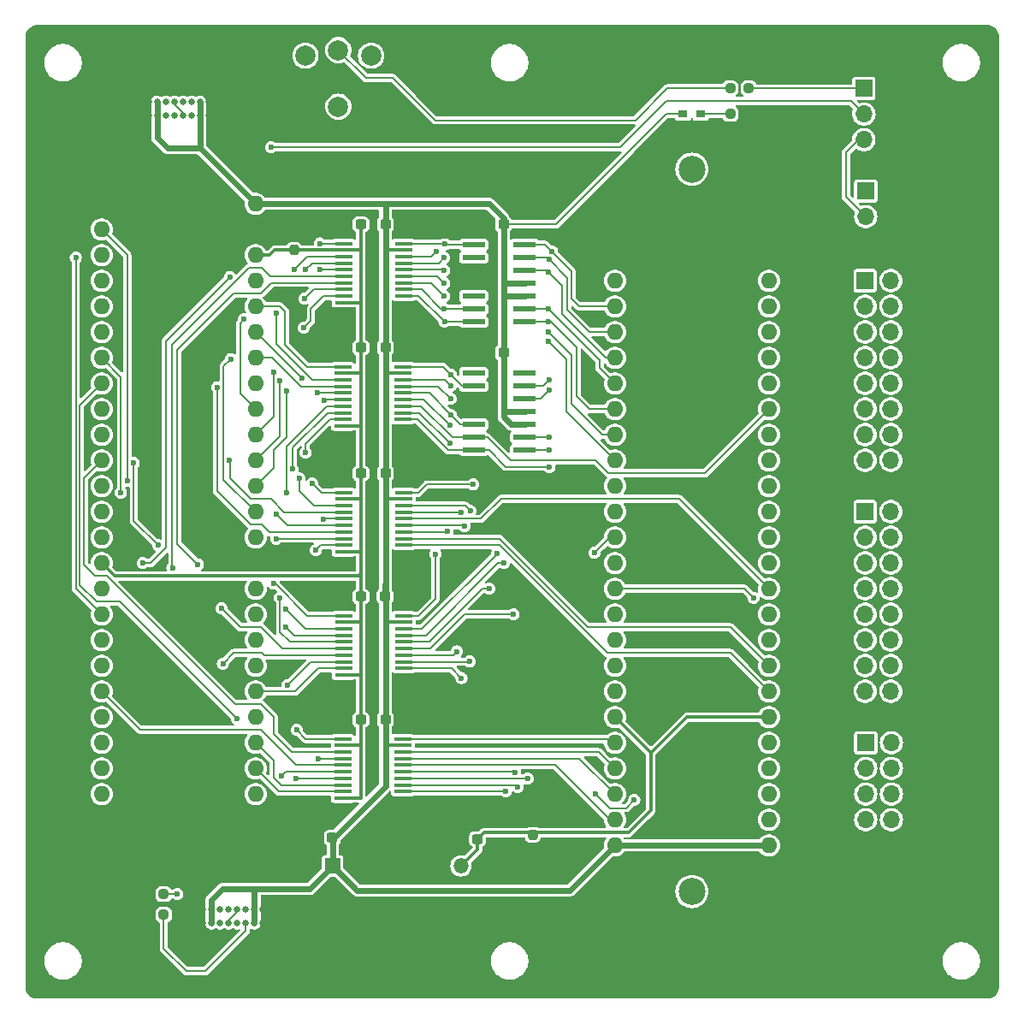
<source format=gbr>
G04 #@! TF.GenerationSoftware,KiCad,Pcbnew,8.0.4+dfsg-1*
G04 #@! TF.CreationDate,2024-12-18T13:49:38+09:00*
G04 #@! TF.ProjectId,base,62617365-2e6b-4696-9361-645f70636258,13*
G04 #@! TF.SameCoordinates,Original*
G04 #@! TF.FileFunction,Copper,L1,Top*
G04 #@! TF.FilePolarity,Positive*
%FSLAX46Y46*%
G04 Gerber Fmt 4.6, Leading zero omitted, Abs format (unit mm)*
G04 Created by KiCad (PCBNEW 8.0.4+dfsg-1) date 2024-12-18 13:49:38*
%MOMM*%
%LPD*%
G01*
G04 APERTURE LIST*
G04 Aperture macros list*
%AMRoundRect*
0 Rectangle with rounded corners*
0 $1 Rounding radius*
0 $2 $3 $4 $5 $6 $7 $8 $9 X,Y pos of 4 corners*
0 Add a 4 corners polygon primitive as box body*
4,1,4,$2,$3,$4,$5,$6,$7,$8,$9,$2,$3,0*
0 Add four circle primitives for the rounded corners*
1,1,$1+$1,$2,$3*
1,1,$1+$1,$4,$5*
1,1,$1+$1,$6,$7*
1,1,$1+$1,$8,$9*
0 Add four rect primitives between the rounded corners*
20,1,$1+$1,$2,$3,$4,$5,0*
20,1,$1+$1,$4,$5,$6,$7,0*
20,1,$1+$1,$6,$7,$8,$9,0*
20,1,$1+$1,$8,$9,$2,$3,0*%
G04 Aperture macros list end*
G04 #@! TA.AperFunction,SMDPad,CuDef*
%ADD10RoundRect,0.237500X-0.237500X0.250000X-0.237500X-0.250000X0.237500X-0.250000X0.237500X0.250000X0*%
G04 #@! TD*
G04 #@! TA.AperFunction,SMDPad,CuDef*
%ADD11RoundRect,0.237500X-0.300000X-0.237500X0.300000X-0.237500X0.300000X0.237500X-0.300000X0.237500X0*%
G04 #@! TD*
G04 #@! TA.AperFunction,SMDPad,CuDef*
%ADD12R,1.761998X0.354800*%
G04 #@! TD*
G04 #@! TA.AperFunction,SMDPad,CuDef*
%ADD13R,0.965200X0.762000*%
G04 #@! TD*
G04 #@! TA.AperFunction,SMDPad,CuDef*
%ADD14RoundRect,0.237500X0.300000X0.237500X-0.300000X0.237500X-0.300000X-0.237500X0.300000X-0.237500X0*%
G04 #@! TD*
G04 #@! TA.AperFunction,ComponentPad*
%ADD15R,1.600000X1.600000*%
G04 #@! TD*
G04 #@! TA.AperFunction,ComponentPad*
%ADD16O,1.600000X1.600000*%
G04 #@! TD*
G04 #@! TA.AperFunction,ComponentPad*
%ADD17R,1.500000X1.500000*%
G04 #@! TD*
G04 #@! TA.AperFunction,ComponentPad*
%ADD18O,1.500000X1.500000*%
G04 #@! TD*
G04 #@! TA.AperFunction,ComponentPad*
%ADD19R,1.700000X1.700000*%
G04 #@! TD*
G04 #@! TA.AperFunction,ComponentPad*
%ADD20O,1.700000X1.700000*%
G04 #@! TD*
G04 #@! TA.AperFunction,SMDPad,CuDef*
%ADD21RoundRect,0.237500X0.250000X0.237500X-0.250000X0.237500X-0.250000X-0.237500X0.250000X-0.237500X0*%
G04 #@! TD*
G04 #@! TA.AperFunction,ComponentPad*
%ADD22C,2.670000*%
G04 #@! TD*
G04 #@! TA.AperFunction,SMDPad,CuDef*
%ADD23RoundRect,0.237500X-0.250000X-0.237500X0.250000X-0.237500X0.250000X0.237500X-0.250000X0.237500X0*%
G04 #@! TD*
G04 #@! TA.AperFunction,SMDPad,CuDef*
%ADD24RoundRect,0.237500X0.237500X-0.250000X0.237500X0.250000X-0.237500X0.250000X-0.237500X-0.250000X0*%
G04 #@! TD*
G04 #@! TA.AperFunction,SMDPad,CuDef*
%ADD25R,2.269998X0.558000*%
G04 #@! TD*
G04 #@! TA.AperFunction,ComponentPad*
%ADD26C,2.000000*%
G04 #@! TD*
G04 #@! TA.AperFunction,ComponentPad*
%ADD27C,0.650000*%
G04 #@! TD*
G04 #@! TA.AperFunction,ComponentPad*
%ADD28O,0.900000X1.700000*%
G04 #@! TD*
G04 #@! TA.AperFunction,ComponentPad*
%ADD29O,0.900000X2.400000*%
G04 #@! TD*
G04 #@! TA.AperFunction,ViaPad*
%ADD30C,0.600000*%
G04 #@! TD*
G04 #@! TA.AperFunction,Conductor*
%ADD31C,0.200000*%
G04 #@! TD*
G04 #@! TA.AperFunction,Conductor*
%ADD32C,0.300000*%
G04 #@! TD*
G04 #@! TA.AperFunction,Conductor*
%ADD33C,0.600000*%
G04 #@! TD*
G04 #@! TA.AperFunction,Conductor*
%ADD34C,0.354600*%
G04 #@! TD*
G04 APERTURE END LIST*
D10*
X123352000Y-122300500D03*
X123352000Y-124125500D03*
D11*
X108765000Y-110905000D03*
X110490000Y-110905000D03*
D12*
X104556000Y-112806000D03*
X104556000Y-113456001D03*
X104556000Y-114105999D03*
X104556000Y-114756001D03*
X104556000Y-115405999D03*
X104556000Y-116055998D03*
X104556000Y-116705999D03*
X104556000Y-117355998D03*
X104556000Y-118005999D03*
X104556000Y-118655998D03*
X110498000Y-118656000D03*
X110498000Y-118006002D03*
X110498000Y-117356001D03*
X110498000Y-116706002D03*
X110498000Y-116056001D03*
X110498000Y-115406002D03*
X110498000Y-114756001D03*
X110498000Y-114106002D03*
X110498000Y-113456001D03*
X110498000Y-112806002D03*
D13*
X139976300Y-50950000D03*
X138223700Y-50950000D03*
D14*
X106334000Y-86521000D03*
X104609000Y-86521000D03*
D15*
X80680000Y-59840000D03*
D16*
X80680000Y-62380000D03*
X80680000Y-64920000D03*
X80680000Y-67460000D03*
X80680000Y-70000000D03*
X80680000Y-72540000D03*
X80680000Y-75080000D03*
X80680000Y-77620000D03*
X80680000Y-80160000D03*
X80680000Y-82700000D03*
X80680000Y-85240000D03*
X80680000Y-87780000D03*
X80680000Y-90320000D03*
X80680000Y-92860000D03*
X80680000Y-95400000D03*
X80680000Y-97940000D03*
X80680000Y-100480000D03*
X80680000Y-103020000D03*
X80680000Y-105560000D03*
X80680000Y-108100000D03*
X80680000Y-110640000D03*
X80680000Y-113180000D03*
X80680000Y-115720000D03*
X80680000Y-118260000D03*
X95920000Y-118260000D03*
X95920000Y-115720000D03*
X95920000Y-113180000D03*
X95920000Y-110640000D03*
X95920000Y-108100000D03*
X95920000Y-105560000D03*
X95920000Y-103020000D03*
X95920000Y-100480000D03*
X95920000Y-97940000D03*
X95920000Y-95400000D03*
X95920000Y-92860000D03*
X95920000Y-90320000D03*
X95920000Y-87780000D03*
X95920000Y-85240000D03*
X95920000Y-82700000D03*
X95920000Y-80160000D03*
X95920000Y-77620000D03*
X95920000Y-75080000D03*
X95920000Y-72540000D03*
X95920000Y-70000000D03*
X95920000Y-67460000D03*
X95920000Y-64920000D03*
X95920000Y-62380000D03*
X95920000Y-59840000D03*
D17*
X103540000Y-125372000D03*
D18*
X106080000Y-125372000D03*
X111160000Y-125372000D03*
X116240000Y-125372000D03*
D12*
X104624500Y-63773000D03*
X104624500Y-64423001D03*
X104624500Y-65072999D03*
X104624500Y-65723001D03*
X104624500Y-66372999D03*
X104624500Y-67022998D03*
X104624500Y-67672999D03*
X104624500Y-68322998D03*
X104624500Y-68972999D03*
X104624500Y-69622998D03*
X110566500Y-69623000D03*
X110566500Y-68973002D03*
X110566500Y-68323001D03*
X110566500Y-67673002D03*
X110566500Y-67023001D03*
X110566500Y-66373002D03*
X110566500Y-65723001D03*
X110566500Y-65073002D03*
X110566500Y-64423001D03*
X110566500Y-63773002D03*
D19*
X156310000Y-58565000D03*
D20*
X158850000Y-58565000D03*
X156310000Y-61105000D03*
X158850000Y-61105000D03*
D19*
X156245000Y-67450000D03*
D20*
X158785000Y-67450000D03*
X156245000Y-69990000D03*
X158785000Y-69990000D03*
X156245000Y-72530000D03*
X158785000Y-72530000D03*
X156245000Y-75070000D03*
X158785000Y-75070000D03*
X156245000Y-77610000D03*
X158785000Y-77610000D03*
X156245000Y-80150000D03*
X158785000Y-80150000D03*
X156245000Y-82690000D03*
X158785000Y-82690000D03*
X156245000Y-85230000D03*
X158785000Y-85230000D03*
D21*
X86824900Y-128166000D03*
X84999900Y-128166000D03*
D12*
X104624500Y-88422000D03*
X104624500Y-89072001D03*
X104624500Y-89721999D03*
X104624500Y-90372001D03*
X104624500Y-91021999D03*
X104624500Y-91671998D03*
X104624500Y-92321999D03*
X104624500Y-92971998D03*
X104624500Y-93621999D03*
X104624500Y-94271998D03*
X110566500Y-94272000D03*
X110566500Y-93622002D03*
X110566500Y-92972001D03*
X110566500Y-92322002D03*
X110566500Y-91672001D03*
X110566500Y-91022002D03*
X110566500Y-90372001D03*
X110566500Y-89722002D03*
X110566500Y-89072001D03*
X110566500Y-88422002D03*
D21*
X86824900Y-130198000D03*
X84999900Y-130198000D03*
D14*
X106334000Y-98713000D03*
X104609000Y-98713000D03*
D15*
X131480000Y-64920000D03*
D16*
X131480000Y-67460000D03*
X131480000Y-70000000D03*
X131480000Y-72540000D03*
X131480000Y-75080000D03*
X131480000Y-77620000D03*
X131480000Y-80160000D03*
X131480000Y-82700000D03*
X131480000Y-85240000D03*
X131480000Y-87780000D03*
X131480000Y-90320000D03*
X131480000Y-92860000D03*
X131480000Y-95400000D03*
X131480000Y-97940000D03*
X131480000Y-100480000D03*
X131480000Y-103020000D03*
X131480000Y-105560000D03*
X131480000Y-108100000D03*
X131480000Y-110640000D03*
X131480000Y-113180000D03*
X131480000Y-115720000D03*
X131480000Y-118260000D03*
X131480000Y-120800000D03*
X131480000Y-123340000D03*
X146720000Y-123340000D03*
X146720000Y-120800000D03*
X146720000Y-118260000D03*
X146720000Y-115720000D03*
X146720000Y-113180000D03*
X146720000Y-110640000D03*
X146720000Y-108100000D03*
X146720000Y-105560000D03*
X146720000Y-103020000D03*
X146720000Y-100480000D03*
X146720000Y-97940000D03*
X146720000Y-95400000D03*
X146720000Y-92860000D03*
X146720000Y-90320000D03*
X146720000Y-87780000D03*
X146720000Y-85240000D03*
X146720000Y-82700000D03*
X146720000Y-80160000D03*
X146720000Y-77620000D03*
X146720000Y-75080000D03*
X146720000Y-72540000D03*
X146720000Y-70000000D03*
X146720000Y-67460000D03*
X146720000Y-64920000D03*
D22*
X139100000Y-127910000D03*
X139100000Y-56410000D03*
D14*
X120456900Y-61872000D03*
X118731900Y-61872000D03*
D11*
X108721600Y-98702000D03*
X110446600Y-98702000D03*
D19*
X156310000Y-113180000D03*
D20*
X158850000Y-113180000D03*
X156310000Y-115720000D03*
X158850000Y-115720000D03*
X156310000Y-118260000D03*
X158850000Y-118260000D03*
X156310000Y-120800000D03*
X158850000Y-120800000D03*
D11*
X108765000Y-74075000D03*
X110490000Y-74075000D03*
D23*
X142886500Y-48410000D03*
X144711500Y-48410000D03*
D24*
X99730000Y-64435500D03*
X99730000Y-62610500D03*
D14*
X117891000Y-122705000D03*
X116166000Y-122705000D03*
X103513500Y-122578000D03*
X101788500Y-122578000D03*
D25*
X117510000Y-63904000D03*
X117510000Y-65174000D03*
X117510000Y-66444000D03*
X117510000Y-67714000D03*
X117510000Y-68984000D03*
X117510000Y-70254000D03*
X117510000Y-71524000D03*
X122537600Y-71524000D03*
X122537600Y-70254000D03*
X122537600Y-68984000D03*
X122537600Y-67714000D03*
X122537600Y-66444000D03*
X122537600Y-65174000D03*
X122537600Y-63904000D03*
D23*
X142910000Y-50950000D03*
X144735000Y-50950000D03*
D14*
X120456900Y-74572000D03*
X118731900Y-74572000D03*
D11*
X108765000Y-61883000D03*
X110490000Y-61883000D03*
D19*
X156245000Y-90310000D03*
D20*
X158785000Y-90310000D03*
X156245000Y-92850000D03*
X158785000Y-92850000D03*
X156245000Y-95390000D03*
X158785000Y-95390000D03*
X156245000Y-97930000D03*
X158785000Y-97930000D03*
X156245000Y-100470000D03*
X158785000Y-100470000D03*
X156245000Y-103010000D03*
X158785000Y-103010000D03*
X156245000Y-105550000D03*
X158785000Y-105550000D03*
X156245000Y-108090000D03*
X158785000Y-108090000D03*
D12*
X104556000Y-75976000D03*
X104556000Y-76626001D03*
X104556000Y-77275999D03*
X104556000Y-77926001D03*
X104556000Y-78575999D03*
X104556000Y-79225998D03*
X104556000Y-79875999D03*
X104556000Y-80525998D03*
X104556000Y-81175999D03*
X104556000Y-81825998D03*
X110498000Y-81826000D03*
X110498000Y-81176002D03*
X110498000Y-80526001D03*
X110498000Y-79876002D03*
X110498000Y-79226001D03*
X110498000Y-78576002D03*
X110498000Y-77926001D03*
X110498000Y-77276002D03*
X110498000Y-76626001D03*
X110498000Y-75976002D03*
D19*
X156118000Y-48425000D03*
D20*
X156118000Y-50965000D03*
X156118000Y-53505000D03*
D14*
X106334000Y-74075000D03*
X104609000Y-74075000D03*
D11*
X108765000Y-86521000D03*
X110490000Y-86521000D03*
D26*
X100850000Y-45180000D03*
X107350000Y-45180000D03*
X100850000Y-49680000D03*
X107350000Y-49680000D03*
X104100000Y-44630000D03*
X104100000Y-50230000D03*
D12*
X104624500Y-100614000D03*
X104624500Y-101264001D03*
X104624500Y-101913999D03*
X104624500Y-102564001D03*
X104624500Y-103213999D03*
X104624500Y-103863998D03*
X104624500Y-104513999D03*
X104624500Y-105163998D03*
X104624500Y-105813999D03*
X104624500Y-106463998D03*
X110566500Y-106464000D03*
X110566500Y-105814002D03*
X110566500Y-105164001D03*
X110566500Y-104514002D03*
X110566500Y-103864001D03*
X110566500Y-103214002D03*
X110566500Y-102564001D03*
X110566500Y-101914002D03*
X110566500Y-101264001D03*
X110566500Y-100614002D03*
D25*
X117510000Y-76604000D03*
X117510000Y-77874000D03*
X117510000Y-79144000D03*
X117510000Y-80414000D03*
X117510000Y-81684000D03*
X117510000Y-82954000D03*
X117510000Y-84224000D03*
X122537600Y-84224000D03*
X122537600Y-82954000D03*
X122537600Y-81684000D03*
X122537600Y-80414000D03*
X122537600Y-79144000D03*
X122537600Y-77874000D03*
X122537600Y-76604000D03*
D14*
X106334000Y-110905000D03*
X104609000Y-110905000D03*
D27*
X90703000Y-129700500D03*
X91553000Y-129700500D03*
X92403000Y-129700500D03*
X93253000Y-129700500D03*
X94103000Y-129700500D03*
X94953000Y-129700500D03*
X95803000Y-129700500D03*
X96653000Y-129700500D03*
X96653000Y-131050500D03*
X95803000Y-131050500D03*
X94953000Y-131050500D03*
X94103000Y-131050500D03*
X93253000Y-131050500D03*
X92403000Y-131050500D03*
X91553000Y-131050500D03*
X90703000Y-131050500D03*
D28*
X89353000Y-134060500D03*
X98003000Y-134060500D03*
D29*
X89353000Y-130680500D03*
X98003000Y-130680500D03*
D14*
X106334000Y-61872000D03*
X104609000Y-61872000D03*
D27*
X85325000Y-51119000D03*
X86175000Y-51119000D03*
X87025000Y-51119000D03*
X87875000Y-51119000D03*
X88725000Y-51119000D03*
X89575000Y-51119000D03*
X90425000Y-51119000D03*
X91275000Y-51119000D03*
X91275000Y-49769000D03*
X90425000Y-49769000D03*
X89575000Y-49769000D03*
X88725000Y-49769000D03*
X87875000Y-49769000D03*
X87025000Y-49769000D03*
X86175000Y-49769000D03*
X85325000Y-49769000D03*
D28*
X83975000Y-46759000D03*
X92625000Y-46759000D03*
D29*
X83975000Y-50139000D03*
X92625000Y-50139000D03*
D30*
X103413000Y-74064000D03*
X156880000Y-64285000D03*
X123860000Y-129690000D03*
X103413000Y-86510000D03*
X76870000Y-52347000D03*
X91602000Y-73556000D03*
X141640000Y-87780000D03*
X88300000Y-120927000D03*
X139100000Y-96670000D03*
X111668000Y-86510000D03*
X90205000Y-84351000D03*
X103413000Y-110894000D03*
X111668000Y-110894000D03*
X111668000Y-61872000D03*
X111668000Y-98702000D03*
X111668000Y-74064000D03*
X157515000Y-124229000D03*
X87030000Y-99210000D03*
X117510000Y-74572000D03*
X103413000Y-61872000D03*
X85125000Y-80160000D03*
X123860000Y-110767000D03*
X114970000Y-122705000D03*
X100492000Y-122451000D03*
X92999000Y-94638000D03*
X157769000Y-87780000D03*
X103413000Y-98702000D03*
X80553000Y-56411000D03*
X78267000Y-127150000D03*
X117510000Y-61872000D03*
X115097000Y-96670000D03*
X121447000Y-52601000D03*
X88173000Y-62380000D03*
X157642000Y-110513000D03*
X103667000Y-95654000D03*
X84490000Y-104290000D03*
X83220000Y-87272000D03*
X97952000Y-90574000D03*
X92110000Y-78001000D03*
X101508000Y-87526000D03*
X100238000Y-87018000D03*
X93345000Y-85240000D03*
X97952000Y-92987000D03*
X82585000Y-88415000D03*
X99984000Y-111910000D03*
X94078500Y-110830500D03*
X92678350Y-105366350D03*
X86268000Y-93622000D03*
X83855000Y-85494000D03*
X92554500Y-99880000D03*
X97698000Y-97432000D03*
X98933000Y-101750000D03*
X98933000Y-99972000D03*
X84744000Y-95400000D03*
X93380000Y-67079000D03*
X97444000Y-54252000D03*
X78121000Y-65174000D03*
X99568000Y-86090900D03*
X100873000Y-84478000D03*
X101889000Y-94130000D03*
X99930336Y-116703135D03*
X98460000Y-116482000D03*
X102143000Y-114805999D03*
X102651000Y-91072000D03*
X99095000Y-107465000D03*
X102701800Y-79321800D03*
X98968000Y-88415000D03*
X87685235Y-95887765D03*
X90205000Y-95527000D03*
X98333000Y-98829000D03*
X100869100Y-66363900D03*
X93472000Y-75207000D03*
X102320800Y-66342400D03*
X98968000Y-78382000D03*
X100702735Y-72115735D03*
X98333000Y-77366000D03*
X97698000Y-76477000D03*
X100746000Y-69238000D03*
X94777000Y-71270000D03*
X99738800Y-66351200D03*
X102270000Y-63773000D03*
X100492000Y-77112000D03*
X102016000Y-78576000D03*
X97952000Y-70670000D03*
X114677900Y-63840500D03*
X113827000Y-64569871D03*
X125257000Y-64569871D03*
X114563600Y-65174000D03*
X124939500Y-65364500D03*
X114589000Y-66444000D03*
X124876000Y-66571000D03*
X124876000Y-70263400D03*
X114589000Y-67714000D03*
X124906598Y-71524000D03*
X114589000Y-68984000D03*
X114589000Y-70254000D03*
X124876000Y-72540000D03*
X114614400Y-71524000D03*
X124876000Y-73429000D03*
X113700000Y-94511000D03*
X119796000Y-94472500D03*
X129448000Y-94384000D03*
X120507200Y-95400000D03*
X145196000Y-98829000D03*
X119034000Y-97940000D03*
X121447000Y-100480000D03*
X115833600Y-104150000D03*
X117103600Y-105153600D03*
X116290800Y-106779200D03*
X120685000Y-118006000D03*
X129575000Y-118260000D03*
X133395500Y-118850200D03*
X121868800Y-117584200D03*
X122844000Y-116736000D03*
X121574000Y-116101000D03*
X114919200Y-92272000D03*
X116595600Y-91742400D03*
X116240000Y-90370800D03*
X117179800Y-90243800D03*
X117459200Y-87620700D03*
X125003000Y-85875000D03*
X115127315Y-83507885D03*
X125003000Y-84224000D03*
X125003000Y-82954000D03*
X115173200Y-81785600D03*
X115224000Y-80718800D03*
X125003000Y-78255000D03*
X115224000Y-79144000D03*
X125003000Y-77239000D03*
X115224000Y-77874000D03*
X115224000Y-76731000D03*
X88173000Y-128166000D03*
D31*
X83220000Y-64920000D02*
X80680000Y-62380000D01*
X99050000Y-91672000D02*
X104624500Y-91672000D01*
X97952000Y-90574000D02*
X99050000Y-91672000D01*
X83220000Y-87272000D02*
X83220000Y-64920000D01*
X92110000Y-78001000D02*
X92110000Y-88288000D01*
X95412000Y-91590000D02*
X96555000Y-91590000D01*
X97287000Y-92322000D02*
X104624500Y-92322000D01*
X96555000Y-91590000D02*
X97287000Y-92322000D01*
X92110000Y-88288000D02*
X95412000Y-91590000D01*
X102422400Y-88440400D02*
X104606100Y-88440400D01*
X104606100Y-88440400D02*
X104624500Y-88422000D01*
X101508000Y-87526000D02*
X102422400Y-88440400D01*
X100238000Y-88288000D02*
X101672000Y-89722000D01*
X101672000Y-89722000D02*
X104624500Y-89722000D01*
X100238000Y-87018000D02*
X100238000Y-88288000D01*
X93380000Y-87018000D02*
X95412000Y-89050000D01*
X95412000Y-89050000D02*
X97444000Y-89050000D01*
X98766000Y-90372000D02*
X104624500Y-90372000D01*
X93345000Y-85240000D02*
X93380000Y-85275000D01*
X97444000Y-89050000D02*
X98766000Y-90372000D01*
X93380000Y-85275000D02*
X93380000Y-87018000D01*
X82585000Y-88415000D02*
X82585000Y-76985000D01*
X103778800Y-92972000D02*
X104624500Y-92972000D01*
X82585000Y-76985000D02*
X80680000Y-75080000D01*
X103763800Y-92987000D02*
X103778800Y-92972000D01*
X97952000Y-92987000D02*
X103763800Y-92987000D01*
X94078500Y-110830500D02*
X82458000Y-99210000D01*
X80156182Y-99210000D02*
X78521000Y-97574818D01*
X78521000Y-97574818D02*
X78521000Y-79779000D01*
X99984000Y-111910000D02*
X100880000Y-112806000D01*
X82458000Y-99210000D02*
X80156182Y-99210000D01*
X100880000Y-112806000D02*
X104556000Y-112806000D01*
X78521000Y-79779000D02*
X80680000Y-77620000D01*
X96555000Y-104290000D02*
X96779000Y-104514000D01*
X96779000Y-104514000D02*
X104624500Y-104514000D01*
X92678350Y-105366350D02*
X93754700Y-104290000D01*
X93754700Y-104290000D02*
X96555000Y-104290000D01*
X92554500Y-99880000D02*
X92554500Y-99908500D01*
X94396000Y-101750000D02*
X96478800Y-101750000D01*
X86268000Y-93622000D02*
X83855000Y-91209000D01*
X92554500Y-99908500D02*
X94396000Y-101750000D01*
X98592798Y-103863998D02*
X104624500Y-103863998D01*
X83855000Y-91209000D02*
X83855000Y-85494000D01*
X96478800Y-101750000D02*
X98592798Y-103863998D01*
X96428000Y-109370000D02*
X93888000Y-109370000D01*
X78952800Y-86967200D02*
X80680000Y-85240000D01*
X97698000Y-112291000D02*
X97698000Y-110640000D01*
X97698000Y-110640000D02*
X96428000Y-109370000D01*
X104556000Y-114106000D02*
X99513000Y-114106000D01*
X93888000Y-109370000D02*
X81188000Y-96670000D01*
X80045000Y-96670000D02*
X78952800Y-95577800D01*
X78952800Y-95577800D02*
X78952800Y-86967200D01*
X81188000Y-96670000D02*
X80045000Y-96670000D01*
X99513000Y-114106000D02*
X97698000Y-112291000D01*
X97698000Y-97432000D02*
X97848100Y-97432000D01*
X101030100Y-100614000D02*
X104624500Y-100614000D01*
X97848100Y-97432000D02*
X101030100Y-100614000D01*
X99747000Y-102564000D02*
X104624500Y-102564000D01*
X98933000Y-101750000D02*
X99747000Y-102564000D01*
X98933000Y-99972000D02*
X100875000Y-101914000D01*
X100875000Y-101914000D02*
X104624500Y-101914000D01*
D32*
X104624000Y-101264000D02*
X104624500Y-101264000D01*
X106334000Y-118641000D02*
X106319000Y-118656000D01*
X106319000Y-106464000D02*
X106334000Y-106449000D01*
X104556000Y-76626000D02*
X106312000Y-76626000D01*
X106312000Y-101264000D02*
X106334000Y-101242000D01*
X106312000Y-76626000D02*
X106334000Y-76604000D01*
X97814000Y-64423000D02*
X106323000Y-64423000D01*
X104624000Y-69623000D02*
X104624500Y-69623000D01*
X106334000Y-64412000D02*
X106334000Y-69619000D01*
X106334000Y-61872000D02*
X106334000Y-64412000D01*
X106323000Y-64423000D02*
X106334000Y-64412000D01*
X106334000Y-94257000D02*
X106334000Y-96416000D01*
X106334000Y-96416000D02*
X106334000Y-98713000D01*
X106334000Y-81811000D02*
X106334000Y-86521000D01*
X106334000Y-113434000D02*
X106334000Y-118641000D01*
X104624500Y-101264000D02*
X106312000Y-101264000D01*
X106334000Y-110905000D02*
X106334000Y-113434000D01*
X97317000Y-64920000D02*
X97814000Y-64423000D01*
X106334000Y-74075000D02*
X106334000Y-76604000D01*
X106334000Y-89050000D02*
X106334000Y-94257000D01*
X104556000Y-81826000D02*
X106319000Y-81826000D01*
X95920000Y-64920000D02*
X97317000Y-64920000D01*
X106334000Y-76604000D02*
X106334000Y-81811000D01*
X106334000Y-86521000D02*
X106334000Y-89050000D01*
X106080000Y-96670000D02*
X106334000Y-96416000D01*
X104624500Y-89072000D02*
X106312000Y-89072000D01*
X106330000Y-69623000D02*
X106334000Y-69619000D01*
X106334000Y-69619000D02*
X106334000Y-74075000D01*
X106334000Y-106449000D02*
X106334000Y-110905000D01*
X80680000Y-95400000D02*
X81950000Y-96670000D01*
X106319000Y-118656000D02*
X104556000Y-118656000D01*
X104624000Y-89072000D02*
X104624500Y-89072000D01*
X106334000Y-98713000D02*
X106334000Y-101242000D01*
X104624500Y-106464000D02*
X106319000Y-106464000D01*
X81950000Y-96670000D02*
X106080000Y-96670000D01*
X104624500Y-94272000D02*
X106319000Y-94272000D01*
X106312000Y-113456000D02*
X106334000Y-113434000D01*
X106319000Y-94272000D02*
X106334000Y-94257000D01*
X104624000Y-94272000D02*
X104624500Y-94272000D01*
X104624000Y-106464000D02*
X104624500Y-106464000D01*
X106312000Y-89072000D02*
X106334000Y-89050000D01*
X106319000Y-81826000D02*
X106334000Y-81811000D01*
X104556000Y-113456000D02*
X106312000Y-113456000D01*
X106334000Y-101242000D02*
X106334000Y-106449000D01*
X104624500Y-69623000D02*
X106330000Y-69623000D01*
D31*
X87030000Y-73429000D02*
X87030000Y-93876000D01*
X87030000Y-93876000D02*
X85506000Y-95400000D01*
X85506000Y-95400000D02*
X84744000Y-95400000D01*
X93380000Y-67079000D02*
X87030000Y-73429000D01*
X154833000Y-49680000D02*
X156118000Y-50965000D01*
X156118000Y-50965000D02*
X156880000Y-50965000D01*
X78121000Y-97921000D02*
X80680000Y-100480000D01*
X136560000Y-49680000D02*
X154833000Y-49680000D01*
X97444000Y-54252000D02*
X131988000Y-54252000D01*
X78121000Y-65174000D02*
X78121000Y-97921000D01*
X131988000Y-54252000D02*
X136560000Y-49680000D01*
X99603000Y-86055900D02*
X99603000Y-83970000D01*
X99603000Y-83970000D02*
X103047000Y-80526000D01*
X103047000Y-80526000D02*
X104556000Y-80526000D01*
X99568000Y-86090900D02*
X99603000Y-86055900D01*
X100873000Y-83589000D02*
X103286000Y-81176000D01*
X100873000Y-84478000D02*
X100873000Y-83589000D01*
X103286000Y-81176000D02*
X104556000Y-81176000D01*
X104556000Y-115405999D02*
X99923999Y-115405999D01*
X96428000Y-111910000D02*
X84490000Y-111910000D01*
X84490000Y-111910000D02*
X80680000Y-108100000D01*
X99923999Y-115405999D02*
X96428000Y-111910000D01*
X102397000Y-93622000D02*
X104624500Y-93622000D01*
X101889000Y-94130000D02*
X102397000Y-93622000D01*
X99930336Y-116703135D02*
X99933200Y-116705999D01*
X99933200Y-116705999D02*
X104556000Y-116705999D01*
X104536400Y-116075600D02*
X104556000Y-116056000D01*
X104536398Y-116075600D02*
X104556000Y-116055998D01*
X98866400Y-116075600D02*
X104536398Y-116075600D01*
X98460000Y-116482000D02*
X98866400Y-116075600D01*
X102194199Y-114754800D02*
X104554799Y-114754800D01*
X102143000Y-114805999D02*
X102194199Y-114754800D01*
X104554799Y-114754800D02*
X104556000Y-114756001D01*
X102701000Y-91022000D02*
X104624500Y-91022000D01*
X102651000Y-91072000D02*
X102701000Y-91022000D01*
X95920000Y-115720000D02*
X98206000Y-118006000D01*
X98206000Y-118006000D02*
X104556000Y-118006000D01*
X98445000Y-117356000D02*
X97698000Y-116609000D01*
X97698000Y-116609000D02*
X97698000Y-114958000D01*
X104556000Y-117356000D02*
X98445000Y-117356000D01*
X97698000Y-114958000D02*
X95920000Y-113180000D01*
X99095000Y-107465000D02*
X101396000Y-105164000D01*
X101396000Y-105164000D02*
X104624500Y-105164000D01*
X96428000Y-110640000D02*
X95920000Y-110640000D01*
X95920000Y-108100000D02*
X99857000Y-108100000D01*
X99857000Y-108100000D02*
X102143000Y-105814000D01*
X102143000Y-105814000D02*
X104624500Y-105814000D01*
X102797602Y-79225998D02*
X104556000Y-79225998D01*
X102701800Y-79321800D02*
X102797602Y-79225998D01*
X102935000Y-79876000D02*
X104556000Y-79876000D01*
X98968000Y-83843000D02*
X102935000Y-79876000D01*
X98968000Y-88415000D02*
X98968000Y-83843000D01*
X95285000Y-66190000D02*
X96555000Y-66190000D01*
X96555000Y-66190000D02*
X97387998Y-67022998D01*
X87665000Y-73810000D02*
X95285000Y-66190000D01*
X97387998Y-67022998D02*
X104624500Y-67022998D01*
X87685235Y-95887765D02*
X87665000Y-95867530D01*
X87665000Y-95867530D02*
X87665000Y-73810000D01*
X104560500Y-67087000D02*
X104624500Y-67023000D01*
X88173000Y-74318000D02*
X93761000Y-68730000D01*
X104614700Y-67663200D02*
X104624500Y-67673000D01*
X90205000Y-95527000D02*
X88173000Y-93495000D01*
X96428000Y-68730000D02*
X97494800Y-67663200D01*
X97494800Y-67663200D02*
X104614700Y-67663200D01*
X93761000Y-68730000D02*
X96428000Y-68730000D01*
X88173000Y-93495000D02*
X88173000Y-74318000D01*
X98333000Y-98829000D02*
X98333000Y-102258000D01*
X98333000Y-102258000D02*
X99289000Y-103214000D01*
X99289000Y-103214000D02*
X104624500Y-103214000D01*
X92745000Y-75934000D02*
X92745000Y-87145000D01*
X92745000Y-87145000D02*
X95920000Y-90320000D01*
X100869100Y-66363900D02*
X101510000Y-65723000D01*
X101510000Y-65723000D02*
X104624500Y-65723000D01*
X93472000Y-75207000D02*
X92745000Y-75934000D01*
X98968000Y-78382000D02*
X98968000Y-82954000D01*
X97698000Y-84224000D02*
X97698000Y-86002000D01*
X98968000Y-82954000D02*
X97698000Y-84224000D01*
X97698000Y-86002000D02*
X95920000Y-87780000D01*
X102351400Y-66373000D02*
X104624500Y-66373000D01*
X102320800Y-66342400D02*
X102351400Y-66373000D01*
X102662000Y-68973000D02*
X104624500Y-68973000D01*
X101381000Y-70254000D02*
X102662000Y-68973000D01*
X98333000Y-77366000D02*
X98333000Y-82827000D01*
X98333000Y-82827000D02*
X95920000Y-85240000D01*
X101381000Y-71437470D02*
X101381000Y-70254000D01*
X100702735Y-72115735D02*
X101381000Y-71437470D01*
X101661000Y-68323000D02*
X104624500Y-68323000D01*
X97698000Y-80922000D02*
X95920000Y-82700000D01*
X100746000Y-69238000D02*
X101661000Y-68323000D01*
X97698000Y-76477000D02*
X97698000Y-80922000D01*
X99738800Y-66351200D02*
X101017000Y-65073000D01*
X94777000Y-71270000D02*
X94396000Y-71651000D01*
X101017000Y-65073000D02*
X104624500Y-65073000D01*
X94396000Y-71651000D02*
X94396000Y-78636000D01*
X94396000Y-78636000D02*
X95920000Y-80160000D01*
X102270000Y-63773000D02*
X104624500Y-63773000D01*
X100415800Y-77924800D02*
X97571000Y-75080000D01*
X104554800Y-77924800D02*
X100415800Y-77924800D01*
X97571000Y-75080000D02*
X95920000Y-75080000D01*
X104556000Y-77926000D02*
X104554800Y-77924800D01*
X102016000Y-78576000D02*
X104556000Y-78576000D01*
X100492000Y-77112000D02*
X95920000Y-72540000D01*
X101007000Y-75976000D02*
X98841000Y-73810000D01*
X104556000Y-75976000D02*
X101007000Y-75976000D01*
X98841000Y-70508000D02*
X98333000Y-70000000D01*
X98841000Y-73810000D02*
X98841000Y-70508000D01*
X98333000Y-70000000D02*
X95920000Y-70000000D01*
X97952000Y-70670000D02*
X97952000Y-73683000D01*
X101545000Y-77276000D02*
X104556000Y-77276000D01*
X97952000Y-73683000D02*
X101545000Y-77276000D01*
D33*
X86175000Y-51119000D02*
X86175000Y-49769000D01*
X95793000Y-127658000D02*
X92618000Y-127658000D01*
X121891500Y-81684000D02*
X122590000Y-81684000D01*
X108747000Y-59840000D02*
X119034000Y-59840000D01*
D34*
X110451300Y-76579300D02*
X110498000Y-76626000D01*
D33*
X120457000Y-62273600D02*
X120457000Y-68349000D01*
X91553000Y-131050000D02*
X91553000Y-131050500D01*
D31*
X125638000Y-61872000D02*
X120456900Y-61872000D01*
D33*
X120457000Y-61262900D02*
X120457000Y-62273600D01*
X86175000Y-53270000D02*
X86175000Y-51119000D01*
X120457000Y-74200700D02*
X120456900Y-74200800D01*
D31*
X138223700Y-50950000D02*
X136560000Y-50950000D01*
D33*
X120456900Y-74200800D02*
X120456900Y-74572000D01*
D34*
X108765000Y-64423000D02*
X110566500Y-64423000D01*
D33*
X127035000Y-127785000D02*
X131480000Y-123340000D01*
X108765000Y-74075000D02*
X108765000Y-76579300D01*
X90425000Y-51119000D02*
X90425000Y-49769000D01*
D34*
X108765000Y-89072000D02*
X110566500Y-89072000D01*
D33*
X108765000Y-97443000D02*
X108721600Y-97486400D01*
X108765000Y-64423000D02*
X108765000Y-74075000D01*
X108765000Y-89072000D02*
X108765000Y-97443000D01*
D34*
X108765000Y-113456000D02*
X110498000Y-113456000D01*
D33*
X120456900Y-62273500D02*
X120456900Y-61872000D01*
X90425000Y-54345000D02*
X87250000Y-54345000D01*
X90425000Y-54345000D02*
X90425000Y-51119000D01*
X108765000Y-61883000D02*
X108765000Y-59858000D01*
X108765000Y-61883000D02*
X108765000Y-64423000D01*
X120457000Y-74200700D02*
X120457000Y-80947900D01*
X120457000Y-80414000D02*
X122590000Y-80414000D01*
X108765000Y-117480000D02*
X103540000Y-122705000D01*
X108765000Y-113456000D02*
X108765000Y-117480000D01*
X120457000Y-68984000D02*
X122590000Y-68984000D01*
X95803000Y-131050000D02*
X95803000Y-131050500D01*
X108765000Y-59858000D02*
X108747000Y-59840000D01*
X131480000Y-123340000D02*
X146720000Y-123340000D01*
X103540000Y-125372000D02*
X105953000Y-127785000D01*
D34*
X108765000Y-76579300D02*
X110451300Y-76579300D01*
D33*
X87250000Y-54345000D02*
X86175000Y-53270000D01*
X120457000Y-80947900D02*
X121193000Y-81684000D01*
X120457000Y-68349000D02*
X120457000Y-74200700D01*
X108765000Y-86521000D02*
X108765000Y-89072000D01*
X103540000Y-122705000D02*
X103540000Y-125372000D01*
X120457000Y-67714000D02*
X122590000Y-67714000D01*
X108765000Y-110905000D02*
X108765000Y-113456000D01*
X121193000Y-81684000D02*
X121891500Y-81684000D01*
X108721600Y-97486400D02*
X108721600Y-98702000D01*
X108765000Y-97443000D02*
X108765000Y-101264000D01*
D31*
X136560000Y-50950000D02*
X125638000Y-61872000D01*
D33*
X95793000Y-127658000D02*
X95803000Y-127668000D01*
X95920000Y-59840000D02*
X90425000Y-54345000D01*
X91553000Y-128723000D02*
X91553000Y-129700500D01*
X91553000Y-129700500D02*
X91553000Y-131050000D01*
X101254000Y-127658000D02*
X95793000Y-127658000D01*
X105953000Y-127785000D02*
X127035000Y-127785000D01*
X92618000Y-127658000D02*
X91553000Y-128723000D01*
X119034000Y-59840000D02*
X120457000Y-61262900D01*
X108765000Y-101264000D02*
X108765000Y-110905000D01*
X95803000Y-127668000D02*
X95803000Y-129700500D01*
D34*
X108765000Y-101264000D02*
X110566500Y-101264000D01*
D33*
X120457000Y-62273600D02*
X120456900Y-62273500D01*
X95920000Y-59840000D02*
X108747000Y-59840000D01*
X95803000Y-129700500D02*
X95803000Y-131050000D01*
X103540000Y-125372000D02*
X101254000Y-127658000D01*
X108765000Y-76579300D02*
X108765000Y-86521000D01*
D32*
X135036000Y-119885600D02*
X132851600Y-122070000D01*
X138592000Y-110640000D02*
X146720000Y-110640000D01*
X118526000Y-122070000D02*
X117891000Y-122705000D01*
X135036000Y-114196000D02*
X135036000Y-119885600D01*
X117891000Y-123721000D02*
X117891000Y-122705000D01*
X116240000Y-125372000D02*
X117891000Y-123721000D01*
X135036000Y-114196000D02*
X138592000Y-110640000D01*
X132851600Y-122070000D02*
X118526000Y-122070000D01*
X131480000Y-110640000D02*
X135036000Y-114196000D01*
D31*
X114677900Y-63840500D02*
X114741400Y-63904000D01*
X114610402Y-63773002D02*
X110566500Y-63773002D01*
X114677900Y-63840500D02*
X114610402Y-63773002D01*
X114741400Y-63904000D02*
X117562400Y-63904000D01*
X127924000Y-70000000D02*
X131480000Y-70000000D01*
X125257000Y-64569871D02*
X127162000Y-66474871D01*
X113827000Y-64569871D02*
X113323871Y-65073000D01*
X127162000Y-66474871D02*
X127162000Y-69238000D01*
X127162000Y-69238000D02*
X127924000Y-70000000D01*
X124591129Y-63904000D02*
X122590000Y-63904000D01*
X113323871Y-65073000D02*
X110566500Y-65073000D01*
X125257000Y-64569871D02*
X124591129Y-63904000D01*
X128940000Y-72540000D02*
X131480000Y-72540000D01*
X114563600Y-65174000D02*
X114014600Y-65723000D01*
X126762000Y-70362000D02*
X128940000Y-72540000D01*
X124939500Y-65364500D02*
X124749000Y-65174000D01*
X124939500Y-65364500D02*
X126762000Y-67187000D01*
X126762000Y-67187000D02*
X126762000Y-70362000D01*
X124749000Y-65174000D02*
X122590000Y-65174000D01*
X114014600Y-65723000D02*
X110566500Y-65723000D01*
X126273000Y-67968000D02*
X126273000Y-70762000D01*
X124876000Y-66571000D02*
X124749000Y-66444000D01*
X124876000Y-66571000D02*
X126273000Y-67968000D01*
X124749000Y-66444000D02*
X122590000Y-66444000D01*
X126273000Y-70762000D02*
X130591000Y-75080000D01*
X110566500Y-66373002D02*
X114518002Y-66373002D01*
X114518002Y-66373002D02*
X114589000Y-66444000D01*
X130591000Y-75080000D02*
X131480000Y-75080000D01*
X113898000Y-67023000D02*
X110566500Y-67023000D01*
X129956000Y-76096000D02*
X131480000Y-77620000D01*
X124876000Y-70263400D02*
X122599400Y-70263400D01*
X129956000Y-75343400D02*
X129956000Y-76096000D01*
X122599400Y-70263400D02*
X122590000Y-70254000D01*
X114589000Y-67714000D02*
X113898000Y-67023000D01*
X124876000Y-70263400D02*
X129956000Y-75343400D01*
X113278000Y-67673000D02*
X110566500Y-67673000D01*
X124906598Y-71524000D02*
X122590000Y-71524000D01*
X125130000Y-71524000D02*
X127670000Y-74064000D01*
X114589000Y-68984000D02*
X113278000Y-67673000D01*
X127670000Y-74064000D02*
X127670000Y-78890000D01*
X127670000Y-78890000D02*
X128940000Y-80160000D01*
X128940000Y-80160000D02*
X131480000Y-80160000D01*
X124906598Y-71524000D02*
X125130000Y-71524000D01*
X124876000Y-72540000D02*
X127162000Y-74826000D01*
X117562400Y-70254000D02*
X114589000Y-70254000D01*
X127162000Y-79652000D02*
X130210000Y-82700000D01*
X112327800Y-68323000D02*
X110566500Y-68323000D01*
X130210000Y-82700000D02*
X131480000Y-82700000D01*
X114258800Y-70254000D02*
X112327800Y-68323000D01*
X114589000Y-70254000D02*
X114258800Y-70254000D01*
X127162000Y-74826000D02*
X127162000Y-79652000D01*
X112063400Y-68973000D02*
X110566500Y-68973000D01*
X114614400Y-71524000D02*
X112063400Y-68973000D01*
X124876000Y-73429000D02*
X126654000Y-75207000D01*
X114614400Y-71524000D02*
X117562400Y-71524000D01*
X126654000Y-80414000D02*
X131480000Y-85240000D01*
X126654000Y-75207000D02*
X126654000Y-80414000D01*
X112042000Y-100614000D02*
X110566500Y-100614000D01*
X113700000Y-94511000D02*
X113700000Y-98956000D01*
X113700000Y-98956000D02*
X112042000Y-100614000D01*
X119796000Y-94511000D02*
X112392998Y-101914002D01*
X119796000Y-94472500D02*
X119796000Y-94511000D01*
X129448000Y-94384000D02*
X130972000Y-92860000D01*
X112392998Y-101914002D02*
X110566500Y-101914002D01*
X130972000Y-92860000D02*
X131480000Y-92860000D01*
X119923000Y-95400000D02*
X112759000Y-102564000D01*
X112759000Y-102564000D02*
X110566500Y-102564000D01*
X120507200Y-95400000D02*
X119923000Y-95400000D01*
X144307000Y-97940000D02*
X131480000Y-97940000D01*
X118373600Y-97940000D02*
X113099600Y-103214000D01*
X145196000Y-98829000D02*
X144307000Y-97940000D01*
X113099600Y-103214000D02*
X110566500Y-103214000D01*
X119034000Y-97940000D02*
X118373600Y-97940000D01*
X113237000Y-103864000D02*
X110566500Y-103864000D01*
X116621000Y-100480000D02*
X113237000Y-103864000D01*
X121447000Y-100480000D02*
X116621000Y-100480000D01*
X115490400Y-104493200D02*
X110587300Y-104493200D01*
X110587300Y-104493200D02*
X110566500Y-104514000D01*
X115833600Y-104150000D02*
X115490400Y-104493200D01*
X117093200Y-105164000D02*
X110566500Y-105164000D01*
X117103600Y-105153600D02*
X117093200Y-105164000D01*
X116290800Y-106779200D02*
X115325600Y-105814000D01*
X115325600Y-105814000D02*
X110566500Y-105814000D01*
X131480000Y-113180000D02*
X131124400Y-112824400D01*
X131124400Y-112824400D02*
X110516400Y-112824400D01*
X110516400Y-112824400D02*
X110498000Y-112806000D01*
X129866000Y-114106000D02*
X110498000Y-114106000D01*
X131480000Y-115720000D02*
X129866000Y-114106000D01*
X131480000Y-118260000D02*
X127976000Y-114756000D01*
X127976000Y-114756000D02*
X110498000Y-114756000D01*
X131480000Y-120800000D02*
X130972000Y-120800000D01*
X130972000Y-120800000D02*
X125578000Y-115406000D01*
X125578000Y-115406000D02*
X110498000Y-115406000D01*
X120685000Y-118006000D02*
X110498000Y-118006000D01*
X121868800Y-117584200D02*
X121640600Y-117356000D01*
X132588700Y-119657000D02*
X133395500Y-118850200D01*
X121640600Y-117356000D02*
X110498000Y-117356000D01*
X129575000Y-118260000D02*
X130972000Y-119657000D01*
X130972000Y-119657000D02*
X132588700Y-119657000D01*
X122844000Y-116736000D02*
X122814000Y-116706000D01*
X122814000Y-116706000D02*
X110498000Y-116706000D01*
X121574000Y-116101000D02*
X121529000Y-116056000D01*
X121529000Y-116056000D02*
X110498000Y-116056000D01*
X146720000Y-108100000D02*
X142910000Y-104290000D01*
X142910000Y-104290000D02*
X130718000Y-104290000D01*
X130718000Y-104290000D02*
X120050000Y-93622000D01*
X120050000Y-93622000D02*
X110566500Y-93622000D01*
X128813000Y-101750000D02*
X120035000Y-92972000D01*
X120035000Y-92972000D02*
X110566500Y-92972000D01*
X146720000Y-105560000D02*
X142910000Y-101750000D01*
X142910000Y-101750000D02*
X128813000Y-101750000D01*
X114919200Y-92272000D02*
X114869200Y-92322000D01*
X114869200Y-92322000D02*
X110566500Y-92322000D01*
X116595600Y-91742400D02*
X116525200Y-91672000D01*
X116525200Y-91672000D02*
X110566500Y-91672000D01*
X137830000Y-89050000D02*
X120202400Y-89050000D01*
X120202400Y-89050000D02*
X118230400Y-91022000D01*
X118230400Y-91022000D02*
X110566500Y-91022000D01*
X146720000Y-97940000D02*
X137830000Y-89050000D01*
X110567700Y-90370800D02*
X110566500Y-90372000D01*
X116240000Y-90370800D02*
X110567700Y-90370800D01*
X117179800Y-90243800D02*
X116658000Y-89722000D01*
X116658000Y-89722000D02*
X110566500Y-89722000D01*
X112042000Y-88422000D02*
X110566500Y-88422000D01*
X117459200Y-87620700D02*
X112843300Y-87620700D01*
X112843300Y-87620700D02*
X112042000Y-88422000D01*
X117562400Y-84224000D02*
X114994900Y-84224000D01*
X119034000Y-84224000D02*
X117562400Y-84224000D01*
X125003000Y-85875000D02*
X120685000Y-85875000D01*
X111946900Y-81176000D02*
X110498000Y-81176000D01*
X120685000Y-85875000D02*
X119034000Y-84224000D01*
X114994900Y-84224000D02*
X111946900Y-81176000D01*
X115127315Y-83507885D02*
X112145430Y-80526000D01*
X112145430Y-80526000D02*
X110498000Y-80526000D01*
X125003000Y-84224000D02*
X122590000Y-84224000D01*
X115376400Y-82954000D02*
X117562400Y-82954000D01*
X146720000Y-80160000D02*
X140370000Y-86510000D01*
X110498000Y-79876000D02*
X112298400Y-79876000D01*
X112298400Y-79876000D02*
X115376400Y-82954000D01*
X121129500Y-85240000D02*
X118843500Y-82954000D01*
X130845000Y-86510000D02*
X129575000Y-85240000D01*
X140370000Y-86510000D02*
X130845000Y-86510000D01*
X129575000Y-85240000D02*
X121129500Y-85240000D01*
X118843500Y-82954000D02*
X117562400Y-82954000D01*
X115122400Y-81785600D02*
X112562800Y-79226000D01*
X125003000Y-82954000D02*
X122590000Y-82954000D01*
X112562800Y-79226000D02*
X110498000Y-79226000D01*
X115173200Y-81785600D02*
X115122400Y-81785600D01*
X115224000Y-80718800D02*
X113081200Y-78576000D01*
X116189200Y-81684000D02*
X117562400Y-81684000D01*
X113081200Y-78576000D02*
X110498000Y-78576000D01*
X115224000Y-80718800D02*
X116189200Y-81684000D01*
X114006000Y-77926000D02*
X110498000Y-77926000D01*
X125003000Y-78255000D02*
X124114000Y-79144000D01*
X124114000Y-79144000D02*
X122590000Y-79144000D01*
X115224000Y-79144000D02*
X114006000Y-77926000D01*
X124368000Y-77874000D02*
X122590000Y-77874000D01*
X125003000Y-77239000D02*
X124368000Y-77874000D01*
X115224000Y-77874000D02*
X114614400Y-77264400D01*
X110509600Y-77264400D02*
X110498000Y-77276000D01*
X114614400Y-77264400D02*
X110509600Y-77264400D01*
X115224000Y-76731000D02*
X116367000Y-77874000D01*
X116367000Y-77874000D02*
X117562400Y-77874000D01*
X115224000Y-76731000D02*
X114462000Y-75969000D01*
X110505000Y-75969000D02*
X110498000Y-75976000D01*
X114462000Y-75969000D02*
X110505000Y-75969000D01*
X136687000Y-48410000D02*
X133512000Y-51585000D01*
X113700000Y-51585000D02*
X109509000Y-47394000D01*
X142886500Y-48410000D02*
X136687000Y-48410000D01*
X106864000Y-47394000D02*
X104100000Y-44630000D01*
X109509000Y-47394000D02*
X106864000Y-47394000D01*
X133512000Y-51585000D02*
X113700000Y-51585000D01*
X88173000Y-128166000D02*
X86824900Y-128166000D01*
X90967000Y-135786000D02*
X89062000Y-135786000D01*
X89062000Y-135786000D02*
X86824900Y-133548900D01*
X94953000Y-131050500D02*
X94953000Y-131800000D01*
X86824900Y-133548900D02*
X86824900Y-129842400D01*
X94953000Y-131800000D02*
X90967000Y-135786000D01*
X94103000Y-129932200D02*
X94103000Y-129700500D01*
X87875000Y-50017000D02*
X87875000Y-49769000D01*
X88725000Y-51119000D02*
X88725000Y-50867000D01*
X93253000Y-131050500D02*
X93253000Y-130782200D01*
X93253000Y-130782200D02*
X94103000Y-129932200D01*
X88725000Y-50867000D02*
X87875000Y-50017000D01*
X139976300Y-50950000D02*
X142910000Y-50950000D01*
X154340000Y-59135000D02*
X156310000Y-61105000D01*
X154340000Y-54767500D02*
X154340000Y-59135000D01*
X156118000Y-53505000D02*
X155602500Y-53505000D01*
X155602500Y-53505000D02*
X154340000Y-54767500D01*
X156118000Y-48425000D02*
X144726500Y-48425000D01*
X144726500Y-48425000D02*
X144711500Y-48410000D01*
G04 #@! TA.AperFunction,Conductor*
G36*
X125429290Y-115825407D02*
G01*
X125441103Y-115835496D01*
X130346361Y-120740754D01*
X130374138Y-120795271D01*
X130374935Y-120801623D01*
X130393603Y-121003083D01*
X130396228Y-121012310D01*
X130449419Y-121199252D01*
X130540323Y-121381813D01*
X130540328Y-121381822D01*
X130599999Y-121460839D01*
X130619978Y-121518671D01*
X130602149Y-121577201D01*
X130553322Y-121614073D01*
X130520995Y-121619500D01*
X123944813Y-121619500D01*
X123886622Y-121600593D01*
X123884994Y-121599384D01*
X123855658Y-121577138D01*
X123718079Y-121522883D01*
X123631620Y-121512500D01*
X123631618Y-121512500D01*
X123072382Y-121512500D01*
X123072379Y-121512500D01*
X122985920Y-121522883D01*
X122848341Y-121577138D01*
X122819006Y-121599384D01*
X122761215Y-121619479D01*
X122759187Y-121619500D01*
X118466691Y-121619500D01*
X118352114Y-121650201D01*
X118297069Y-121681981D01*
X118249383Y-121709512D01*
X118058391Y-121900504D01*
X118003875Y-121928281D01*
X117988388Y-121929500D01*
X117548879Y-121929500D01*
X117462420Y-121939883D01*
X117324841Y-121994138D01*
X117207003Y-122083497D01*
X117206997Y-122083503D01*
X117117638Y-122201341D01*
X117063383Y-122338920D01*
X117053000Y-122425379D01*
X117053000Y-122984620D01*
X117063383Y-123071079D01*
X117114027Y-123199501D01*
X117117638Y-123208658D01*
X117207000Y-123326500D01*
X117247933Y-123357540D01*
X117324840Y-123415861D01*
X117324841Y-123415861D01*
X117324842Y-123415862D01*
X117352384Y-123426723D01*
X117399581Y-123465658D01*
X117414879Y-123524900D01*
X117392434Y-123581820D01*
X117386070Y-123588824D01*
X116635406Y-124339489D01*
X116580889Y-124367266D01*
X116536664Y-124364222D01*
X116445934Y-124336699D01*
X116445929Y-124336698D01*
X116240003Y-124316417D01*
X116239997Y-124316417D01*
X116034070Y-124336698D01*
X116034065Y-124336699D01*
X115836045Y-124396768D01*
X115653547Y-124494316D01*
X115493595Y-124625585D01*
X115493585Y-124625595D01*
X115362316Y-124785547D01*
X115264768Y-124968045D01*
X115204699Y-125166065D01*
X115204698Y-125166070D01*
X115184417Y-125371996D01*
X115184417Y-125372003D01*
X115204698Y-125577929D01*
X115204699Y-125577934D01*
X115264768Y-125775954D01*
X115362316Y-125958452D01*
X115493585Y-126118404D01*
X115493590Y-126118410D01*
X115493595Y-126118414D01*
X115653547Y-126249683D01*
X115653548Y-126249683D01*
X115653550Y-126249685D01*
X115836046Y-126347232D01*
X115973997Y-126389078D01*
X116034065Y-126407300D01*
X116034070Y-126407301D01*
X116239997Y-126427583D01*
X116240000Y-126427583D01*
X116240003Y-126427583D01*
X116445929Y-126407301D01*
X116445934Y-126407300D01*
X116643954Y-126347232D01*
X116826450Y-126249685D01*
X116986410Y-126118410D01*
X117117685Y-125958450D01*
X117215232Y-125775954D01*
X117275300Y-125577934D01*
X117275301Y-125577929D01*
X117295583Y-125372003D01*
X117295583Y-125371996D01*
X117275301Y-125166070D01*
X117275300Y-125166065D01*
X117247777Y-125075334D01*
X117248978Y-125014161D01*
X117272508Y-124976594D01*
X118251490Y-123997614D01*
X118310799Y-123894886D01*
X118330725Y-123820520D01*
X118341500Y-123780309D01*
X118341500Y-123528850D01*
X118360407Y-123470659D01*
X118404180Y-123436753D01*
X118457158Y-123415862D01*
X118575000Y-123326500D01*
X118664362Y-123208658D01*
X118718617Y-123071077D01*
X118729000Y-122984618D01*
X118729000Y-122619500D01*
X118747907Y-122561309D01*
X118797407Y-122525345D01*
X118828000Y-122520500D01*
X122480017Y-122520500D01*
X122538208Y-122539407D01*
X122574172Y-122588907D01*
X122578311Y-122607696D01*
X122586883Y-122679078D01*
X122641138Y-122816658D01*
X122730500Y-122934500D01*
X122848342Y-123023862D01*
X122985923Y-123078117D01*
X123072382Y-123088500D01*
X123072384Y-123088500D01*
X123631616Y-123088500D01*
X123631618Y-123088500D01*
X123718077Y-123078117D01*
X123855658Y-123023862D01*
X123973500Y-122934500D01*
X124062862Y-122816658D01*
X124117117Y-122679077D01*
X124125689Y-122607695D01*
X124151400Y-122552175D01*
X124204835Y-122522369D01*
X124223983Y-122520500D01*
X130520995Y-122520500D01*
X130579186Y-122539407D01*
X130615150Y-122588907D01*
X130615150Y-122650093D01*
X130599999Y-122679159D01*
X130600000Y-122679160D01*
X130599999Y-122679161D01*
X130540328Y-122758177D01*
X130540323Y-122758186D01*
X130452532Y-122934496D01*
X130449418Y-122940750D01*
X130393603Y-123136917D01*
X130374785Y-123340000D01*
X130381814Y-123415862D01*
X130392205Y-123527994D01*
X130378747Y-123587681D01*
X130363631Y-123607132D01*
X126815261Y-127155504D01*
X126760744Y-127183281D01*
X126745257Y-127184500D01*
X106242743Y-127184500D01*
X106184552Y-127165593D01*
X106172739Y-127155504D01*
X104619495Y-125602260D01*
X104591718Y-125547743D01*
X104590499Y-125532256D01*
X104590499Y-124577139D01*
X104590499Y-124577136D01*
X104587585Y-124552009D01*
X104542206Y-124449235D01*
X104462765Y-124369794D01*
X104359991Y-124324415D01*
X104359990Y-124324414D01*
X104359988Y-124324414D01*
X104334869Y-124321500D01*
X104334865Y-124321500D01*
X104239500Y-124321500D01*
X104181309Y-124302593D01*
X104145345Y-124253093D01*
X104140500Y-124222500D01*
X104140500Y-123291896D01*
X104159407Y-123233705D01*
X104179679Y-123213013D01*
X104197500Y-123199500D01*
X104286862Y-123081658D01*
X104341117Y-122944077D01*
X104351500Y-122857618D01*
X104351500Y-122783742D01*
X104370407Y-122725551D01*
X104380490Y-122713744D01*
X109125565Y-117968668D01*
X109125569Y-117968666D01*
X109133714Y-117960520D01*
X109133716Y-117960520D01*
X109147498Y-117946737D01*
X109202012Y-117918960D01*
X109262444Y-117928530D01*
X109305710Y-117971794D01*
X109316501Y-118016741D01*
X109316501Y-118228262D01*
X109316502Y-118228265D01*
X109319415Y-118253392D01*
X109324610Y-118265157D01*
X109364795Y-118356167D01*
X109444236Y-118435608D01*
X109547010Y-118480987D01*
X109572136Y-118483902D01*
X111423863Y-118483901D01*
X111448990Y-118480987D01*
X111551764Y-118435608D01*
X111551877Y-118435494D01*
X111552079Y-118435392D01*
X111559333Y-118430423D01*
X111559979Y-118431366D01*
X111606392Y-118407719D01*
X111621879Y-118406500D01*
X120187929Y-118406500D01*
X120246120Y-118425407D01*
X120254687Y-118432723D01*
X120256716Y-118434280D01*
X120256718Y-118434282D01*
X120382159Y-118530536D01*
X120382160Y-118530536D01*
X120382161Y-118530537D01*
X120422778Y-118547361D01*
X120528238Y-118591044D01*
X120645809Y-118606522D01*
X120684999Y-118611682D01*
X120685000Y-118611682D01*
X120685001Y-118611682D01*
X120716352Y-118607554D01*
X120841762Y-118591044D01*
X120987841Y-118530536D01*
X121113282Y-118434282D01*
X121209536Y-118308841D01*
X121270044Y-118162762D01*
X121281273Y-118077467D01*
X121307612Y-118022245D01*
X121361383Y-117993049D01*
X121422045Y-118001035D01*
X121439692Y-118011849D01*
X121453241Y-118022245D01*
X121565959Y-118108736D01*
X121565960Y-118108736D01*
X121565961Y-118108737D01*
X121696379Y-118162758D01*
X121712038Y-118169244D01*
X121829609Y-118184722D01*
X121868799Y-118189882D01*
X121868800Y-118189882D01*
X121868801Y-118189882D01*
X121900152Y-118185754D01*
X122025562Y-118169244D01*
X122171641Y-118108736D01*
X122297082Y-118012482D01*
X122393336Y-117887041D01*
X122453844Y-117740962D01*
X122474482Y-117584200D01*
X122453844Y-117427438D01*
X122443772Y-117403123D01*
X122438972Y-117342130D01*
X122470941Y-117289961D01*
X122527468Y-117266545D01*
X122573123Y-117273776D01*
X122687238Y-117321044D01*
X122804809Y-117336522D01*
X122843999Y-117341682D01*
X122844000Y-117341682D01*
X122844001Y-117341682D01*
X122875352Y-117337554D01*
X123000762Y-117321044D01*
X123146841Y-117260536D01*
X123272282Y-117164282D01*
X123368536Y-117038841D01*
X123429044Y-116892762D01*
X123449682Y-116736000D01*
X123429044Y-116579238D01*
X123414658Y-116544507D01*
X123368537Y-116433161D01*
X123368537Y-116433160D01*
X123272286Y-116307723D01*
X123272285Y-116307722D01*
X123272282Y-116307718D01*
X123272277Y-116307714D01*
X123272276Y-116307713D01*
X123146838Y-116211462D01*
X123000766Y-116150957D01*
X123000758Y-116150955D01*
X122844001Y-116130318D01*
X122843999Y-116130318D01*
X122687241Y-116150955D01*
X122687233Y-116150957D01*
X122541161Y-116211462D01*
X122494406Y-116247338D01*
X122445269Y-116285042D01*
X122387595Y-116305466D01*
X122385003Y-116305500D01*
X122265647Y-116305500D01*
X122207456Y-116286593D01*
X122171492Y-116237093D01*
X122167494Y-116193578D01*
X122179682Y-116101000D01*
X122179682Y-116100999D01*
X122159044Y-115944241D01*
X122159044Y-115944238D01*
X122158689Y-115943383D01*
X122158638Y-115942725D01*
X122157364Y-115937970D01*
X122158245Y-115937733D01*
X122153891Y-115882387D01*
X122185861Y-115830219D01*
X122242389Y-115806805D01*
X122250155Y-115806500D01*
X125371099Y-115806500D01*
X125429290Y-115825407D01*
G37*
G04 #@! TD.AperFunction*
G04 #@! TA.AperFunction,Conductor*
G36*
X103402192Y-106233407D02*
G01*
X103438156Y-106282907D01*
X103443001Y-106313500D01*
X103443001Y-106686258D01*
X103443002Y-106686261D01*
X103445915Y-106711388D01*
X103460527Y-106744481D01*
X103491295Y-106814163D01*
X103570736Y-106893604D01*
X103673510Y-106938983D01*
X103698636Y-106941898D01*
X105550363Y-106941897D01*
X105575490Y-106938983D01*
X105611835Y-106922934D01*
X105651823Y-106914500D01*
X105784500Y-106914500D01*
X105842691Y-106933407D01*
X105878655Y-106982907D01*
X105883500Y-107013500D01*
X105883500Y-110081149D01*
X105864593Y-110139340D01*
X105820819Y-110173246D01*
X105767842Y-110194137D01*
X105650000Y-110283500D01*
X105649997Y-110283503D01*
X105560638Y-110401341D01*
X105506383Y-110538920D01*
X105496000Y-110625379D01*
X105496000Y-111184620D01*
X105506383Y-111271079D01*
X105530391Y-111331958D01*
X105560638Y-111408658D01*
X105650000Y-111526500D01*
X105694316Y-111560106D01*
X105760549Y-111610332D01*
X105767842Y-111615862D01*
X105820819Y-111636753D01*
X105868016Y-111675689D01*
X105883500Y-111728850D01*
X105883500Y-112426560D01*
X105864593Y-112484751D01*
X105815093Y-112520715D01*
X105753907Y-112520715D01*
X105704407Y-112484751D01*
X105693936Y-112466549D01*
X105689206Y-112455837D01*
X105689205Y-112455836D01*
X105689205Y-112455835D01*
X105609764Y-112376394D01*
X105506990Y-112331015D01*
X105506989Y-112331014D01*
X105506987Y-112331014D01*
X105481867Y-112328100D01*
X103630140Y-112328100D01*
X103630137Y-112328101D01*
X103605010Y-112331014D01*
X103502236Y-112376394D01*
X103502124Y-112376505D01*
X103501926Y-112376606D01*
X103494667Y-112381579D01*
X103494020Y-112380634D01*
X103447610Y-112404281D01*
X103432123Y-112405500D01*
X101086901Y-112405500D01*
X101028710Y-112386593D01*
X101016897Y-112376504D01*
X100618678Y-111978285D01*
X100590901Y-111923768D01*
X100590018Y-111912554D01*
X100569044Y-111753241D01*
X100569044Y-111753238D01*
X100508537Y-111607161D01*
X100508537Y-111607160D01*
X100412286Y-111481723D01*
X100412285Y-111481722D01*
X100412282Y-111481718D01*
X100412277Y-111481714D01*
X100412276Y-111481713D01*
X100286838Y-111385462D01*
X100140766Y-111324957D01*
X100140758Y-111324955D01*
X99984001Y-111304318D01*
X99983999Y-111304318D01*
X99827241Y-111324955D01*
X99827233Y-111324957D01*
X99681161Y-111385462D01*
X99681160Y-111385462D01*
X99555723Y-111481713D01*
X99555713Y-111481723D01*
X99459462Y-111607160D01*
X99459462Y-111607161D01*
X99398957Y-111753233D01*
X99398955Y-111753241D01*
X99378318Y-111909999D01*
X99378318Y-111910000D01*
X99398955Y-112066758D01*
X99398957Y-112066766D01*
X99459462Y-112212838D01*
X99459462Y-112212839D01*
X99550143Y-112331017D01*
X99555718Y-112338282D01*
X99681159Y-112434536D01*
X99681160Y-112434536D01*
X99681161Y-112434537D01*
X99827233Y-112495042D01*
X99827238Y-112495044D01*
X99984000Y-112515682D01*
X99990433Y-112516529D01*
X99990205Y-112518256D01*
X100040472Y-112534589D01*
X100052285Y-112544678D01*
X100559520Y-113051913D01*
X100559519Y-113051913D01*
X100634087Y-113126480D01*
X100725413Y-113179207D01*
X100827273Y-113206500D01*
X103275501Y-113206500D01*
X103333692Y-113225407D01*
X103369656Y-113274907D01*
X103374501Y-113305500D01*
X103374502Y-113606500D01*
X103355595Y-113664690D01*
X103306095Y-113700654D01*
X103275502Y-113705500D01*
X99719900Y-113705500D01*
X99661709Y-113686593D01*
X99649896Y-113676504D01*
X98127496Y-112154103D01*
X98099719Y-112099586D01*
X98098500Y-112084099D01*
X98098500Y-110587274D01*
X98098500Y-110587273D01*
X98071207Y-110485413D01*
X98071207Y-110485412D01*
X98071207Y-110485411D01*
X98018483Y-110394091D01*
X98018481Y-110394089D01*
X98018480Y-110394087D01*
X96673913Y-109049520D01*
X96673910Y-109049518D01*
X96669991Y-109045599D01*
X96642214Y-108991082D01*
X96651785Y-108930650D01*
X96673297Y-108902436D01*
X96736764Y-108844579D01*
X96859673Y-108681821D01*
X96922637Y-108555371D01*
X96965500Y-108511709D01*
X97011258Y-108500500D01*
X99909725Y-108500500D01*
X99909727Y-108500500D01*
X100011588Y-108473207D01*
X100011590Y-108473205D01*
X100011592Y-108473205D01*
X100102908Y-108420483D01*
X100102908Y-108420482D01*
X100102913Y-108420480D01*
X102279897Y-106243496D01*
X102334414Y-106215719D01*
X102349901Y-106214500D01*
X103344001Y-106214500D01*
X103402192Y-106233407D01*
G37*
G04 #@! TD.AperFunction*
G04 #@! TA.AperFunction,Conductor*
G36*
X95019186Y-97139407D02*
G01*
X95055150Y-97188907D01*
X95055150Y-97250093D01*
X95039999Y-97279159D01*
X95038227Y-97281507D01*
X94980328Y-97358177D01*
X94980323Y-97358186D01*
X94890040Y-97539500D01*
X94889418Y-97540750D01*
X94833603Y-97736917D01*
X94814785Y-97940000D01*
X94833603Y-98143083D01*
X94889418Y-98339250D01*
X94980327Y-98521821D01*
X95103236Y-98684579D01*
X95253959Y-98821981D01*
X95427363Y-98929348D01*
X95617544Y-99003024D01*
X95818024Y-99040500D01*
X96021976Y-99040500D01*
X96222456Y-99003024D01*
X96412637Y-98929348D01*
X96586041Y-98821981D01*
X96736764Y-98684579D01*
X96859673Y-98521821D01*
X96950582Y-98339250D01*
X97006397Y-98143083D01*
X97025215Y-97940000D01*
X97014872Y-97828386D01*
X97028330Y-97768702D01*
X97074300Y-97728324D01*
X97135224Y-97722678D01*
X97187832Y-97753921D01*
X97191989Y-97758983D01*
X97210596Y-97783233D01*
X97255577Y-97841854D01*
X97269718Y-97860282D01*
X97395159Y-97956536D01*
X97395160Y-97956536D01*
X97395161Y-97956537D01*
X97454814Y-97981246D01*
X97541238Y-98017044D01*
X97698000Y-98037682D01*
X97816953Y-98022021D01*
X97877111Y-98033171D01*
X97899877Y-98050170D01*
X98020504Y-98170797D01*
X98048281Y-98225314D01*
X98038710Y-98285746D01*
X98010768Y-98319343D01*
X97904719Y-98400717D01*
X97904713Y-98400723D01*
X97808462Y-98526160D01*
X97808462Y-98526161D01*
X97747957Y-98672233D01*
X97747955Y-98672241D01*
X97727318Y-98828999D01*
X97727318Y-98829000D01*
X97747955Y-98985758D01*
X97747957Y-98985766D01*
X97808462Y-99131838D01*
X97808462Y-99131839D01*
X97908668Y-99262431D01*
X97907283Y-99263493D01*
X97931279Y-99310569D01*
X97932500Y-99326071D01*
X97932500Y-102205273D01*
X97932500Y-102310727D01*
X97934852Y-102319504D01*
X97956409Y-102399960D01*
X97953206Y-102461061D01*
X97914700Y-102508611D01*
X97855600Y-102524446D01*
X97798478Y-102502519D01*
X97790778Y-102495586D01*
X97756253Y-102461061D01*
X96724713Y-101429520D01*
X96711695Y-101422004D01*
X96670755Y-101376535D01*
X96664359Y-101315685D01*
X96694498Y-101263108D01*
X96736764Y-101224579D01*
X96859673Y-101061821D01*
X96950582Y-100879250D01*
X97006397Y-100683083D01*
X97025215Y-100480000D01*
X97006397Y-100276917D01*
X96950582Y-100080750D01*
X96859673Y-99898179D01*
X96736764Y-99735421D01*
X96586041Y-99598019D01*
X96412637Y-99490652D01*
X96222456Y-99416976D01*
X96222455Y-99416975D01*
X96222453Y-99416975D01*
X96021976Y-99379500D01*
X95818024Y-99379500D01*
X95617546Y-99416975D01*
X95557479Y-99440245D01*
X95427363Y-99490652D01*
X95287649Y-99577159D01*
X95253959Y-99598019D01*
X95103237Y-99735420D01*
X94980328Y-99898177D01*
X94980323Y-99898186D01*
X94890647Y-100078281D01*
X94889418Y-100080750D01*
X94833603Y-100276917D01*
X94814785Y-100480000D01*
X94833603Y-100683083D01*
X94889418Y-100879250D01*
X94980327Y-101061821D01*
X95077759Y-101190842D01*
X95097737Y-101248670D01*
X95079908Y-101307201D01*
X95031082Y-101344073D01*
X94998754Y-101349500D01*
X94602901Y-101349500D01*
X94544710Y-101330593D01*
X94532897Y-101320504D01*
X93186817Y-99974424D01*
X93159040Y-99919907D01*
X93158668Y-99891498D01*
X93160182Y-99880000D01*
X93139544Y-99723238D01*
X93079037Y-99577161D01*
X93079037Y-99577160D01*
X92982786Y-99451723D01*
X92982785Y-99451722D01*
X92982782Y-99451718D01*
X92982777Y-99451714D01*
X92982776Y-99451713D01*
X92861531Y-99358679D01*
X92857341Y-99355464D01*
X92857340Y-99355463D01*
X92857338Y-99355462D01*
X92711266Y-99294957D01*
X92711258Y-99294955D01*
X92554501Y-99274318D01*
X92554499Y-99274318D01*
X92397741Y-99294955D01*
X92397733Y-99294957D01*
X92251661Y-99355462D01*
X92251660Y-99355462D01*
X92126223Y-99451713D01*
X92126213Y-99451723D01*
X92029962Y-99577160D01*
X92029962Y-99577161D01*
X91969457Y-99723233D01*
X91969455Y-99723241D01*
X91948818Y-99879999D01*
X91948818Y-99880000D01*
X91969455Y-100036758D01*
X91969457Y-100036766D01*
X92029962Y-100182838D01*
X92029962Y-100182839D01*
X92126213Y-100308276D01*
X92126218Y-100308282D01*
X92251659Y-100404536D01*
X92397738Y-100465044D01*
X92533605Y-100482931D01*
X92588829Y-100509270D01*
X92590686Y-100511079D01*
X94150087Y-102070480D01*
X94150089Y-102070481D01*
X94150090Y-102070482D01*
X94150091Y-102070483D01*
X94241408Y-102123205D01*
X94241406Y-102123205D01*
X94241410Y-102123206D01*
X94241412Y-102123207D01*
X94343273Y-102150500D01*
X94448727Y-102150500D01*
X94998754Y-102150500D01*
X95056945Y-102169407D01*
X95092909Y-102218907D01*
X95092909Y-102280093D01*
X95077760Y-102309155D01*
X95053157Y-102341737D01*
X94980328Y-102438177D01*
X94980323Y-102438186D01*
X94903429Y-102592611D01*
X94889418Y-102620750D01*
X94833603Y-102816917D01*
X94814785Y-103020000D01*
X94833603Y-103223083D01*
X94889418Y-103419250D01*
X94980327Y-103601821D01*
X95077759Y-103730842D01*
X95097737Y-103788670D01*
X95079908Y-103847201D01*
X95031082Y-103884073D01*
X94998754Y-103889500D01*
X93807427Y-103889500D01*
X93701973Y-103889500D01*
X93612140Y-103913570D01*
X93600108Y-103916794D01*
X93554450Y-103943156D01*
X93525500Y-103959870D01*
X93508786Y-103969520D01*
X93434219Y-104044086D01*
X93434220Y-104044087D01*
X93434218Y-104044089D01*
X92746634Y-104731672D01*
X92692117Y-104759449D01*
X92680905Y-104760331D01*
X92521591Y-104781305D01*
X92521583Y-104781307D01*
X92375511Y-104841812D01*
X92375510Y-104841812D01*
X92250073Y-104938063D01*
X92250063Y-104938073D01*
X92153812Y-105063510D01*
X92153812Y-105063511D01*
X92093307Y-105209583D01*
X92093305Y-105209591D01*
X92072668Y-105366349D01*
X92072668Y-105366350D01*
X92093305Y-105523108D01*
X92093307Y-105523116D01*
X92153812Y-105669188D01*
X92153812Y-105669189D01*
X92250063Y-105794626D01*
X92250068Y-105794632D01*
X92375509Y-105890886D01*
X92521588Y-105951394D01*
X92639159Y-105966872D01*
X92678349Y-105972032D01*
X92678350Y-105972032D01*
X92678351Y-105972032D01*
X92713617Y-105967389D01*
X92835112Y-105951394D01*
X92981191Y-105890886D01*
X93106632Y-105794632D01*
X93202886Y-105669191D01*
X93263394Y-105523112D01*
X93284032Y-105366350D01*
X93284032Y-105366349D01*
X93284879Y-105359917D01*
X93286606Y-105360144D01*
X93302939Y-105309877D01*
X93313028Y-105298064D01*
X93891596Y-104719496D01*
X93946113Y-104691719D01*
X93961600Y-104690500D01*
X94998754Y-104690500D01*
X95056945Y-104709407D01*
X95092909Y-104758907D01*
X95092909Y-104820093D01*
X95077760Y-104849155D01*
X95028415Y-104914500D01*
X94980328Y-104978177D01*
X94980323Y-104978186D01*
X94892978Y-105153600D01*
X94889418Y-105160750D01*
X94833603Y-105356917D01*
X94814785Y-105560000D01*
X94833603Y-105763083D01*
X94889418Y-105959250D01*
X94980327Y-106141821D01*
X95103236Y-106304579D01*
X95253959Y-106441981D01*
X95427363Y-106549348D01*
X95617544Y-106623024D01*
X95818024Y-106660500D01*
X96021976Y-106660500D01*
X96222456Y-106623024D01*
X96412637Y-106549348D01*
X96586041Y-106441981D01*
X96736764Y-106304579D01*
X96859673Y-106141821D01*
X96950582Y-105959250D01*
X97006397Y-105763083D01*
X97025215Y-105560000D01*
X97006397Y-105356917D01*
X96950582Y-105160750D01*
X96899234Y-105057628D01*
X96890221Y-104997110D01*
X96918502Y-104942852D01*
X96973273Y-104915580D01*
X96987855Y-104914500D01*
X100840099Y-104914500D01*
X100898290Y-104933407D01*
X100934254Y-104982907D01*
X100934254Y-105044093D01*
X100910103Y-105083503D01*
X100034356Y-105959250D01*
X99163284Y-106830322D01*
X99108767Y-106858099D01*
X99097555Y-106858981D01*
X98938241Y-106879955D01*
X98938233Y-106879957D01*
X98792161Y-106940462D01*
X98792160Y-106940462D01*
X98666723Y-107036713D01*
X98666713Y-107036723D01*
X98570462Y-107162160D01*
X98570462Y-107162161D01*
X98509957Y-107308233D01*
X98509955Y-107308241D01*
X98489318Y-107464999D01*
X98489318Y-107465000D01*
X98505456Y-107587578D01*
X98494306Y-107647738D01*
X98449924Y-107689856D01*
X98407303Y-107699500D01*
X97011258Y-107699500D01*
X96953067Y-107680593D01*
X96922637Y-107644628D01*
X96904924Y-107609056D01*
X96859673Y-107518179D01*
X96736764Y-107355421D01*
X96586041Y-107218019D01*
X96412637Y-107110652D01*
X96222456Y-107036976D01*
X96222455Y-107036975D01*
X96222453Y-107036975D01*
X96021976Y-106999500D01*
X95818024Y-106999500D01*
X95617546Y-107036975D01*
X95547632Y-107064059D01*
X95427363Y-107110652D01*
X95253959Y-107218019D01*
X95103237Y-107355420D01*
X94980328Y-107518177D01*
X94980323Y-107518186D01*
X94890040Y-107699500D01*
X94889418Y-107700750D01*
X94833603Y-107896917D01*
X94814785Y-108100000D01*
X94833603Y-108303083D01*
X94889418Y-108499250D01*
X94980327Y-108681821D01*
X95077759Y-108810842D01*
X95097737Y-108868670D01*
X95079908Y-108927201D01*
X95031082Y-108964073D01*
X94998754Y-108969500D01*
X94094901Y-108969500D01*
X94036710Y-108950593D01*
X94024897Y-108940504D01*
X82373897Y-97289504D01*
X82346120Y-97234987D01*
X82355691Y-97174555D01*
X82398956Y-97131290D01*
X82443901Y-97120500D01*
X94960995Y-97120500D01*
X95019186Y-97139407D01*
G37*
G04 #@! TD.AperFunction*
G04 #@! TA.AperFunction,Conductor*
G36*
X119243144Y-94041407D02*
G01*
X119279108Y-94090907D01*
X119279108Y-94152093D01*
X119273822Y-94163963D01*
X119210957Y-94315733D01*
X119210955Y-94315741D01*
X119190318Y-94472498D01*
X119192995Y-94492838D01*
X119181842Y-94552998D01*
X119164845Y-94575760D01*
X112256101Y-101484506D01*
X112201584Y-101512283D01*
X112186097Y-101513502D01*
X111846999Y-101513502D01*
X111788808Y-101494595D01*
X111752844Y-101445095D01*
X111747999Y-101414502D01*
X111747998Y-101113500D01*
X111766905Y-101055310D01*
X111816405Y-101019346D01*
X111846998Y-101014500D01*
X112094725Y-101014500D01*
X112094727Y-101014500D01*
X112196588Y-100987207D01*
X112196590Y-100987205D01*
X112196592Y-100987205D01*
X112287908Y-100934483D01*
X112287908Y-100934482D01*
X112287913Y-100934480D01*
X114020480Y-99201913D01*
X114020483Y-99201908D01*
X114073205Y-99110592D01*
X114073205Y-99110590D01*
X114073207Y-99110588D01*
X114100500Y-99008727D01*
X114100500Y-98903273D01*
X114100500Y-95008071D01*
X114119407Y-94949880D01*
X114126715Y-94941324D01*
X114128282Y-94939282D01*
X114224536Y-94813841D01*
X114285044Y-94667762D01*
X114305682Y-94511000D01*
X114285044Y-94354238D01*
X114277894Y-94336976D01*
X114224538Y-94208163D01*
X114224537Y-94208162D01*
X114224536Y-94208159D01*
X114204283Y-94181765D01*
X114183861Y-94124091D01*
X114201239Y-94065425D01*
X114249781Y-94028178D01*
X114282827Y-94022500D01*
X119184953Y-94022500D01*
X119243144Y-94041407D01*
G37*
G04 #@! TD.AperFunction*
G04 #@! TA.AperFunction,Conductor*
G36*
X105842691Y-97139407D02*
G01*
X105878655Y-97188907D01*
X105883500Y-97219500D01*
X105883500Y-97889149D01*
X105864593Y-97947340D01*
X105820819Y-97981246D01*
X105767842Y-98002137D01*
X105650000Y-98091500D01*
X105649997Y-98091503D01*
X105560638Y-98209341D01*
X105506383Y-98346920D01*
X105496000Y-98433379D01*
X105496000Y-98992620D01*
X105506383Y-99079079D01*
X105527190Y-99131841D01*
X105560638Y-99216658D01*
X105650000Y-99334500D01*
X105677643Y-99355462D01*
X105758046Y-99416434D01*
X105767842Y-99423862D01*
X105820819Y-99444753D01*
X105868016Y-99483689D01*
X105883500Y-99536850D01*
X105883500Y-100150623D01*
X105864593Y-100208814D01*
X105815093Y-100244778D01*
X105753907Y-100244778D01*
X105714498Y-100220628D01*
X105678264Y-100184394D01*
X105575490Y-100139015D01*
X105575489Y-100139014D01*
X105575487Y-100139014D01*
X105550367Y-100136100D01*
X103698640Y-100136100D01*
X103698637Y-100136101D01*
X103673510Y-100139014D01*
X103587117Y-100177161D01*
X103570736Y-100184394D01*
X103570624Y-100184505D01*
X103570426Y-100184606D01*
X103563167Y-100189579D01*
X103562520Y-100188634D01*
X103516110Y-100212281D01*
X103500623Y-100213500D01*
X101237000Y-100213500D01*
X101178809Y-100194593D01*
X101166996Y-100184504D01*
X98310643Y-97328150D01*
X98286619Y-97280998D01*
X98284723Y-97281507D01*
X98283044Y-97275242D01*
X98283044Y-97275238D01*
X98275648Y-97257384D01*
X98270849Y-97196388D01*
X98302818Y-97144219D01*
X98359346Y-97120805D01*
X98367113Y-97120500D01*
X105784500Y-97120500D01*
X105842691Y-97139407D01*
G37*
G04 #@! TD.AperFunction*
G04 #@! TA.AperFunction,Conductor*
G36*
X113175364Y-94041407D02*
G01*
X113211328Y-94090907D01*
X113211328Y-94152093D01*
X113195717Y-94181763D01*
X113176320Y-94207044D01*
X113175461Y-94208163D01*
X113114957Y-94354233D01*
X113114955Y-94354241D01*
X113094318Y-94510999D01*
X113094318Y-94511000D01*
X113114955Y-94667758D01*
X113114957Y-94667766D01*
X113175462Y-94813838D01*
X113175462Y-94813839D01*
X113275668Y-94944431D01*
X113274283Y-94945493D01*
X113298279Y-94992569D01*
X113299500Y-95008071D01*
X113299500Y-98749099D01*
X113280593Y-98807290D01*
X113270504Y-98819103D01*
X111905103Y-100184504D01*
X111850586Y-100212281D01*
X111835099Y-100213500D01*
X111690375Y-100213500D01*
X111632184Y-100194593D01*
X111620377Y-100184509D01*
X111620264Y-100184396D01*
X111517490Y-100139017D01*
X111517489Y-100139016D01*
X111517487Y-100139016D01*
X111492367Y-100136102D01*
X109640640Y-100136102D01*
X109640637Y-100136103D01*
X109615510Y-100139016D01*
X109504488Y-100188038D01*
X109443618Y-100194246D01*
X109390725Y-100163490D01*
X109366011Y-100107518D01*
X109365500Y-100097473D01*
X109365500Y-99403081D01*
X109384407Y-99344890D01*
X109404687Y-99324192D01*
X109405600Y-99323500D01*
X109494962Y-99205658D01*
X109549217Y-99068077D01*
X109559600Y-98981618D01*
X109559600Y-98422382D01*
X109549217Y-98335923D01*
X109494962Y-98198342D01*
X109405600Y-98080500D01*
X109404678Y-98079801D01*
X109404171Y-98079072D01*
X109400811Y-98075712D01*
X109401414Y-98075108D01*
X109369738Y-98029575D01*
X109365500Y-98000919D01*
X109365500Y-97530044D01*
X109365501Y-97530031D01*
X109365501Y-97357881D01*
X109365500Y-97357863D01*
X109365500Y-94138530D01*
X109384407Y-94080339D01*
X109433907Y-94044375D01*
X109495093Y-94044375D01*
X109504488Y-94047965D01*
X109512733Y-94051605D01*
X109512736Y-94051608D01*
X109615510Y-94096987D01*
X109640636Y-94099902D01*
X111492363Y-94099901D01*
X111517490Y-94096987D01*
X111620264Y-94051608D01*
X111620377Y-94051494D01*
X111620579Y-94051392D01*
X111627833Y-94046423D01*
X111628479Y-94047366D01*
X111674892Y-94023719D01*
X111690379Y-94022500D01*
X113117173Y-94022500D01*
X113175364Y-94041407D01*
G37*
G04 #@! TD.AperFunction*
G04 #@! TA.AperFunction,Conductor*
G36*
X95056945Y-69149407D02*
G01*
X95092909Y-69198907D01*
X95092909Y-69260093D01*
X95077760Y-69289155D01*
X95012476Y-69375607D01*
X94980328Y-69418177D01*
X94980323Y-69418186D01*
X94894929Y-69589682D01*
X94889418Y-69600750D01*
X94833603Y-69796917D01*
X94814785Y-70000000D01*
X94833603Y-70203083D01*
X94876375Y-70353410D01*
X94889419Y-70399252D01*
X94955610Y-70532183D01*
X94964623Y-70592701D01*
X94936342Y-70646959D01*
X94881571Y-70674231D01*
X94854067Y-70674464D01*
X94777001Y-70664318D01*
X94776999Y-70664318D01*
X94620241Y-70684955D01*
X94620233Y-70684957D01*
X94474161Y-70745462D01*
X94474160Y-70745462D01*
X94348723Y-70841713D01*
X94348713Y-70841723D01*
X94252462Y-70967160D01*
X94252462Y-70967161D01*
X94191957Y-71113233D01*
X94191955Y-71113241D01*
X94170471Y-71276433D01*
X94168743Y-71276205D01*
X94152411Y-71326472D01*
X94142322Y-71338284D01*
X94075520Y-71405086D01*
X94075516Y-71405091D01*
X94022793Y-71496411D01*
X94022792Y-71496411D01*
X94022793Y-71496412D01*
X93995500Y-71598273D01*
X93995500Y-74651029D01*
X93976593Y-74709220D01*
X93927093Y-74745184D01*
X93865907Y-74745184D01*
X93836234Y-74729572D01*
X93774841Y-74682464D01*
X93774838Y-74682463D01*
X93774836Y-74682461D01*
X93628766Y-74621957D01*
X93628758Y-74621955D01*
X93472001Y-74601318D01*
X93471999Y-74601318D01*
X93315241Y-74621955D01*
X93315233Y-74621957D01*
X93169161Y-74682462D01*
X93169160Y-74682462D01*
X93043723Y-74778713D01*
X93043713Y-74778723D01*
X92947462Y-74904160D01*
X92947462Y-74904161D01*
X92886957Y-75050233D01*
X92886955Y-75050241D01*
X92865471Y-75213433D01*
X92863743Y-75213205D01*
X92847411Y-75263472D01*
X92837322Y-75275284D01*
X92424520Y-75688086D01*
X92424516Y-75688091D01*
X92371794Y-75779408D01*
X92371792Y-75779412D01*
X92360538Y-75821411D01*
X92360539Y-75821412D01*
X92344500Y-75881273D01*
X92344500Y-77313302D01*
X92325593Y-77371493D01*
X92276093Y-77407457D01*
X92232578Y-77411455D01*
X92110001Y-77395318D01*
X92109999Y-77395318D01*
X91953241Y-77415955D01*
X91953233Y-77415957D01*
X91807161Y-77476462D01*
X91807160Y-77476462D01*
X91681723Y-77572713D01*
X91681713Y-77572723D01*
X91585462Y-77698160D01*
X91585462Y-77698161D01*
X91524957Y-77844233D01*
X91524955Y-77844241D01*
X91504318Y-78000999D01*
X91504318Y-78001000D01*
X91524955Y-78157758D01*
X91524957Y-78157766D01*
X91585462Y-78303838D01*
X91585462Y-78303839D01*
X91685668Y-78434431D01*
X91684283Y-78435493D01*
X91708279Y-78482569D01*
X91709500Y-78498071D01*
X91709500Y-88235273D01*
X91709500Y-88340727D01*
X91729401Y-88414999D01*
X91736794Y-88442592D01*
X91789516Y-88533908D01*
X91789518Y-88533910D01*
X91789520Y-88533913D01*
X95166087Y-91910480D01*
X95166089Y-91910481D01*
X95170008Y-91914400D01*
X95197785Y-91968917D01*
X95188214Y-92029349D01*
X95166700Y-92057565D01*
X95103239Y-92115417D01*
X94980328Y-92278177D01*
X94980323Y-92278186D01*
X94889419Y-92460747D01*
X94889418Y-92460750D01*
X94833603Y-92656917D01*
X94814785Y-92860000D01*
X94833603Y-93063083D01*
X94878077Y-93219392D01*
X94889419Y-93259252D01*
X94953885Y-93388719D01*
X94980327Y-93441821D01*
X95103236Y-93604579D01*
X95253959Y-93741981D01*
X95427363Y-93849348D01*
X95617544Y-93923024D01*
X95818024Y-93960500D01*
X96021976Y-93960500D01*
X96222456Y-93923024D01*
X96412637Y-93849348D01*
X96586041Y-93741981D01*
X96736764Y-93604579D01*
X96859673Y-93441821D01*
X96950582Y-93259250D01*
X97006397Y-93063083D01*
X97025215Y-92860000D01*
X97019943Y-92803109D01*
X97033401Y-92743424D01*
X97079371Y-92703046D01*
X97140296Y-92697400D01*
X97144072Y-92698331D01*
X97234273Y-92722500D01*
X97268252Y-92722500D01*
X97326443Y-92741407D01*
X97362407Y-92790907D01*
X97366405Y-92834422D01*
X97346318Y-92986999D01*
X97346318Y-92987000D01*
X97366955Y-93143758D01*
X97366957Y-93143766D01*
X97427462Y-93289838D01*
X97427462Y-93289839D01*
X97523713Y-93415276D01*
X97523718Y-93415282D01*
X97649159Y-93511536D01*
X97649160Y-93511536D01*
X97649161Y-93511537D01*
X97782078Y-93566593D01*
X97795238Y-93572044D01*
X97910975Y-93587281D01*
X97951999Y-93592682D01*
X97952000Y-93592682D01*
X97952001Y-93592682D01*
X97993025Y-93587281D01*
X98108762Y-93572044D01*
X98254841Y-93511536D01*
X98380282Y-93415282D01*
X98380281Y-93415282D01*
X98385430Y-93411332D01*
X98386490Y-93412713D01*
X98433584Y-93388719D01*
X98449071Y-93387500D01*
X101614664Y-93387500D01*
X101672855Y-93406407D01*
X101708819Y-93455907D01*
X101708819Y-93517093D01*
X101672855Y-93566593D01*
X101652549Y-93577964D01*
X101586161Y-93605462D01*
X101586160Y-93605462D01*
X101460723Y-93701713D01*
X101460713Y-93701723D01*
X101364462Y-93827160D01*
X101364462Y-93827161D01*
X101303957Y-93973233D01*
X101303955Y-93973241D01*
X101283318Y-94129999D01*
X101283318Y-94130000D01*
X101303955Y-94286758D01*
X101303957Y-94286766D01*
X101364462Y-94432838D01*
X101364462Y-94432839D01*
X101447640Y-94541239D01*
X101460718Y-94558282D01*
X101586159Y-94654536D01*
X101586160Y-94654536D01*
X101586161Y-94654537D01*
X101699791Y-94701604D01*
X101732238Y-94715044D01*
X101849809Y-94730522D01*
X101888999Y-94735682D01*
X101889000Y-94735682D01*
X101889001Y-94735682D01*
X101925057Y-94730935D01*
X102045762Y-94715044D01*
X102191841Y-94654536D01*
X102317282Y-94558282D01*
X102413536Y-94432841D01*
X102474044Y-94286762D01*
X102494682Y-94130000D01*
X102494682Y-94129999D01*
X102495529Y-94123567D01*
X102497256Y-94123794D01*
X102513589Y-94073526D01*
X102523682Y-94061710D01*
X102533900Y-94051493D01*
X102588418Y-94023718D01*
X102603900Y-94022500D01*
X103344001Y-94022500D01*
X103402192Y-94041407D01*
X103438156Y-94090907D01*
X103443001Y-94121500D01*
X103443001Y-94494258D01*
X103443002Y-94494261D01*
X103445915Y-94519388D01*
X103470806Y-94575760D01*
X103491295Y-94622163D01*
X103570736Y-94701604D01*
X103673510Y-94746983D01*
X103698636Y-94749898D01*
X105550363Y-94749897D01*
X105575490Y-94746983D01*
X105611835Y-94730934D01*
X105651823Y-94722500D01*
X105784500Y-94722500D01*
X105842691Y-94741407D01*
X105878655Y-94790907D01*
X105883500Y-94821500D01*
X105883500Y-96120500D01*
X105864593Y-96178691D01*
X105815093Y-96214655D01*
X105784500Y-96219500D01*
X90580590Y-96219500D01*
X90522399Y-96200593D01*
X90486435Y-96151093D01*
X90486435Y-96089907D01*
X90520323Y-96041958D01*
X90567599Y-96005682D01*
X90633282Y-95955282D01*
X90729536Y-95829841D01*
X90790044Y-95683762D01*
X90810682Y-95527000D01*
X90808869Y-95513232D01*
X90799347Y-95440903D01*
X90790044Y-95370238D01*
X90729537Y-95224161D01*
X90729537Y-95224160D01*
X90633286Y-95098723D01*
X90633285Y-95098722D01*
X90633282Y-95098718D01*
X90633277Y-95098714D01*
X90633276Y-95098713D01*
X90507838Y-95002462D01*
X90361766Y-94941957D01*
X90361758Y-94941955D01*
X90198567Y-94920471D01*
X90198794Y-94918743D01*
X90148528Y-94902411D01*
X90136715Y-94892322D01*
X88602496Y-93358103D01*
X88574719Y-93303586D01*
X88573500Y-93288099D01*
X88573500Y-74524901D01*
X88592407Y-74466710D01*
X88602496Y-74454897D01*
X93897897Y-69159496D01*
X93952414Y-69131719D01*
X93967901Y-69130500D01*
X94998754Y-69130500D01*
X95056945Y-69149407D01*
G37*
G04 #@! TD.AperFunction*
G04 #@! TA.AperFunction,Conductor*
G36*
X111798190Y-81595407D02*
G01*
X111810003Y-81605496D01*
X114748987Y-84544480D01*
X114748989Y-84544481D01*
X114748990Y-84544482D01*
X114748991Y-84544483D01*
X114840308Y-84597205D01*
X114840306Y-84597205D01*
X114840310Y-84597206D01*
X114840312Y-84597207D01*
X114942173Y-84624500D01*
X115047627Y-84624500D01*
X116035651Y-84624500D01*
X116093842Y-84643407D01*
X116115185Y-84669855D01*
X116117609Y-84668195D01*
X116122792Y-84675761D01*
X116122794Y-84675763D01*
X116122795Y-84675765D01*
X116202236Y-84755206D01*
X116305010Y-84800585D01*
X116330136Y-84803500D01*
X118689863Y-84803499D01*
X118714990Y-84800585D01*
X118817764Y-84755206D01*
X118838285Y-84734684D01*
X118892799Y-84706907D01*
X118953231Y-84716478D01*
X118978288Y-84734681D01*
X120364518Y-86120910D01*
X120364520Y-86120913D01*
X120439087Y-86195480D01*
X120439089Y-86195481D01*
X120518586Y-86241379D01*
X120518592Y-86241382D01*
X120530413Y-86248207D01*
X120632270Y-86275500D01*
X120632272Y-86275501D01*
X120632273Y-86275501D01*
X120743790Y-86275501D01*
X120743806Y-86275500D01*
X124505929Y-86275500D01*
X124564120Y-86294407D01*
X124572687Y-86301723D01*
X124574716Y-86303280D01*
X124574718Y-86303282D01*
X124700159Y-86399536D01*
X124846238Y-86460044D01*
X124963809Y-86475522D01*
X125002999Y-86480682D01*
X125003000Y-86480682D01*
X125003001Y-86480682D01*
X125034352Y-86476554D01*
X125159762Y-86460044D01*
X125305841Y-86399536D01*
X125431282Y-86303282D01*
X125527536Y-86177841D01*
X125588044Y-86031762D01*
X125608682Y-85875000D01*
X125592544Y-85752420D01*
X125603694Y-85692262D01*
X125648076Y-85650144D01*
X125690697Y-85640500D01*
X129368099Y-85640500D01*
X129426290Y-85659407D01*
X129438103Y-85669496D01*
X130599087Y-86830480D01*
X130599089Y-86830481D01*
X130599090Y-86830482D01*
X130599091Y-86830483D01*
X130658756Y-86864931D01*
X130699697Y-86910400D01*
X130706093Y-86971251D01*
X130675953Y-87023827D01*
X130663236Y-87035421D01*
X130663059Y-87035656D01*
X130540328Y-87198177D01*
X130540323Y-87198186D01*
X130449419Y-87380747D01*
X130449418Y-87380750D01*
X130393603Y-87576917D01*
X130374785Y-87780000D01*
X130393603Y-87983083D01*
X130448098Y-88174611D01*
X130449419Y-88179252D01*
X130529823Y-88340727D01*
X130540327Y-88361821D01*
X130637759Y-88490842D01*
X130657737Y-88548670D01*
X130639908Y-88607201D01*
X130591082Y-88644073D01*
X130558754Y-88649500D01*
X120255127Y-88649500D01*
X120149673Y-88649500D01*
X120087329Y-88666204D01*
X120047807Y-88676794D01*
X119956491Y-88729516D01*
X118093503Y-90592504D01*
X118038986Y-90620281D01*
X118023499Y-90621500D01*
X117821492Y-90621500D01*
X117763301Y-90602593D01*
X117727337Y-90553093D01*
X117727337Y-90491907D01*
X117730028Y-90484614D01*
X117757935Y-90417241D01*
X117764844Y-90400562D01*
X117785482Y-90243800D01*
X117764844Y-90087038D01*
X117724217Y-89988956D01*
X117704337Y-89940961D01*
X117704337Y-89940960D01*
X117608086Y-89815523D01*
X117608085Y-89815522D01*
X117608082Y-89815518D01*
X117608077Y-89815514D01*
X117608076Y-89815513D01*
X117536904Y-89760901D01*
X117482641Y-89719264D01*
X117482640Y-89719263D01*
X117482638Y-89719262D01*
X117336566Y-89658757D01*
X117336558Y-89658755D01*
X117173367Y-89637271D01*
X117173594Y-89635543D01*
X117123328Y-89619211D01*
X117111516Y-89609122D01*
X116903913Y-89401520D01*
X116903908Y-89401516D01*
X116812591Y-89348794D01*
X116812593Y-89348794D01*
X116744883Y-89330652D01*
X116710727Y-89321500D01*
X116710725Y-89321500D01*
X111846999Y-89321500D01*
X111788808Y-89302593D01*
X111752844Y-89253093D01*
X111747999Y-89222500D01*
X111747998Y-88921500D01*
X111766905Y-88863310D01*
X111816405Y-88827346D01*
X111846998Y-88822500D01*
X112094725Y-88822500D01*
X112094727Y-88822500D01*
X112196588Y-88795207D01*
X112196590Y-88795205D01*
X112196592Y-88795205D01*
X112287908Y-88742483D01*
X112287908Y-88742482D01*
X112287913Y-88742480D01*
X112980197Y-88050196D01*
X113034714Y-88022419D01*
X113050201Y-88021200D01*
X116962129Y-88021200D01*
X117020320Y-88040107D01*
X117028887Y-88047423D01*
X117030916Y-88048980D01*
X117030918Y-88048982D01*
X117156359Y-88145236D01*
X117156360Y-88145236D01*
X117156361Y-88145237D01*
X117287933Y-88199736D01*
X117302438Y-88205744D01*
X117420009Y-88221222D01*
X117459199Y-88226382D01*
X117459200Y-88226382D01*
X117459201Y-88226382D01*
X117490552Y-88222254D01*
X117615962Y-88205744D01*
X117762041Y-88145236D01*
X117887482Y-88048982D01*
X117983736Y-87923541D01*
X118044244Y-87777462D01*
X118064882Y-87620700D01*
X118044244Y-87463938D01*
X118044242Y-87463933D01*
X117983737Y-87317861D01*
X117983737Y-87317860D01*
X117887485Y-87192422D01*
X117887482Y-87192418D01*
X117887477Y-87192414D01*
X117887476Y-87192413D01*
X117805566Y-87129562D01*
X117762041Y-87096164D01*
X117762040Y-87096163D01*
X117762038Y-87096162D01*
X117615966Y-87035657D01*
X117615958Y-87035655D01*
X117459201Y-87015018D01*
X117459199Y-87015018D01*
X117302441Y-87035655D01*
X117302433Y-87035657D01*
X117156361Y-87096162D01*
X117156360Y-87096162D01*
X117025770Y-87196368D01*
X117024709Y-87194986D01*
X116977616Y-87218981D01*
X116962129Y-87220200D01*
X112790573Y-87220200D01*
X112739643Y-87233846D01*
X112688711Y-87247493D01*
X112621814Y-87286115D01*
X112621815Y-87286116D01*
X112597389Y-87300218D01*
X111905103Y-87992504D01*
X111850586Y-88020281D01*
X111835099Y-88021500D01*
X111690375Y-88021500D01*
X111632184Y-88002593D01*
X111620377Y-87992509D01*
X111620264Y-87992396D01*
X111517490Y-87947017D01*
X111517489Y-87947016D01*
X111517487Y-87947016D01*
X111492367Y-87944102D01*
X109640640Y-87944102D01*
X109640637Y-87944103D01*
X109615510Y-87947016D01*
X109504488Y-87996038D01*
X109443618Y-88002246D01*
X109390725Y-87971490D01*
X109366011Y-87915518D01*
X109365500Y-87905473D01*
X109365500Y-87254991D01*
X109384407Y-87196800D01*
X109404678Y-87176109D01*
X109449000Y-87142500D01*
X109538362Y-87024658D01*
X109592617Y-86887077D01*
X109603000Y-86800618D01*
X109603000Y-86241382D01*
X109592617Y-86154923D01*
X109538362Y-86017342D01*
X109449000Y-85899500D01*
X109448995Y-85899496D01*
X109448994Y-85899495D01*
X109404680Y-85865890D01*
X109369738Y-85815663D01*
X109365500Y-85787007D01*
X109365500Y-81722776D01*
X109384407Y-81664585D01*
X109433907Y-81628621D01*
X109495093Y-81628621D01*
X109504475Y-81632206D01*
X109547010Y-81650987D01*
X109572136Y-81653902D01*
X111423863Y-81653901D01*
X111448990Y-81650987D01*
X111551764Y-81605608D01*
X111551877Y-81605494D01*
X111552079Y-81605392D01*
X111559333Y-81600423D01*
X111559979Y-81601366D01*
X111606392Y-81577719D01*
X111621879Y-81576500D01*
X111739999Y-81576500D01*
X111798190Y-81595407D01*
G37*
G04 #@! TD.AperFunction*
G04 #@! TA.AperFunction,Conductor*
G36*
X103320446Y-81804688D02*
G01*
X103363711Y-81847953D01*
X103374501Y-81892897D01*
X103374501Y-82048258D01*
X103374502Y-82048261D01*
X103377415Y-82073388D01*
X103384061Y-82088439D01*
X103422795Y-82176163D01*
X103502236Y-82255604D01*
X103605010Y-82300983D01*
X103630136Y-82303898D01*
X105481863Y-82303897D01*
X105506990Y-82300983D01*
X105543335Y-82284934D01*
X105583323Y-82276500D01*
X105784500Y-82276500D01*
X105842691Y-82295407D01*
X105878655Y-82344907D01*
X105883500Y-82375500D01*
X105883500Y-85697149D01*
X105864593Y-85755340D01*
X105820819Y-85789246D01*
X105767842Y-85810137D01*
X105650000Y-85899500D01*
X105649997Y-85899503D01*
X105560638Y-86017341D01*
X105506383Y-86154920D01*
X105496000Y-86241379D01*
X105496000Y-86800620D01*
X105506383Y-86887079D01*
X105532300Y-86952799D01*
X105560638Y-87024658D01*
X105650000Y-87142500D01*
X105650003Y-87142502D01*
X105760549Y-87226332D01*
X105767842Y-87231862D01*
X105820819Y-87252753D01*
X105868016Y-87291689D01*
X105883500Y-87344850D01*
X105883500Y-87958623D01*
X105864593Y-88016814D01*
X105815093Y-88052778D01*
X105753907Y-88052778D01*
X105714498Y-88028628D01*
X105678264Y-87992394D01*
X105575490Y-87947015D01*
X105575489Y-87947014D01*
X105575487Y-87947014D01*
X105550367Y-87944100D01*
X103698640Y-87944100D01*
X103698637Y-87944101D01*
X103673510Y-87947014D01*
X103583591Y-87986718D01*
X103570736Y-87992394D01*
X103552224Y-88010905D01*
X103497710Y-88038681D01*
X103482223Y-88039900D01*
X102629301Y-88039900D01*
X102571110Y-88020993D01*
X102559297Y-88010904D01*
X102142678Y-87594285D01*
X102114901Y-87539768D01*
X102114018Y-87528554D01*
X102105511Y-87463938D01*
X102093044Y-87369238D01*
X102072997Y-87320841D01*
X102032537Y-87223161D01*
X102032537Y-87223160D01*
X101936286Y-87097723D01*
X101936285Y-87097722D01*
X101936282Y-87097718D01*
X101936277Y-87097714D01*
X101936276Y-87097713D01*
X101828505Y-87015018D01*
X101810841Y-87001464D01*
X101810840Y-87001463D01*
X101810838Y-87001462D01*
X101664766Y-86940957D01*
X101664758Y-86940955D01*
X101508001Y-86920318D01*
X101507999Y-86920318D01*
X101351241Y-86940955D01*
X101351233Y-86940957D01*
X101205161Y-87001462D01*
X101205160Y-87001462D01*
X101079723Y-87097713D01*
X101079717Y-87097719D01*
X101007049Y-87192422D01*
X100956624Y-87227077D01*
X100895460Y-87225475D01*
X100846918Y-87188228D01*
X100829541Y-87129562D01*
X100830352Y-87119245D01*
X100843682Y-87018000D01*
X100843289Y-87015018D01*
X100826446Y-86887079D01*
X100823044Y-86861238D01*
X100810305Y-86830483D01*
X100762537Y-86715161D01*
X100762537Y-86715160D01*
X100666286Y-86589723D01*
X100666285Y-86589722D01*
X100666282Y-86589718D01*
X100666277Y-86589714D01*
X100666276Y-86589713D01*
X100540838Y-86493462D01*
X100394766Y-86432957D01*
X100394758Y-86432955D01*
X100238001Y-86412318D01*
X100233005Y-86412318D01*
X100174814Y-86393411D01*
X100138850Y-86343911D01*
X100138850Y-86282725D01*
X100141541Y-86275432D01*
X100153044Y-86247662D01*
X100173682Y-86090900D01*
X100153044Y-85934138D01*
X100092536Y-85788059D01*
X100023958Y-85698685D01*
X100003534Y-85641009D01*
X100003500Y-85638418D01*
X100003500Y-84176900D01*
X100022407Y-84118709D01*
X100032496Y-84106896D01*
X100303496Y-83835896D01*
X100358013Y-83808119D01*
X100418445Y-83817690D01*
X100461710Y-83860955D01*
X100472500Y-83905900D01*
X100472500Y-83980929D01*
X100453593Y-84039120D01*
X100446276Y-84047687D01*
X100348462Y-84175160D01*
X100348462Y-84175161D01*
X100287957Y-84321233D01*
X100287955Y-84321241D01*
X100267318Y-84477999D01*
X100267318Y-84478000D01*
X100287955Y-84634758D01*
X100287957Y-84634766D01*
X100348462Y-84780838D01*
X100348462Y-84780839D01*
X100434760Y-84893305D01*
X100444718Y-84906282D01*
X100444722Y-84906285D01*
X100444723Y-84906286D01*
X100448203Y-84908956D01*
X100570159Y-85002536D01*
X100716238Y-85063044D01*
X100833809Y-85078522D01*
X100872999Y-85083682D01*
X100873000Y-85083682D01*
X100873001Y-85083682D01*
X100904352Y-85079554D01*
X101029762Y-85063044D01*
X101175841Y-85002536D01*
X101301282Y-84906282D01*
X101397536Y-84780841D01*
X101458044Y-84634762D01*
X101478682Y-84478000D01*
X101475205Y-84451593D01*
X101469361Y-84407200D01*
X101458044Y-84321238D01*
X101420747Y-84231195D01*
X101397537Y-84175161D01*
X101397537Y-84175160D01*
X101297332Y-84044570D01*
X101298713Y-84043509D01*
X101274719Y-83996416D01*
X101273500Y-83980929D01*
X101273500Y-83795900D01*
X101292407Y-83737709D01*
X101302490Y-83725902D01*
X103205499Y-81822892D01*
X103260014Y-81795117D01*
X103320446Y-81804688D01*
G37*
G04 #@! TD.AperFunction*
G04 #@! TA.AperFunction,Conductor*
G36*
X118802463Y-60459407D02*
G01*
X118814273Y-60469494D01*
X119646003Y-61301165D01*
X119673783Y-61355681D01*
X119668100Y-61407489D01*
X119629283Y-61505922D01*
X119618900Y-61592379D01*
X119618900Y-62151620D01*
X119629283Y-62238079D01*
X119667576Y-62335182D01*
X119683538Y-62375658D01*
X119772900Y-62493500D01*
X119772903Y-62493502D01*
X119772906Y-62493505D01*
X119817318Y-62527183D01*
X119852261Y-62577409D01*
X119856500Y-62606067D01*
X119856500Y-73837931D01*
X119837593Y-73896122D01*
X119817321Y-73916814D01*
X119772902Y-73950498D01*
X119772897Y-73950503D01*
X119683538Y-74068341D01*
X119629283Y-74205920D01*
X119618900Y-74292379D01*
X119618900Y-74851620D01*
X119629283Y-74938079D01*
X119673515Y-75050241D01*
X119683538Y-75075658D01*
X119772900Y-75193500D01*
X119772904Y-75193503D01*
X119772906Y-75193505D01*
X119817318Y-75227183D01*
X119852261Y-75277409D01*
X119856500Y-75306067D01*
X119856500Y-80940678D01*
X119856494Y-81026920D01*
X119856498Y-81026953D01*
X119876183Y-81100415D01*
X119876181Y-81100415D01*
X119876184Y-81100420D01*
X119897412Y-81179666D01*
X119941874Y-81256677D01*
X119941876Y-81256681D01*
X119976460Y-81316590D01*
X119976478Y-81316614D01*
X120042805Y-81382942D01*
X120042804Y-81382942D01*
X120042809Y-81382945D01*
X120708040Y-82048267D01*
X120708112Y-82048348D01*
X120777943Y-82118180D01*
X120777942Y-82118180D01*
X120777947Y-82118183D01*
X120824258Y-82164500D01*
X120824282Y-82164518D01*
X120824284Y-82164520D01*
X120897623Y-82206861D01*
X120897629Y-82206867D01*
X120897630Y-82206866D01*
X120927682Y-82224219D01*
X120960371Y-82243096D01*
X120961204Y-82243590D01*
X120961202Y-82243590D01*
X120962298Y-82243867D01*
X121034648Y-82263252D01*
X121034653Y-82263255D01*
X121034654Y-82263254D01*
X121113902Y-82284495D01*
X121113905Y-82284495D01*
X121113939Y-82284500D01*
X121113943Y-82284500D01*
X121129123Y-82284500D01*
X121187314Y-82303407D01*
X121223278Y-82352907D01*
X121223278Y-82414093D01*
X121199128Y-82453501D01*
X121155713Y-82496917D01*
X121150395Y-82502235D01*
X121105015Y-82605011D01*
X121102101Y-82630130D01*
X121102101Y-83277860D01*
X121102102Y-83277863D01*
X121105015Y-83302990D01*
X121127759Y-83354500D01*
X121150395Y-83405765D01*
X121229836Y-83485206D01*
X121259797Y-83498435D01*
X121305393Y-83539233D01*
X121318299Y-83599042D01*
X121293586Y-83655014D01*
X121259800Y-83679563D01*
X121229837Y-83692793D01*
X121150395Y-83772235D01*
X121105015Y-83875011D01*
X121102101Y-83900130D01*
X121102101Y-84407200D01*
X121083194Y-84465391D01*
X121033694Y-84501355D01*
X120972508Y-84501355D01*
X120933097Y-84477204D01*
X120015575Y-83559682D01*
X119089413Y-82633520D01*
X119089410Y-82633518D01*
X119089409Y-82633517D01*
X119089408Y-82633516D01*
X118998091Y-82580794D01*
X118998092Y-82580794D01*
X118992257Y-82579230D01*
X118968800Y-82572945D01*
X118917486Y-82539622D01*
X118903859Y-82517306D01*
X118899814Y-82508144D01*
X118897205Y-82502235D01*
X118817764Y-82422794D01*
X118787800Y-82409564D01*
X118742206Y-82368765D01*
X118729300Y-82308956D01*
X118754013Y-82252984D01*
X118787800Y-82228436D01*
X118817764Y-82215206D01*
X118897205Y-82135765D01*
X118942584Y-82032991D01*
X118945499Y-82007865D01*
X118945498Y-81360136D01*
X118942584Y-81335009D01*
X118897205Y-81232235D01*
X118817764Y-81152794D01*
X118714990Y-81107415D01*
X118714989Y-81107414D01*
X118714987Y-81107414D01*
X118689867Y-81104500D01*
X116330140Y-81104500D01*
X116330137Y-81104501D01*
X116305010Y-81107414D01*
X116305007Y-81107415D01*
X116279637Y-81118617D01*
X116218768Y-81124823D01*
X116169648Y-81098055D01*
X115858678Y-80787085D01*
X115830901Y-80732568D01*
X115830018Y-80721354D01*
X115821929Y-80659913D01*
X115809044Y-80562038D01*
X115748537Y-80415961D01*
X115748537Y-80415960D01*
X115652286Y-80290523D01*
X115652285Y-80290522D01*
X115652282Y-80290518D01*
X115652277Y-80290514D01*
X115652276Y-80290513D01*
X115526838Y-80194262D01*
X115380766Y-80133757D01*
X115380758Y-80133755D01*
X115217567Y-80112271D01*
X115217794Y-80110543D01*
X115167528Y-80094211D01*
X115155715Y-80084122D01*
X114964054Y-79892461D01*
X114936277Y-79837944D01*
X114945848Y-79777512D01*
X114989113Y-79734247D01*
X115049545Y-79724676D01*
X115060836Y-79727860D01*
X115060970Y-79727364D01*
X115067232Y-79729041D01*
X115067238Y-79729044D01*
X115184809Y-79744522D01*
X115223999Y-79749682D01*
X115224000Y-79749682D01*
X115224001Y-79749682D01*
X115255352Y-79745554D01*
X115380762Y-79729044D01*
X115526841Y-79668536D01*
X115652282Y-79572282D01*
X115748536Y-79446841D01*
X115809044Y-79300762D01*
X115829682Y-79144000D01*
X115827869Y-79130232D01*
X115818557Y-79059500D01*
X115809044Y-78987238D01*
X115764240Y-78879071D01*
X115748537Y-78841161D01*
X115748537Y-78841160D01*
X115652286Y-78715723D01*
X115652285Y-78715722D01*
X115652282Y-78715718D01*
X115652277Y-78715714D01*
X115652276Y-78715713D01*
X115526838Y-78619462D01*
X115480972Y-78600464D01*
X115434446Y-78560728D01*
X115420162Y-78501233D01*
X115443577Y-78444705D01*
X115480972Y-78417536D01*
X115513425Y-78404093D01*
X115526841Y-78398536D01*
X115652282Y-78302282D01*
X115748536Y-78176841D01*
X115795787Y-78062766D01*
X115835523Y-78016241D01*
X115895018Y-78001957D01*
X115951546Y-78025372D01*
X115957255Y-78030648D01*
X116045505Y-78118898D01*
X116073282Y-78173415D01*
X116074501Y-78188894D01*
X116074501Y-78197856D01*
X116074502Y-78197865D01*
X116077415Y-78222990D01*
X116089783Y-78251000D01*
X116122795Y-78325765D01*
X116202236Y-78405206D01*
X116305010Y-78450585D01*
X116330136Y-78453500D01*
X118689863Y-78453499D01*
X118714990Y-78450585D01*
X118817764Y-78405206D01*
X118897205Y-78325765D01*
X118942584Y-78222991D01*
X118945499Y-78197865D01*
X118945498Y-77550136D01*
X118942584Y-77525009D01*
X118897205Y-77422235D01*
X118817764Y-77342794D01*
X118787800Y-77329564D01*
X118742206Y-77288765D01*
X118729300Y-77228956D01*
X118754013Y-77172984D01*
X118787800Y-77148436D01*
X118817764Y-77135206D01*
X118897205Y-77055765D01*
X118942584Y-76952991D01*
X118945499Y-76927865D01*
X118945498Y-76280136D01*
X118942584Y-76255009D01*
X118897205Y-76152235D01*
X118817764Y-76072794D01*
X118714990Y-76027415D01*
X118714989Y-76027414D01*
X118714987Y-76027414D01*
X118689867Y-76024500D01*
X116330140Y-76024500D01*
X116330137Y-76024501D01*
X116305010Y-76027414D01*
X116202236Y-76072794D01*
X116122795Y-76152235D01*
X116077415Y-76255011D01*
X116074501Y-76280130D01*
X116074501Y-76776100D01*
X116055594Y-76834291D01*
X116006094Y-76870255D01*
X115944908Y-76870255D01*
X115905497Y-76846104D01*
X115858678Y-76799285D01*
X115830901Y-76744768D01*
X115830018Y-76733554D01*
X115827505Y-76714464D01*
X115809044Y-76574238D01*
X115801894Y-76556976D01*
X115748537Y-76428161D01*
X115748537Y-76428160D01*
X115652286Y-76302723D01*
X115652285Y-76302722D01*
X115652282Y-76302718D01*
X115652277Y-76302714D01*
X115652276Y-76302713D01*
X115526838Y-76206462D01*
X115380766Y-76145957D01*
X115380758Y-76145955D01*
X115217567Y-76124471D01*
X115217794Y-76122743D01*
X115167528Y-76106411D01*
X115155716Y-76096322D01*
X114707913Y-75648520D01*
X114707908Y-75648516D01*
X114616591Y-75595794D01*
X114616593Y-75595794D01*
X114577070Y-75585204D01*
X114514727Y-75568500D01*
X114514725Y-75568500D01*
X111614688Y-75568500D01*
X111558739Y-75551174D01*
X111551766Y-75546397D01*
X111505571Y-75526000D01*
X111448990Y-75501017D01*
X111448989Y-75501016D01*
X111448987Y-75501016D01*
X111423867Y-75498102D01*
X109572140Y-75498102D01*
X109572137Y-75498103D01*
X109547010Y-75501016D01*
X109547008Y-75501017D01*
X109504487Y-75519792D01*
X109443618Y-75526000D01*
X109390724Y-75495243D01*
X109366011Y-75439271D01*
X109365500Y-75429227D01*
X109365500Y-74808991D01*
X109384407Y-74750800D01*
X109404678Y-74730109D01*
X109449000Y-74696500D01*
X109538362Y-74578658D01*
X109592617Y-74441077D01*
X109603000Y-74354618D01*
X109603000Y-73795382D01*
X109592617Y-73708923D01*
X109538362Y-73571342D01*
X109449000Y-73453500D01*
X109448995Y-73453496D01*
X109448994Y-73453495D01*
X109404680Y-73419890D01*
X109369738Y-73369663D01*
X109365500Y-73341007D01*
X109365500Y-69489530D01*
X109384407Y-69431339D01*
X109433907Y-69395375D01*
X109495093Y-69395375D01*
X109504488Y-69398965D01*
X109512733Y-69402605D01*
X109512736Y-69402608D01*
X109615510Y-69447987D01*
X109640636Y-69450902D01*
X111492363Y-69450901D01*
X111517490Y-69447987D01*
X111620264Y-69402608D01*
X111620377Y-69402494D01*
X111620579Y-69402392D01*
X111627833Y-69397423D01*
X111628479Y-69398366D01*
X111674892Y-69374719D01*
X111690379Y-69373500D01*
X111856499Y-69373500D01*
X111914690Y-69392407D01*
X111926503Y-69402496D01*
X113979722Y-71455715D01*
X114007499Y-71510232D01*
X114008381Y-71521445D01*
X114029355Y-71680758D01*
X114029357Y-71680766D01*
X114089862Y-71826838D01*
X114089862Y-71826839D01*
X114186113Y-71952276D01*
X114186118Y-71952282D01*
X114186122Y-71952285D01*
X114186123Y-71952286D01*
X114193803Y-71958179D01*
X114311559Y-72048536D01*
X114311560Y-72048536D01*
X114311561Y-72048537D01*
X114457633Y-72109042D01*
X114457638Y-72109044D01*
X114555115Y-72121877D01*
X114614399Y-72129682D01*
X114614400Y-72129682D01*
X114614401Y-72129682D01*
X114645752Y-72125554D01*
X114771162Y-72109044D01*
X114917241Y-72048536D01*
X115034997Y-71958179D01*
X115047830Y-71948332D01*
X115048890Y-71949713D01*
X115095984Y-71925719D01*
X115111471Y-71924500D01*
X116035651Y-71924500D01*
X116093842Y-71943407D01*
X116115185Y-71969855D01*
X116117609Y-71968195D01*
X116122792Y-71975761D01*
X116122794Y-71975763D01*
X116122795Y-71975765D01*
X116202236Y-72055206D01*
X116305010Y-72100585D01*
X116330136Y-72103500D01*
X118689863Y-72103499D01*
X118714990Y-72100585D01*
X118817764Y-72055206D01*
X118897205Y-71975765D01*
X118942584Y-71872991D01*
X118945499Y-71847865D01*
X118945498Y-71200136D01*
X118942584Y-71175009D01*
X118897205Y-71072235D01*
X118817764Y-70992794D01*
X118787800Y-70979564D01*
X118742206Y-70938765D01*
X118729300Y-70878956D01*
X118754013Y-70822984D01*
X118787800Y-70798436D01*
X118817764Y-70785206D01*
X118897205Y-70705765D01*
X118942584Y-70602991D01*
X118945499Y-70577865D01*
X118945498Y-69930136D01*
X118942584Y-69905009D01*
X118897205Y-69802235D01*
X118817764Y-69722794D01*
X118787800Y-69709564D01*
X118742206Y-69668765D01*
X118729300Y-69608956D01*
X118754013Y-69552984D01*
X118787800Y-69528436D01*
X118817764Y-69515206D01*
X118897205Y-69435765D01*
X118942584Y-69332991D01*
X118945499Y-69307865D01*
X118945498Y-68660136D01*
X118942584Y-68635009D01*
X118897205Y-68532235D01*
X118817764Y-68452794D01*
X118714990Y-68407415D01*
X118714989Y-68407414D01*
X118714987Y-68407414D01*
X118689867Y-68404500D01*
X116330140Y-68404500D01*
X116330137Y-68404501D01*
X116305010Y-68407414D01*
X116202236Y-68452794D01*
X116122795Y-68532235D01*
X116077415Y-68635011D01*
X116074501Y-68660130D01*
X116074501Y-69307860D01*
X116074502Y-69307863D01*
X116077415Y-69332990D01*
X116096233Y-69375607D01*
X116122795Y-69435765D01*
X116202236Y-69515206D01*
X116232197Y-69528435D01*
X116277793Y-69569233D01*
X116290699Y-69629042D01*
X116265986Y-69685014D01*
X116232200Y-69709563D01*
X116202237Y-69722793D01*
X116122792Y-69802238D01*
X116117609Y-69809805D01*
X116114444Y-69807636D01*
X116085441Y-69840068D01*
X116035651Y-69853500D01*
X115086071Y-69853500D01*
X115027880Y-69834593D01*
X115019312Y-69827276D01*
X115013794Y-69823042D01*
X114891841Y-69729464D01*
X114891840Y-69729463D01*
X114891838Y-69729462D01*
X114845972Y-69710464D01*
X114799446Y-69670728D01*
X114785162Y-69611233D01*
X114808577Y-69554705D01*
X114845972Y-69527536D01*
X114875738Y-69515206D01*
X114891841Y-69508536D01*
X115017282Y-69412282D01*
X115113536Y-69286841D01*
X115174044Y-69140762D01*
X115194682Y-68984000D01*
X115192869Y-68970232D01*
X115174044Y-68827241D01*
X115174044Y-68827238D01*
X115131949Y-68725611D01*
X115113537Y-68681161D01*
X115113537Y-68681160D01*
X115017286Y-68555723D01*
X115017285Y-68555722D01*
X115017282Y-68555718D01*
X115017277Y-68555714D01*
X115017276Y-68555713D01*
X114891838Y-68459462D01*
X114845972Y-68440464D01*
X114799446Y-68400728D01*
X114785162Y-68341233D01*
X114808577Y-68284705D01*
X114845972Y-68257536D01*
X114882261Y-68242504D01*
X114891841Y-68238536D01*
X115017282Y-68142282D01*
X115113536Y-68016841D01*
X115174044Y-67870762D01*
X115194682Y-67714000D01*
X115174044Y-67557238D01*
X115174042Y-67557233D01*
X115113537Y-67411161D01*
X115113537Y-67411160D01*
X115017286Y-67285723D01*
X115017285Y-67285722D01*
X115017282Y-67285718D01*
X115017277Y-67285714D01*
X115017276Y-67285713D01*
X114946104Y-67231101D01*
X114891841Y-67189464D01*
X114891840Y-67189463D01*
X114891838Y-67189462D01*
X114845972Y-67170464D01*
X114799446Y-67130728D01*
X114785162Y-67071233D01*
X114808577Y-67014705D01*
X114845972Y-66987536D01*
X114875738Y-66975206D01*
X114891841Y-66968536D01*
X115017282Y-66872282D01*
X115113536Y-66746841D01*
X115174044Y-66600762D01*
X115194682Y-66444000D01*
X115174044Y-66287238D01*
X115159184Y-66251363D01*
X115113537Y-66141161D01*
X115113537Y-66141160D01*
X115017286Y-66015723D01*
X115017285Y-66015722D01*
X115017282Y-66015718D01*
X115017277Y-66015714D01*
X115017276Y-66015713D01*
X114925467Y-65945266D01*
X114891841Y-65919464D01*
X114891839Y-65919463D01*
X114833271Y-65895203D01*
X114786745Y-65855466D01*
X114772462Y-65795971D01*
X114795877Y-65739443D01*
X114833270Y-65712275D01*
X114866441Y-65698536D01*
X114991882Y-65602282D01*
X115088136Y-65476841D01*
X115148644Y-65330762D01*
X115169282Y-65174000D01*
X115148644Y-65017238D01*
X115121480Y-64951658D01*
X115088137Y-64871161D01*
X115088137Y-64871160D01*
X114991886Y-64745723D01*
X114991885Y-64745722D01*
X114991882Y-64745718D01*
X114991877Y-64745714D01*
X114991876Y-64745713D01*
X114882228Y-64661578D01*
X114866441Y-64649464D01*
X114866439Y-64649463D01*
X114789914Y-64617765D01*
X114743388Y-64578028D01*
X114729105Y-64518533D01*
X114752520Y-64462005D01*
X114804689Y-64430036D01*
X114814873Y-64428149D01*
X114834662Y-64425544D01*
X114980741Y-64365036D01*
X115032972Y-64324958D01*
X115090648Y-64304534D01*
X115093239Y-64304500D01*
X116035651Y-64304500D01*
X116093842Y-64323407D01*
X116115185Y-64349855D01*
X116117609Y-64348195D01*
X116122792Y-64355761D01*
X116122794Y-64355763D01*
X116122795Y-64355765D01*
X116202236Y-64435206D01*
X116232197Y-64448435D01*
X116277793Y-64489233D01*
X116290699Y-64549042D01*
X116265986Y-64605014D01*
X116232200Y-64629563D01*
X116202237Y-64642793D01*
X116122795Y-64722235D01*
X116077415Y-64825011D01*
X116074501Y-64850130D01*
X116074501Y-65497860D01*
X116074502Y-65497863D01*
X116077415Y-65522990D01*
X116100159Y-65574500D01*
X116122795Y-65625765D01*
X116202236Y-65705206D01*
X116305010Y-65750585D01*
X116330136Y-65753500D01*
X118689863Y-65753499D01*
X118714990Y-65750585D01*
X118817764Y-65705206D01*
X118897205Y-65625765D01*
X118942584Y-65522991D01*
X118945499Y-65497865D01*
X118945498Y-64850136D01*
X118942584Y-64825009D01*
X118897205Y-64722235D01*
X118817764Y-64642794D01*
X118787800Y-64629564D01*
X118742206Y-64588765D01*
X118729300Y-64528956D01*
X118754013Y-64472984D01*
X118787800Y-64448436D01*
X118817764Y-64435206D01*
X118897205Y-64355765D01*
X118942584Y-64252991D01*
X118945499Y-64227865D01*
X118945498Y-63580136D01*
X118942584Y-63555009D01*
X118897205Y-63452235D01*
X118817764Y-63372794D01*
X118714990Y-63327415D01*
X118714989Y-63327414D01*
X118714987Y-63327414D01*
X118689867Y-63324500D01*
X116330140Y-63324500D01*
X116330137Y-63324501D01*
X116305010Y-63327414D01*
X116202236Y-63372794D01*
X116122792Y-63452238D01*
X116117609Y-63459805D01*
X116114444Y-63457636D01*
X116085441Y-63490068D01*
X116035651Y-63503500D01*
X115225046Y-63503500D01*
X115166855Y-63484593D01*
X115146504Y-63464767D01*
X115106185Y-63412222D01*
X115106182Y-63412218D01*
X115106177Y-63412214D01*
X115106176Y-63412213D01*
X115029328Y-63353246D01*
X114980741Y-63315964D01*
X114980740Y-63315963D01*
X114980738Y-63315962D01*
X114834666Y-63255457D01*
X114834658Y-63255455D01*
X114677901Y-63234818D01*
X114677899Y-63234818D01*
X114521141Y-63255455D01*
X114521133Y-63255457D01*
X114375061Y-63315962D01*
X114349903Y-63335266D01*
X114328038Y-63352044D01*
X114270364Y-63372468D01*
X114267772Y-63372502D01*
X111690377Y-63372502D01*
X111632186Y-63353595D01*
X111620379Y-63343511D01*
X111620264Y-63343396D01*
X111517490Y-63298017D01*
X111517489Y-63298016D01*
X111517487Y-63298016D01*
X111492367Y-63295102D01*
X109640640Y-63295102D01*
X109640637Y-63295103D01*
X109615510Y-63298016D01*
X109504488Y-63347038D01*
X109443618Y-63353246D01*
X109390725Y-63322490D01*
X109366011Y-63266518D01*
X109365500Y-63256473D01*
X109365500Y-62616991D01*
X109384407Y-62558800D01*
X109404678Y-62538109D01*
X109449000Y-62504500D01*
X109538362Y-62386658D01*
X109592617Y-62249077D01*
X109603000Y-62162618D01*
X109603000Y-61603382D01*
X109592617Y-61516923D01*
X109538362Y-61379342D01*
X109449000Y-61261500D01*
X109448995Y-61261496D01*
X109448994Y-61261495D01*
X109404680Y-61227890D01*
X109369738Y-61177663D01*
X109365500Y-61149007D01*
X109365500Y-60539500D01*
X109384407Y-60481309D01*
X109433907Y-60445345D01*
X109464500Y-60440500D01*
X118744272Y-60440500D01*
X118802463Y-60459407D01*
G37*
G04 #@! TD.AperFunction*
G04 #@! TA.AperFunction,Conductor*
G36*
X101173090Y-68082607D02*
G01*
X101209054Y-68132107D01*
X101209054Y-68193293D01*
X101184902Y-68232704D01*
X100814283Y-68603322D01*
X100759767Y-68631099D01*
X100748555Y-68631981D01*
X100589241Y-68652955D01*
X100589233Y-68652957D01*
X100443161Y-68713462D01*
X100443160Y-68713462D01*
X100317723Y-68809713D01*
X100317713Y-68809723D01*
X100221462Y-68935160D01*
X100221462Y-68935161D01*
X100160957Y-69081233D01*
X100160955Y-69081241D01*
X100140318Y-69237999D01*
X100140318Y-69238000D01*
X100160955Y-69394758D01*
X100160957Y-69394766D01*
X100221462Y-69540838D01*
X100221462Y-69540839D01*
X100317713Y-69666276D01*
X100317718Y-69666282D01*
X100443159Y-69762536D01*
X100443160Y-69762536D01*
X100443161Y-69762537D01*
X100557271Y-69809803D01*
X100589238Y-69823044D01*
X100680912Y-69835113D01*
X100745999Y-69843682D01*
X100746000Y-69843682D01*
X100746001Y-69843682D01*
X100791544Y-69837686D01*
X100902762Y-69823044D01*
X101028139Y-69771110D01*
X101089135Y-69766310D01*
X101141304Y-69798279D01*
X101164719Y-69854807D01*
X101150435Y-69914302D01*
X101136028Y-69932578D01*
X101060520Y-70008086D01*
X101060516Y-70008091D01*
X101007794Y-70099408D01*
X101007793Y-70099410D01*
X100998312Y-70134791D01*
X100998313Y-70134792D01*
X100980500Y-70201273D01*
X100980500Y-71230569D01*
X100961593Y-71288760D01*
X100951504Y-71300572D01*
X100771018Y-71481057D01*
X100716503Y-71508834D01*
X100705289Y-71509716D01*
X100545976Y-71530690D01*
X100545968Y-71530692D01*
X100399896Y-71591197D01*
X100399895Y-71591197D01*
X100274458Y-71687448D01*
X100274448Y-71687458D01*
X100178197Y-71812895D01*
X100178197Y-71812896D01*
X100117692Y-71958968D01*
X100117690Y-71958976D01*
X100097053Y-72115734D01*
X100097053Y-72115735D01*
X100117690Y-72272493D01*
X100117692Y-72272501D01*
X100178197Y-72418573D01*
X100178197Y-72418574D01*
X100274448Y-72544011D01*
X100274453Y-72544017D01*
X100399894Y-72640271D01*
X100545973Y-72700779D01*
X100663544Y-72716257D01*
X100702734Y-72721417D01*
X100702735Y-72721417D01*
X100702736Y-72721417D01*
X100734087Y-72717289D01*
X100859497Y-72700779D01*
X101005576Y-72640271D01*
X101131017Y-72544017D01*
X101227271Y-72418576D01*
X101287779Y-72272497D01*
X101308417Y-72115735D01*
X101308417Y-72115734D01*
X101309264Y-72109302D01*
X101310990Y-72109529D01*
X101327324Y-72059260D01*
X101337407Y-72047454D01*
X101626910Y-71757951D01*
X101626913Y-71757950D01*
X101701480Y-71683383D01*
X101754207Y-71592057D01*
X101759356Y-71572841D01*
X101781501Y-71490197D01*
X101781501Y-71384743D01*
X101781501Y-71378681D01*
X101781500Y-71378663D01*
X101781500Y-70460900D01*
X101800407Y-70402709D01*
X101810496Y-70390896D01*
X102798896Y-69402496D01*
X102853413Y-69374719D01*
X102868900Y-69373500D01*
X103344001Y-69373500D01*
X103402192Y-69392407D01*
X103438156Y-69441907D01*
X103443001Y-69472500D01*
X103443001Y-69845258D01*
X103443002Y-69845261D01*
X103445915Y-69870388D01*
X103461202Y-69905009D01*
X103491295Y-69973163D01*
X103570736Y-70052604D01*
X103673510Y-70097983D01*
X103698636Y-70100898D01*
X105550363Y-70100897D01*
X105575490Y-70097983D01*
X105611835Y-70081934D01*
X105651823Y-70073500D01*
X105784500Y-70073500D01*
X105842691Y-70092407D01*
X105878655Y-70141907D01*
X105883500Y-70172500D01*
X105883500Y-73251149D01*
X105864593Y-73309340D01*
X105820819Y-73343246D01*
X105767842Y-73364137D01*
X105650000Y-73453500D01*
X105649997Y-73453503D01*
X105560638Y-73571341D01*
X105506383Y-73708920D01*
X105496000Y-73795379D01*
X105496000Y-74354620D01*
X105506383Y-74441079D01*
X105539439Y-74524901D01*
X105560638Y-74578658D01*
X105650000Y-74696500D01*
X105650003Y-74696502D01*
X105760549Y-74780332D01*
X105767842Y-74785862D01*
X105820819Y-74806753D01*
X105868016Y-74845689D01*
X105883500Y-74898850D01*
X105883500Y-75596560D01*
X105864593Y-75654751D01*
X105815093Y-75690715D01*
X105753907Y-75690715D01*
X105704407Y-75654751D01*
X105693936Y-75636549D01*
X105689206Y-75625837D01*
X105689205Y-75625836D01*
X105689205Y-75625835D01*
X105609764Y-75546394D01*
X105506990Y-75501015D01*
X105506989Y-75501014D01*
X105506987Y-75501014D01*
X105481867Y-75498100D01*
X103630140Y-75498100D01*
X103630137Y-75498101D01*
X103605010Y-75501014D01*
X103502236Y-75546394D01*
X103502124Y-75546505D01*
X103501926Y-75546606D01*
X103494667Y-75551579D01*
X103494020Y-75550634D01*
X103447610Y-75574281D01*
X103432123Y-75575500D01*
X101213900Y-75575500D01*
X101155709Y-75556593D01*
X101143896Y-75546504D01*
X99270496Y-73673103D01*
X99242719Y-73618586D01*
X99241500Y-73603099D01*
X99241500Y-70455274D01*
X99241500Y-70455273D01*
X99214207Y-70353413D01*
X99211959Y-70349520D01*
X99161480Y-70262087D01*
X99086913Y-70187519D01*
X99086913Y-70187520D01*
X98578913Y-69679520D01*
X98578910Y-69679518D01*
X98578909Y-69679517D01*
X98578908Y-69679516D01*
X98487591Y-69626794D01*
X98487593Y-69626794D01*
X98448070Y-69616204D01*
X98385727Y-69599500D01*
X98385725Y-69599500D01*
X97011258Y-69599500D01*
X96953067Y-69580593D01*
X96922637Y-69544628D01*
X96910442Y-69520138D01*
X96859673Y-69418179D01*
X96736764Y-69255421D01*
X96673297Y-69197564D01*
X96643033Y-69144390D01*
X96649804Y-69083581D01*
X96669992Y-69054400D01*
X96673910Y-69050481D01*
X96673913Y-69050480D01*
X97385437Y-68338956D01*
X97631698Y-68092696D01*
X97686214Y-68064919D01*
X97701701Y-68063700D01*
X101114899Y-68063700D01*
X101173090Y-68082607D01*
G37*
G04 #@! TD.AperFunction*
G04 #@! TA.AperFunction,Conductor*
G36*
X168313875Y-42135805D02*
G01*
X168489097Y-42149594D01*
X168504430Y-42152023D01*
X168671550Y-42192145D01*
X168686317Y-42196943D01*
X168845104Y-42262715D01*
X168858926Y-42269758D01*
X169005469Y-42359560D01*
X169018032Y-42368688D01*
X169148717Y-42480303D01*
X169159699Y-42491285D01*
X169271311Y-42621967D01*
X169280440Y-42634532D01*
X169370238Y-42781068D01*
X169377287Y-42794902D01*
X169443054Y-42953678D01*
X169447855Y-42968453D01*
X169487975Y-43135564D01*
X169490405Y-43150907D01*
X169504195Y-43326123D01*
X169504500Y-43333891D01*
X169504500Y-137306108D01*
X169504195Y-137313876D01*
X169490405Y-137489092D01*
X169487975Y-137504435D01*
X169447855Y-137671546D01*
X169443054Y-137686321D01*
X169377287Y-137845097D01*
X169370234Y-137858939D01*
X169280442Y-138005465D01*
X169271311Y-138018032D01*
X169159699Y-138148714D01*
X169148714Y-138159699D01*
X169018032Y-138271311D01*
X169005465Y-138280442D01*
X168858939Y-138370234D01*
X168845097Y-138377287D01*
X168686321Y-138443054D01*
X168671546Y-138447855D01*
X168504435Y-138487975D01*
X168489092Y-138490405D01*
X168329743Y-138502946D01*
X168313874Y-138504195D01*
X168306108Y-138504500D01*
X74333892Y-138504500D01*
X74326125Y-138504195D01*
X74307014Y-138502691D01*
X74150907Y-138490405D01*
X74135564Y-138487975D01*
X73968453Y-138447855D01*
X73953678Y-138443054D01*
X73794902Y-138377287D01*
X73781068Y-138370238D01*
X73634532Y-138280440D01*
X73621967Y-138271311D01*
X73522706Y-138186535D01*
X73491282Y-138159696D01*
X73480303Y-138148717D01*
X73368688Y-138018032D01*
X73359560Y-138005469D01*
X73269758Y-137858926D01*
X73262715Y-137845104D01*
X73196943Y-137686317D01*
X73192144Y-137671546D01*
X73152024Y-137504435D01*
X73149594Y-137489097D01*
X73135805Y-137313875D01*
X73135500Y-137306108D01*
X73135500Y-134648710D01*
X75019500Y-134648710D01*
X75019500Y-134891289D01*
X75051161Y-135131781D01*
X75051161Y-135131786D01*
X75113944Y-135366092D01*
X75113948Y-135366105D01*
X75206772Y-135590204D01*
X75206774Y-135590208D01*
X75206776Y-135590212D01*
X75328064Y-135800289D01*
X75328066Y-135800292D01*
X75475729Y-135992731D01*
X75475731Y-135992733D01*
X75475735Y-135992738D01*
X75647262Y-136164265D01*
X75647266Y-136164268D01*
X75647268Y-136164270D01*
X75676239Y-136186500D01*
X75839711Y-136311936D01*
X76049788Y-136433224D01*
X76273900Y-136526054D01*
X76508211Y-136588838D01*
X76748712Y-136620500D01*
X76748713Y-136620500D01*
X76991287Y-136620500D01*
X76991288Y-136620500D01*
X77231789Y-136588838D01*
X77466100Y-136526054D01*
X77690212Y-136433224D01*
X77900289Y-136311936D01*
X78092738Y-136164265D01*
X78264265Y-135992738D01*
X78411936Y-135800289D01*
X78533224Y-135590212D01*
X78626054Y-135366100D01*
X78688838Y-135131789D01*
X78720500Y-134891288D01*
X78720500Y-134648712D01*
X78688838Y-134408211D01*
X78626054Y-134173900D01*
X78533224Y-133949788D01*
X78411936Y-133739711D01*
X78264265Y-133547262D01*
X78092738Y-133375735D01*
X78092733Y-133375731D01*
X78092731Y-133375729D01*
X77900292Y-133228066D01*
X77900289Y-133228064D01*
X77690212Y-133106776D01*
X77690208Y-133106774D01*
X77690204Y-133106772D01*
X77466105Y-133013948D01*
X77466104Y-133013947D01*
X77466100Y-133013946D01*
X77231789Y-132951162D01*
X77231786Y-132951161D01*
X77231784Y-132951161D01*
X76991289Y-132919500D01*
X76991288Y-132919500D01*
X76748712Y-132919500D01*
X76748710Y-132919500D01*
X76508218Y-132951161D01*
X76508213Y-132951161D01*
X76273907Y-133013944D01*
X76273894Y-133013948D01*
X76049795Y-133106772D01*
X75839707Y-133228066D01*
X75647268Y-133375729D01*
X75475729Y-133547268D01*
X75328066Y-133739707D01*
X75206772Y-133949795D01*
X75113948Y-134173894D01*
X75113944Y-134173907D01*
X75051161Y-134408213D01*
X75051161Y-134408218D01*
X75019500Y-134648710D01*
X73135500Y-134648710D01*
X73135500Y-127886379D01*
X86036900Y-127886379D01*
X86036900Y-128445620D01*
X86047283Y-128532079D01*
X86095679Y-128654800D01*
X86101538Y-128669658D01*
X86190900Y-128787500D01*
X86308742Y-128876862D01*
X86404010Y-128914431D01*
X86419638Y-128920594D01*
X86446323Y-128931117D01*
X86532782Y-128941500D01*
X86532784Y-128941500D01*
X87117016Y-128941500D01*
X87117018Y-128941500D01*
X87203477Y-128931117D01*
X87341058Y-128876862D01*
X87458900Y-128787500D01*
X87548262Y-128669658D01*
X87564224Y-128629180D01*
X87603160Y-128581984D01*
X87656321Y-128566500D01*
X87675929Y-128566500D01*
X87734120Y-128585407D01*
X87742687Y-128592723D01*
X87744716Y-128594280D01*
X87744718Y-128594282D01*
X87870159Y-128690536D01*
X88016238Y-128751044D01*
X88133809Y-128766522D01*
X88172999Y-128771682D01*
X88173000Y-128771682D01*
X88173001Y-128771682D01*
X88204352Y-128767554D01*
X88329762Y-128751044D01*
X88475841Y-128690536D01*
X88601282Y-128594282D01*
X88697536Y-128468841D01*
X88758044Y-128322762D01*
X88778682Y-128166000D01*
X88758044Y-128009238D01*
X88697537Y-127863161D01*
X88697537Y-127863160D01*
X88601286Y-127737723D01*
X88601285Y-127737722D01*
X88601282Y-127737718D01*
X88601277Y-127737714D01*
X88601276Y-127737713D01*
X88503050Y-127662342D01*
X88475841Y-127641464D01*
X88475840Y-127641463D01*
X88475838Y-127641462D01*
X88329766Y-127580957D01*
X88329758Y-127580955D01*
X88173001Y-127560318D01*
X88172999Y-127560318D01*
X88016241Y-127580955D01*
X88016233Y-127580957D01*
X87870161Y-127641462D01*
X87870160Y-127641462D01*
X87739570Y-127741668D01*
X87738509Y-127740286D01*
X87691416Y-127764281D01*
X87675929Y-127765500D01*
X87656321Y-127765500D01*
X87598130Y-127746593D01*
X87564224Y-127702819D01*
X87548262Y-127662342D01*
X87458900Y-127544500D01*
X87341058Y-127455138D01*
X87203479Y-127400883D01*
X87117020Y-127390500D01*
X87117018Y-127390500D01*
X86532782Y-127390500D01*
X86532779Y-127390500D01*
X86446320Y-127400883D01*
X86308741Y-127455138D01*
X86190903Y-127544497D01*
X86190897Y-127544503D01*
X86101538Y-127662341D01*
X86047283Y-127799920D01*
X86036900Y-127886379D01*
X73135500Y-127886379D01*
X73135500Y-118260000D01*
X79574785Y-118260000D01*
X79593603Y-118463083D01*
X79649418Y-118659250D01*
X79740327Y-118841821D01*
X79863236Y-119004579D01*
X80013959Y-119141981D01*
X80187363Y-119249348D01*
X80377544Y-119323024D01*
X80578024Y-119360500D01*
X80781976Y-119360500D01*
X80982456Y-119323024D01*
X81172637Y-119249348D01*
X81346041Y-119141981D01*
X81496764Y-119004579D01*
X81619673Y-118841821D01*
X81710582Y-118659250D01*
X81766397Y-118463083D01*
X81785215Y-118260000D01*
X94814785Y-118260000D01*
X94833603Y-118463083D01*
X94889418Y-118659250D01*
X94980327Y-118841821D01*
X95103236Y-119004579D01*
X95253959Y-119141981D01*
X95427363Y-119249348D01*
X95617544Y-119323024D01*
X95818024Y-119360500D01*
X96021976Y-119360500D01*
X96222456Y-119323024D01*
X96412637Y-119249348D01*
X96586041Y-119141981D01*
X96736764Y-119004579D01*
X96859673Y-118841821D01*
X96950582Y-118659250D01*
X97006397Y-118463083D01*
X97025215Y-118260000D01*
X97006397Y-118056917D01*
X96950582Y-117860750D01*
X96859673Y-117678179D01*
X96736764Y-117515421D01*
X96586041Y-117378019D01*
X96412637Y-117270652D01*
X96222456Y-117196976D01*
X96222455Y-117196975D01*
X96222453Y-117196975D01*
X96021976Y-117159500D01*
X95818024Y-117159500D01*
X95617546Y-117196975D01*
X95595334Y-117205580D01*
X95427363Y-117270652D01*
X95311922Y-117342130D01*
X95253959Y-117378019D01*
X95103237Y-117515420D01*
X94980328Y-117678177D01*
X94980323Y-117678186D01*
X94898450Y-117842611D01*
X94889418Y-117860750D01*
X94833603Y-118056917D01*
X94814785Y-118260000D01*
X81785215Y-118260000D01*
X81766397Y-118056917D01*
X81710582Y-117860750D01*
X81619673Y-117678179D01*
X81496764Y-117515421D01*
X81346041Y-117378019D01*
X81172637Y-117270652D01*
X80982456Y-117196976D01*
X80982455Y-117196975D01*
X80982453Y-117196975D01*
X80781976Y-117159500D01*
X80578024Y-117159500D01*
X80377546Y-117196975D01*
X80355334Y-117205580D01*
X80187363Y-117270652D01*
X80071922Y-117342130D01*
X80013959Y-117378019D01*
X79863237Y-117515420D01*
X79740328Y-117678177D01*
X79740323Y-117678186D01*
X79658450Y-117842611D01*
X79649418Y-117860750D01*
X79593603Y-118056917D01*
X79574785Y-118260000D01*
X73135500Y-118260000D01*
X73135500Y-115720000D01*
X79574785Y-115720000D01*
X79593603Y-115923083D01*
X79649418Y-116119250D01*
X79740327Y-116301821D01*
X79863236Y-116464579D01*
X80013959Y-116601981D01*
X80187363Y-116709348D01*
X80377544Y-116783024D01*
X80578024Y-116820500D01*
X80781976Y-116820500D01*
X80982456Y-116783024D01*
X81172637Y-116709348D01*
X81346041Y-116601981D01*
X81496764Y-116464579D01*
X81619673Y-116301821D01*
X81710582Y-116119250D01*
X81766397Y-115923083D01*
X81785215Y-115720000D01*
X81766397Y-115516917D01*
X81710582Y-115320750D01*
X81619673Y-115138179D01*
X81496764Y-114975421D01*
X81346041Y-114838019D01*
X81172637Y-114730652D01*
X80982456Y-114656976D01*
X80982455Y-114656975D01*
X80982453Y-114656975D01*
X80781976Y-114619500D01*
X80578024Y-114619500D01*
X80377546Y-114656975D01*
X80329717Y-114675504D01*
X80187363Y-114730652D01*
X80013959Y-114838019D01*
X79863236Y-114975421D01*
X79830543Y-115018714D01*
X79740328Y-115138177D01*
X79740323Y-115138186D01*
X79658450Y-115302611D01*
X79649418Y-115320750D01*
X79593603Y-115516917D01*
X79574785Y-115720000D01*
X73135500Y-115720000D01*
X73135500Y-113180000D01*
X79574785Y-113180000D01*
X79593603Y-113383083D01*
X79649418Y-113579250D01*
X79740327Y-113761821D01*
X79863236Y-113924579D01*
X80013959Y-114061981D01*
X80187363Y-114169348D01*
X80377544Y-114243024D01*
X80578024Y-114280500D01*
X80781976Y-114280500D01*
X80982456Y-114243024D01*
X81172637Y-114169348D01*
X81346041Y-114061981D01*
X81496764Y-113924579D01*
X81619673Y-113761821D01*
X81710582Y-113579250D01*
X81766397Y-113383083D01*
X81785215Y-113180000D01*
X81766397Y-112976917D01*
X81710582Y-112780750D01*
X81619673Y-112598179D01*
X81496764Y-112435421D01*
X81346041Y-112298019D01*
X81172637Y-112190652D01*
X80982456Y-112116976D01*
X80982455Y-112116975D01*
X80982453Y-112116975D01*
X80781976Y-112079500D01*
X80578024Y-112079500D01*
X80377546Y-112116975D01*
X80356555Y-112125107D01*
X80187363Y-112190652D01*
X80034766Y-112285136D01*
X80013959Y-112298019D01*
X79863237Y-112435420D01*
X79740328Y-112598177D01*
X79740323Y-112598186D01*
X79658450Y-112762611D01*
X79649418Y-112780750D01*
X79593603Y-112976917D01*
X79574785Y-113180000D01*
X73135500Y-113180000D01*
X73135500Y-110640000D01*
X79574785Y-110640000D01*
X79593603Y-110843083D01*
X79649418Y-111039250D01*
X79740327Y-111221821D01*
X79863236Y-111384579D01*
X80013959Y-111521981D01*
X80187363Y-111629348D01*
X80377544Y-111703024D01*
X80578024Y-111740500D01*
X80781976Y-111740500D01*
X80982456Y-111703024D01*
X81172637Y-111629348D01*
X81346041Y-111521981D01*
X81496764Y-111384579D01*
X81619673Y-111221821D01*
X81710582Y-111039250D01*
X81766397Y-110843083D01*
X81785215Y-110640000D01*
X81766397Y-110436917D01*
X81710582Y-110240750D01*
X81619673Y-110058179D01*
X81496764Y-109895421D01*
X81346041Y-109758019D01*
X81172637Y-109650652D01*
X80982456Y-109576976D01*
X80982455Y-109576975D01*
X80982453Y-109576975D01*
X80781976Y-109539500D01*
X80578024Y-109539500D01*
X80377546Y-109576975D01*
X80307632Y-109604059D01*
X80187363Y-109650652D01*
X80037881Y-109743207D01*
X80013959Y-109758019D01*
X79863237Y-109895420D01*
X79740328Y-110058177D01*
X79740323Y-110058186D01*
X79649419Y-110240747D01*
X79649418Y-110240750D01*
X79593603Y-110436917D01*
X79574785Y-110640000D01*
X73135500Y-110640000D01*
X73135500Y-105560000D01*
X79574785Y-105560000D01*
X79593603Y-105763083D01*
X79649418Y-105959250D01*
X79740327Y-106141821D01*
X79863236Y-106304579D01*
X80013959Y-106441981D01*
X80187363Y-106549348D01*
X80377544Y-106623024D01*
X80578024Y-106660500D01*
X80781976Y-106660500D01*
X80982456Y-106623024D01*
X81172637Y-106549348D01*
X81346041Y-106441981D01*
X81496764Y-106304579D01*
X81619673Y-106141821D01*
X81710582Y-105959250D01*
X81766397Y-105763083D01*
X81785215Y-105560000D01*
X81766397Y-105356917D01*
X81710582Y-105160750D01*
X81619673Y-104978179D01*
X81496764Y-104815421D01*
X81346041Y-104678019D01*
X81172637Y-104570652D01*
X80982456Y-104496976D01*
X80982455Y-104496975D01*
X80982453Y-104496975D01*
X80781976Y-104459500D01*
X80578024Y-104459500D01*
X80377546Y-104496975D01*
X80307632Y-104524059D01*
X80187363Y-104570652D01*
X80037881Y-104663207D01*
X80013959Y-104678019D01*
X79900660Y-104781305D01*
X79863236Y-104815421D01*
X79843305Y-104841814D01*
X79740328Y-104978177D01*
X79740323Y-104978186D01*
X79652978Y-105153600D01*
X79649418Y-105160750D01*
X79593603Y-105356917D01*
X79574785Y-105560000D01*
X73135500Y-105560000D01*
X73135500Y-103020000D01*
X79574785Y-103020000D01*
X79593603Y-103223083D01*
X79649418Y-103419250D01*
X79740327Y-103601821D01*
X79863236Y-103764579D01*
X80013959Y-103901981D01*
X80187363Y-104009348D01*
X80377544Y-104083024D01*
X80578024Y-104120500D01*
X80781976Y-104120500D01*
X80982456Y-104083024D01*
X81172637Y-104009348D01*
X81346041Y-103901981D01*
X81496764Y-103764579D01*
X81619673Y-103601821D01*
X81710582Y-103419250D01*
X81766397Y-103223083D01*
X81785215Y-103020000D01*
X81766397Y-102816917D01*
X81710582Y-102620750D01*
X81619673Y-102438179D01*
X81496764Y-102275421D01*
X81346041Y-102138019D01*
X81172637Y-102030652D01*
X80982456Y-101956976D01*
X80982455Y-101956975D01*
X80982453Y-101956975D01*
X80781976Y-101919500D01*
X80578024Y-101919500D01*
X80377546Y-101956975D01*
X80307632Y-101984059D01*
X80187363Y-102030652D01*
X80037881Y-102123207D01*
X80013959Y-102138019D01*
X79863237Y-102275420D01*
X79740328Y-102438177D01*
X79740323Y-102438186D01*
X79663429Y-102592611D01*
X79649418Y-102620750D01*
X79593603Y-102816917D01*
X79574785Y-103020000D01*
X73135500Y-103020000D01*
X73135500Y-65173999D01*
X77515318Y-65173999D01*
X77515318Y-65174000D01*
X77535955Y-65330758D01*
X77535957Y-65330766D01*
X77596462Y-65476838D01*
X77596462Y-65476839D01*
X77696668Y-65607431D01*
X77695283Y-65608493D01*
X77719279Y-65655569D01*
X77720500Y-65671071D01*
X77720500Y-97868273D01*
X77720500Y-97973727D01*
X77732106Y-98017042D01*
X77747794Y-98075592D01*
X77800516Y-98166908D01*
X77800517Y-98166909D01*
X77800518Y-98166910D01*
X77800520Y-98166913D01*
X78712684Y-99079077D01*
X79622663Y-99989056D01*
X79650440Y-100043573D01*
X79647880Y-100086152D01*
X79593603Y-100276915D01*
X79576171Y-100465042D01*
X79574785Y-100480000D01*
X79593603Y-100683083D01*
X79649418Y-100879250D01*
X79740327Y-101061821D01*
X79863236Y-101224579D01*
X80013959Y-101361981D01*
X80187363Y-101469348D01*
X80377544Y-101543024D01*
X80578024Y-101580500D01*
X80781976Y-101580500D01*
X80982456Y-101543024D01*
X81172637Y-101469348D01*
X81346041Y-101361981D01*
X81496764Y-101224579D01*
X81619673Y-101061821D01*
X81710582Y-100879250D01*
X81766397Y-100683083D01*
X81785215Y-100480000D01*
X81766397Y-100276917D01*
X81710582Y-100080750D01*
X81619673Y-99898179D01*
X81522240Y-99769157D01*
X81502263Y-99711330D01*
X81520092Y-99652799D01*
X81568918Y-99615927D01*
X81601246Y-99610500D01*
X82251099Y-99610500D01*
X82309290Y-99629407D01*
X82321103Y-99639496D01*
X93443822Y-110762214D01*
X93471599Y-110816731D01*
X93472481Y-110827947D01*
X93493455Y-110987258D01*
X93493457Y-110987266D01*
X93553962Y-111133338D01*
X93553962Y-111133339D01*
X93650213Y-111258776D01*
X93650218Y-111258782D01*
X93650222Y-111258785D01*
X93650223Y-111258786D01*
X93745583Y-111331958D01*
X93780239Y-111382382D01*
X93778638Y-111443547D01*
X93741390Y-111492088D01*
X93685316Y-111509500D01*
X84696900Y-111509500D01*
X84638709Y-111490593D01*
X84626896Y-111480504D01*
X81737336Y-108590943D01*
X81709559Y-108536426D01*
X81712118Y-108493848D01*
X81766397Y-108303083D01*
X81785215Y-108100000D01*
X81766397Y-107896917D01*
X81710582Y-107700750D01*
X81619673Y-107518179D01*
X81496764Y-107355421D01*
X81346041Y-107218019D01*
X81172637Y-107110652D01*
X80982456Y-107036976D01*
X80982455Y-107036975D01*
X80982453Y-107036975D01*
X80781976Y-106999500D01*
X80578024Y-106999500D01*
X80377546Y-107036975D01*
X80307632Y-107064059D01*
X80187363Y-107110652D01*
X80013959Y-107218019D01*
X79863237Y-107355420D01*
X79740328Y-107518177D01*
X79740323Y-107518186D01*
X79650040Y-107699500D01*
X79649418Y-107700750D01*
X79593603Y-107896917D01*
X79574785Y-108100000D01*
X79593603Y-108303083D01*
X79649418Y-108499250D01*
X79740327Y-108681821D01*
X79863236Y-108844579D01*
X80013959Y-108981981D01*
X80187363Y-109089348D01*
X80377544Y-109163024D01*
X80578024Y-109200500D01*
X80781976Y-109200500D01*
X80982456Y-109163024D01*
X81062259Y-109132107D01*
X81123351Y-109128718D01*
X81168026Y-109154419D01*
X82678789Y-110665181D01*
X84169518Y-112155910D01*
X84169520Y-112155913D01*
X84244087Y-112230480D01*
X84291660Y-112257946D01*
X84293878Y-112259227D01*
X84295233Y-112260009D01*
X84335413Y-112283207D01*
X84437270Y-112310500D01*
X84437272Y-112310501D01*
X84437273Y-112310501D01*
X84548790Y-112310501D01*
X84548806Y-112310500D01*
X94998754Y-112310500D01*
X95056945Y-112329407D01*
X95092909Y-112378907D01*
X95092909Y-112440093D01*
X95077760Y-112469155D01*
X95028348Y-112534589D01*
X94980328Y-112598177D01*
X94980323Y-112598186D01*
X94898450Y-112762611D01*
X94889418Y-112780750D01*
X94833603Y-112976917D01*
X94814785Y-113180000D01*
X94833603Y-113383083D01*
X94889418Y-113579250D01*
X94980327Y-113761821D01*
X95103236Y-113924579D01*
X95253959Y-114061981D01*
X95427363Y-114169348D01*
X95617544Y-114243024D01*
X95818024Y-114280500D01*
X96021976Y-114280500D01*
X96222456Y-114243024D01*
X96302258Y-114212107D01*
X96363350Y-114208717D01*
X96408026Y-114234418D01*
X97268504Y-115094896D01*
X97296281Y-115149413D01*
X97297500Y-115164900D01*
X97297500Y-116292099D01*
X97278593Y-116350290D01*
X97229093Y-116386254D01*
X97167907Y-116386254D01*
X97128496Y-116362103D01*
X96977336Y-116210943D01*
X96949559Y-116156426D01*
X96952118Y-116113848D01*
X97006397Y-115923083D01*
X97025215Y-115720000D01*
X97006397Y-115516917D01*
X96950582Y-115320750D01*
X96859673Y-115138179D01*
X96736764Y-114975421D01*
X96586041Y-114838019D01*
X96412637Y-114730652D01*
X96222456Y-114656976D01*
X96222455Y-114656975D01*
X96222453Y-114656975D01*
X96021976Y-114619500D01*
X95818024Y-114619500D01*
X95617546Y-114656975D01*
X95569717Y-114675504D01*
X95427363Y-114730652D01*
X95253959Y-114838019D01*
X95103236Y-114975421D01*
X95070543Y-115018714D01*
X94980328Y-115138177D01*
X94980323Y-115138186D01*
X94898450Y-115302611D01*
X94889418Y-115320750D01*
X94833603Y-115516917D01*
X94814785Y-115720000D01*
X94833603Y-115923083D01*
X94889418Y-116119250D01*
X94980327Y-116301821D01*
X95103236Y-116464579D01*
X95253959Y-116601981D01*
X95427363Y-116709348D01*
X95617544Y-116783024D01*
X95818024Y-116820500D01*
X96021976Y-116820500D01*
X96222456Y-116783024D01*
X96302259Y-116752107D01*
X96363351Y-116748718D01*
X96408026Y-116774419D01*
X97960087Y-118326480D01*
X97960089Y-118326481D01*
X97960090Y-118326482D01*
X97960091Y-118326483D01*
X98051408Y-118379205D01*
X98051406Y-118379205D01*
X98051410Y-118379206D01*
X98051412Y-118379207D01*
X98153273Y-118406500D01*
X103275501Y-118406500D01*
X103333692Y-118425407D01*
X103369656Y-118474907D01*
X103374501Y-118505500D01*
X103374501Y-118878258D01*
X103374502Y-118878261D01*
X103377415Y-118903388D01*
X103384081Y-118918484D01*
X103422795Y-119006163D01*
X103502236Y-119085604D01*
X103605010Y-119130983D01*
X103630136Y-119133898D01*
X105481863Y-119133897D01*
X105506990Y-119130983D01*
X105543335Y-119114934D01*
X105583323Y-119106500D01*
X106050257Y-119106500D01*
X106108448Y-119125407D01*
X106144412Y-119174907D01*
X106144412Y-119236093D01*
X106120261Y-119275504D01*
X103622261Y-121773504D01*
X103567744Y-121801281D01*
X103552257Y-121802500D01*
X103171379Y-121802500D01*
X103084920Y-121812883D01*
X102947341Y-121867138D01*
X102829503Y-121956497D01*
X102829497Y-121956503D01*
X102740138Y-122074341D01*
X102685883Y-122211920D01*
X102675500Y-122298379D01*
X102675500Y-122857620D01*
X102685883Y-122944079D01*
X102717346Y-123023862D01*
X102740138Y-123081658D01*
X102829500Y-123199500D01*
X102874606Y-123233705D01*
X102900319Y-123253203D01*
X102935261Y-123303429D01*
X102939500Y-123332087D01*
X102939500Y-124222500D01*
X102920593Y-124280691D01*
X102871093Y-124316655D01*
X102840501Y-124321500D01*
X102745139Y-124321500D01*
X102745135Y-124321501D01*
X102720009Y-124324414D01*
X102617235Y-124369794D01*
X102537794Y-124449235D01*
X102492414Y-124552011D01*
X102489500Y-124577130D01*
X102489500Y-125532256D01*
X102470593Y-125590447D01*
X102460504Y-125602260D01*
X101034261Y-127028504D01*
X100979744Y-127056281D01*
X100964257Y-127057500D01*
X95878136Y-127057500D01*
X95878120Y-127057499D01*
X95872057Y-127057499D01*
X95713943Y-127057499D01*
X95707880Y-127057499D01*
X95707864Y-127057500D01*
X92697057Y-127057500D01*
X92538942Y-127057500D01*
X92501622Y-127067500D01*
X92386216Y-127098423D01*
X92270546Y-127165205D01*
X92249281Y-127177482D01*
X92137479Y-127289283D01*
X92137480Y-127289284D01*
X92137478Y-127289286D01*
X91184286Y-128242478D01*
X91184284Y-128242480D01*
X91184283Y-128242479D01*
X91072479Y-128354284D01*
X91022359Y-128441095D01*
X90993425Y-128491209D01*
X90993423Y-128491213D01*
X90993423Y-128491215D01*
X90952499Y-128643943D01*
X90952499Y-128643945D01*
X90952499Y-128810031D01*
X90952500Y-128810044D01*
X90952500Y-129501810D01*
X90946068Y-129536913D01*
X90941215Y-129549707D01*
X90941214Y-129549711D01*
X90922906Y-129700498D01*
X90922906Y-129700501D01*
X90941214Y-129851289D01*
X90941216Y-129851293D01*
X90946067Y-129864085D01*
X90952500Y-129899190D01*
X90952500Y-130851810D01*
X90946068Y-130886913D01*
X90941215Y-130899707D01*
X90941214Y-130899711D01*
X90922906Y-131050498D01*
X90922906Y-131050501D01*
X90941214Y-131201289D01*
X90941215Y-131201290D01*
X90995079Y-131343319D01*
X91081366Y-131468328D01*
X91081367Y-131468329D01*
X91081368Y-131468330D01*
X91195066Y-131569057D01*
X91329566Y-131639648D01*
X91477051Y-131676000D01*
X91477054Y-131676000D01*
X91628946Y-131676000D01*
X91628949Y-131676000D01*
X91776434Y-131639648D01*
X91910934Y-131569057D01*
X91912345Y-131567806D01*
X91913434Y-131567331D01*
X91915867Y-131565653D01*
X91916195Y-131566128D01*
X91968436Y-131543367D01*
X92028181Y-131556565D01*
X92043650Y-131567803D01*
X92045066Y-131569057D01*
X92179566Y-131639648D01*
X92327051Y-131676000D01*
X92327054Y-131676000D01*
X92478946Y-131676000D01*
X92478949Y-131676000D01*
X92626434Y-131639648D01*
X92760934Y-131569057D01*
X92762345Y-131567806D01*
X92763434Y-131567331D01*
X92765867Y-131565653D01*
X92766195Y-131566128D01*
X92818436Y-131543367D01*
X92878181Y-131556565D01*
X92893650Y-131567803D01*
X92895066Y-131569057D01*
X93029566Y-131639648D01*
X93177051Y-131676000D01*
X93177054Y-131676000D01*
X93328946Y-131676000D01*
X93328949Y-131676000D01*
X93476434Y-131639648D01*
X93610934Y-131569057D01*
X93612345Y-131567806D01*
X93613434Y-131567331D01*
X93615867Y-131565653D01*
X93616195Y-131566128D01*
X93668436Y-131543367D01*
X93728181Y-131556565D01*
X93743650Y-131567803D01*
X93745066Y-131569057D01*
X93879566Y-131639648D01*
X94027051Y-131676000D01*
X94027054Y-131676000D01*
X94178946Y-131676000D01*
X94178949Y-131676000D01*
X94274282Y-131652502D01*
X94335305Y-131656933D01*
X94382070Y-131696388D01*
X94396713Y-131755795D01*
X94373641Y-131812464D01*
X94367977Y-131818629D01*
X90830103Y-135356504D01*
X90775586Y-135384281D01*
X90760099Y-135385500D01*
X89268901Y-135385500D01*
X89210710Y-135366593D01*
X89198897Y-135356504D01*
X87254396Y-133412003D01*
X87226619Y-133357486D01*
X87225400Y-133341999D01*
X87225400Y-131021850D01*
X87244307Y-130963659D01*
X87288080Y-130929753D01*
X87341058Y-130908862D01*
X87458900Y-130819500D01*
X87548262Y-130701658D01*
X87602517Y-130564077D01*
X87612900Y-130477618D01*
X87612900Y-129918382D01*
X87602517Y-129831923D01*
X87548262Y-129694342D01*
X87458900Y-129576500D01*
X87341058Y-129487138D01*
X87203479Y-129432883D01*
X87117020Y-129422500D01*
X87117018Y-129422500D01*
X86532782Y-129422500D01*
X86532779Y-129422500D01*
X86446320Y-129432883D01*
X86308741Y-129487138D01*
X86190903Y-129576497D01*
X86190897Y-129576503D01*
X86101538Y-129694341D01*
X86047283Y-129831920D01*
X86036900Y-129918379D01*
X86036900Y-130477620D01*
X86047283Y-130564079D01*
X86101538Y-130701658D01*
X86190900Y-130819500D01*
X86190903Y-130819502D01*
X86296674Y-130899711D01*
X86308742Y-130908862D01*
X86361719Y-130929753D01*
X86408916Y-130968689D01*
X86424400Y-131021850D01*
X86424400Y-133496173D01*
X86424400Y-133601627D01*
X86448470Y-133691459D01*
X86451694Y-133703492D01*
X86504416Y-133794808D01*
X86504418Y-133794810D01*
X86504420Y-133794813D01*
X88816087Y-136106480D01*
X88816089Y-136106481D01*
X88816091Y-136106483D01*
X88907408Y-136159205D01*
X88907406Y-136159205D01*
X88907410Y-136159206D01*
X88907412Y-136159207D01*
X89009273Y-136186500D01*
X89009275Y-136186500D01*
X91019725Y-136186500D01*
X91019727Y-136186500D01*
X91121588Y-136159207D01*
X91121590Y-136159205D01*
X91121592Y-136159205D01*
X91212908Y-136106483D01*
X91212908Y-136106482D01*
X91212913Y-136106480D01*
X92670683Y-134648710D01*
X119215500Y-134648710D01*
X119215500Y-134891289D01*
X119247161Y-135131781D01*
X119247161Y-135131786D01*
X119309944Y-135366092D01*
X119309948Y-135366105D01*
X119402772Y-135590204D01*
X119402774Y-135590208D01*
X119402776Y-135590212D01*
X119524064Y-135800289D01*
X119524066Y-135800292D01*
X119671729Y-135992731D01*
X119671731Y-135992733D01*
X119671735Y-135992738D01*
X119843262Y-136164265D01*
X119843266Y-136164268D01*
X119843268Y-136164270D01*
X119872239Y-136186500D01*
X120035711Y-136311936D01*
X120245788Y-136433224D01*
X120469900Y-136526054D01*
X120704211Y-136588838D01*
X120944712Y-136620500D01*
X120944713Y-136620500D01*
X121187287Y-136620500D01*
X121187288Y-136620500D01*
X121427789Y-136588838D01*
X121662100Y-136526054D01*
X121886212Y-136433224D01*
X122096289Y-136311936D01*
X122288738Y-136164265D01*
X122460265Y-135992738D01*
X122607936Y-135800289D01*
X122729224Y-135590212D01*
X122822054Y-135366100D01*
X122884838Y-135131789D01*
X122916500Y-134891288D01*
X122916500Y-134648712D01*
X122916500Y-134648710D01*
X163919500Y-134648710D01*
X163919500Y-134891289D01*
X163951161Y-135131781D01*
X163951161Y-135131786D01*
X164013944Y-135366092D01*
X164013948Y-135366105D01*
X164106772Y-135590204D01*
X164106774Y-135590208D01*
X164106776Y-135590212D01*
X164228064Y-135800289D01*
X164228066Y-135800292D01*
X164375729Y-135992731D01*
X164375731Y-135992733D01*
X164375735Y-135992738D01*
X164547262Y-136164265D01*
X164547266Y-136164268D01*
X164547268Y-136164270D01*
X164576239Y-136186500D01*
X164739711Y-136311936D01*
X164949788Y-136433224D01*
X165173900Y-136526054D01*
X165408211Y-136588838D01*
X165648712Y-136620500D01*
X165648713Y-136620500D01*
X165891287Y-136620500D01*
X165891288Y-136620500D01*
X166131789Y-136588838D01*
X166366100Y-136526054D01*
X166590212Y-136433224D01*
X166800289Y-136311936D01*
X166992738Y-136164265D01*
X167164265Y-135992738D01*
X167311936Y-135800289D01*
X167433224Y-135590212D01*
X167526054Y-135366100D01*
X167588838Y-135131789D01*
X167620500Y-134891288D01*
X167620500Y-134648712D01*
X167588838Y-134408211D01*
X167526054Y-134173900D01*
X167433224Y-133949788D01*
X167311936Y-133739711D01*
X167164265Y-133547262D01*
X166992738Y-133375735D01*
X166992733Y-133375731D01*
X166992731Y-133375729D01*
X166800292Y-133228066D01*
X166800289Y-133228064D01*
X166590212Y-133106776D01*
X166590208Y-133106774D01*
X166590204Y-133106772D01*
X166366105Y-133013948D01*
X166366104Y-133013947D01*
X166366100Y-133013946D01*
X166131789Y-132951162D01*
X166131786Y-132951161D01*
X166131784Y-132951161D01*
X165891289Y-132919500D01*
X165891288Y-132919500D01*
X165648712Y-132919500D01*
X165648710Y-132919500D01*
X165408218Y-132951161D01*
X165408213Y-132951161D01*
X165173907Y-133013944D01*
X165173894Y-133013948D01*
X164949795Y-133106772D01*
X164739707Y-133228066D01*
X164547268Y-133375729D01*
X164375729Y-133547268D01*
X164228066Y-133739707D01*
X164106772Y-133949795D01*
X164013948Y-134173894D01*
X164013944Y-134173907D01*
X163951161Y-134408213D01*
X163951161Y-134408218D01*
X163919500Y-134648710D01*
X122916500Y-134648710D01*
X122884838Y-134408211D01*
X122822054Y-134173900D01*
X122729224Y-133949788D01*
X122607936Y-133739711D01*
X122460265Y-133547262D01*
X122288738Y-133375735D01*
X122288733Y-133375731D01*
X122288731Y-133375729D01*
X122096292Y-133228066D01*
X122096289Y-133228064D01*
X121886212Y-133106776D01*
X121886208Y-133106774D01*
X121886204Y-133106772D01*
X121662105Y-133013948D01*
X121662104Y-133013947D01*
X121662100Y-133013946D01*
X121427789Y-132951162D01*
X121427786Y-132951161D01*
X121427784Y-132951161D01*
X121187289Y-132919500D01*
X121187288Y-132919500D01*
X120944712Y-132919500D01*
X120944710Y-132919500D01*
X120704218Y-132951161D01*
X120704213Y-132951161D01*
X120469907Y-133013944D01*
X120469894Y-133013948D01*
X120245795Y-133106772D01*
X120035707Y-133228066D01*
X119843268Y-133375729D01*
X119671729Y-133547268D01*
X119524066Y-133739707D01*
X119402772Y-133949795D01*
X119309948Y-134173894D01*
X119309944Y-134173907D01*
X119247161Y-134408213D01*
X119247161Y-134408218D01*
X119215500Y-134648710D01*
X92670683Y-134648710D01*
X95273480Y-132045913D01*
X95326207Y-131954588D01*
X95353500Y-131852727D01*
X95353500Y-131747273D01*
X95353500Y-131684765D01*
X95372407Y-131626574D01*
X95421907Y-131590610D01*
X95483093Y-131590610D01*
X95498503Y-131597102D01*
X95579566Y-131639648D01*
X95727051Y-131676000D01*
X95727054Y-131676000D01*
X95878946Y-131676000D01*
X95878949Y-131676000D01*
X96026434Y-131639648D01*
X96160934Y-131569057D01*
X96274632Y-131468330D01*
X96360921Y-131343319D01*
X96414785Y-131201291D01*
X96433094Y-131050500D01*
X96414785Y-130899709D01*
X96409931Y-130886911D01*
X96403500Y-130851810D01*
X96403500Y-129899190D01*
X96409933Y-129864085D01*
X96410425Y-129862785D01*
X96414785Y-129851291D01*
X96433094Y-129700500D01*
X96432346Y-129694342D01*
X96418038Y-129576500D01*
X96414785Y-129549709D01*
X96409931Y-129536911D01*
X96403500Y-129501810D01*
X96403500Y-128357500D01*
X96422407Y-128299309D01*
X96471907Y-128263345D01*
X96502500Y-128258500D01*
X101168864Y-128258500D01*
X101168880Y-128258501D01*
X101174943Y-128258501D01*
X101333055Y-128258501D01*
X101333057Y-128258501D01*
X101485785Y-128217577D01*
X101574010Y-128166640D01*
X101622716Y-128138520D01*
X101734520Y-128026716D01*
X101734521Y-128026713D01*
X103309739Y-126451495D01*
X103364256Y-126423718D01*
X103379743Y-126422499D01*
X103700256Y-126422499D01*
X103758447Y-126441406D01*
X103770260Y-126451495D01*
X105472478Y-128153713D01*
X105472480Y-128153716D01*
X105584284Y-128265520D01*
X105721216Y-128344577D01*
X105804874Y-128366993D01*
X105873942Y-128385500D01*
X105873943Y-128385500D01*
X126949864Y-128385500D01*
X126949880Y-128385501D01*
X126955943Y-128385501D01*
X127114055Y-128385501D01*
X127114057Y-128385501D01*
X127266785Y-128344577D01*
X127353995Y-128294226D01*
X127403716Y-128265520D01*
X127515520Y-128153716D01*
X127515521Y-128153713D01*
X127759234Y-127910000D01*
X137459443Y-127910000D01*
X137479640Y-128166638D01*
X137539738Y-128416961D01*
X137638251Y-128654794D01*
X137638254Y-128654800D01*
X137772760Y-128874293D01*
X137922488Y-129049603D01*
X137939951Y-129070049D01*
X137939957Y-129070054D01*
X137939960Y-129070057D01*
X138135706Y-129237239D01*
X138355199Y-129371745D01*
X138355205Y-129371748D01*
X138593038Y-129470261D01*
X138593040Y-129470262D01*
X138843360Y-129530359D01*
X139100000Y-129550557D01*
X139356640Y-129530359D01*
X139606960Y-129470262D01*
X139844797Y-129371747D01*
X140064295Y-129237238D01*
X140260049Y-129070049D01*
X140427238Y-128874295D01*
X140561747Y-128654797D01*
X140660262Y-128416960D01*
X140720359Y-128166640D01*
X140740557Y-127910000D01*
X140720359Y-127653360D01*
X140660262Y-127403040D01*
X140561747Y-127165203D01*
X140555803Y-127155504D01*
X140427239Y-126945706D01*
X140260057Y-126749960D01*
X140260054Y-126749957D01*
X140260049Y-126749951D01*
X140260042Y-126749945D01*
X140260039Y-126749942D01*
X140064293Y-126582760D01*
X139844800Y-126448254D01*
X139844794Y-126448251D01*
X139606961Y-126349738D01*
X139606962Y-126349738D01*
X139356638Y-126289640D01*
X139100000Y-126269443D01*
X138843361Y-126289640D01*
X138593038Y-126349738D01*
X138355205Y-126448251D01*
X138355199Y-126448254D01*
X138135706Y-126582760D01*
X137939960Y-126749942D01*
X137939942Y-126749960D01*
X137772760Y-126945706D01*
X137638254Y-127165199D01*
X137638251Y-127165205D01*
X137539738Y-127403038D01*
X137479640Y-127653361D01*
X137459443Y-127910000D01*
X127759234Y-127910000D01*
X131215349Y-124453884D01*
X131269864Y-124426109D01*
X131303536Y-124426575D01*
X131378024Y-124440500D01*
X131378025Y-124440500D01*
X131581976Y-124440500D01*
X131782456Y-124403024D01*
X131972637Y-124329348D01*
X132146041Y-124221981D01*
X132296764Y-124084579D01*
X132375860Y-123979837D01*
X132426016Y-123944796D01*
X132454863Y-123940500D01*
X145745137Y-123940500D01*
X145803328Y-123959407D01*
X145824138Y-123979836D01*
X145903236Y-124084579D01*
X146053959Y-124221981D01*
X146227363Y-124329348D01*
X146417544Y-124403024D01*
X146618024Y-124440500D01*
X146821976Y-124440500D01*
X147022456Y-124403024D01*
X147212637Y-124329348D01*
X147386041Y-124221981D01*
X147536764Y-124084579D01*
X147659673Y-123921821D01*
X147750582Y-123739250D01*
X147806397Y-123543083D01*
X147825215Y-123340000D01*
X147806397Y-123136917D01*
X147750582Y-122940750D01*
X147659673Y-122758179D01*
X147536764Y-122595421D01*
X147386041Y-122458019D01*
X147212637Y-122350652D01*
X147022456Y-122276976D01*
X147022455Y-122276975D01*
X147022453Y-122276975D01*
X146821976Y-122239500D01*
X146618024Y-122239500D01*
X146417546Y-122276975D01*
X146362296Y-122298379D01*
X146227363Y-122350652D01*
X146106675Y-122425379D01*
X146053959Y-122458019D01*
X145910382Y-122588907D01*
X145903236Y-122595421D01*
X145824139Y-122700162D01*
X145773984Y-122735204D01*
X145745137Y-122739500D01*
X132454863Y-122739500D01*
X132396672Y-122720593D01*
X132375861Y-122700163D01*
X132359999Y-122679158D01*
X132340022Y-122621328D01*
X132357851Y-122562798D01*
X132406679Y-122525926D01*
X132439005Y-122520500D01*
X132910909Y-122520500D01*
X133001269Y-122496287D01*
X133001272Y-122496287D01*
X133014503Y-122492741D01*
X133025487Y-122489799D01*
X133128214Y-122430489D01*
X134758703Y-120800000D01*
X145614785Y-120800000D01*
X145633603Y-121003083D01*
X145689418Y-121199250D01*
X145780327Y-121381821D01*
X145903236Y-121544579D01*
X146053959Y-121681981D01*
X146227363Y-121789348D01*
X146417544Y-121863024D01*
X146618024Y-121900500D01*
X146821976Y-121900500D01*
X147022456Y-121863024D01*
X147212637Y-121789348D01*
X147386041Y-121681981D01*
X147536764Y-121544579D01*
X147659673Y-121381821D01*
X147750582Y-121199250D01*
X147806397Y-121003083D01*
X147825215Y-120800000D01*
X155154571Y-120800000D01*
X155174244Y-121012310D01*
X155232595Y-121217389D01*
X155327634Y-121408255D01*
X155456128Y-121578407D01*
X155501182Y-121619479D01*
X155613692Y-121722047D01*
X155613699Y-121722053D01*
X155717389Y-121786255D01*
X155794981Y-121834298D01*
X155993802Y-121911321D01*
X156203390Y-121950500D01*
X156416610Y-121950500D01*
X156626198Y-121911321D01*
X156825019Y-121834298D01*
X157006302Y-121722052D01*
X157163872Y-121578407D01*
X157292366Y-121408255D01*
X157387405Y-121217389D01*
X157445756Y-121012310D01*
X157465429Y-120800000D01*
X157694571Y-120800000D01*
X157714244Y-121012310D01*
X157772595Y-121217389D01*
X157867634Y-121408255D01*
X157996128Y-121578407D01*
X158041182Y-121619479D01*
X158153692Y-121722047D01*
X158153699Y-121722053D01*
X158257389Y-121786255D01*
X158334981Y-121834298D01*
X158533802Y-121911321D01*
X158743390Y-121950500D01*
X158956610Y-121950500D01*
X159166198Y-121911321D01*
X159365019Y-121834298D01*
X159546302Y-121722052D01*
X159703872Y-121578407D01*
X159832366Y-121408255D01*
X159927405Y-121217389D01*
X159985756Y-121012310D01*
X160005429Y-120800000D01*
X159985756Y-120587690D01*
X159927405Y-120382611D01*
X159832366Y-120191745D01*
X159703872Y-120021593D01*
X159619753Y-119944908D01*
X159546307Y-119877952D01*
X159546300Y-119877946D01*
X159365024Y-119765705D01*
X159365019Y-119765702D01*
X159166195Y-119688678D01*
X158956610Y-119649500D01*
X158743390Y-119649500D01*
X158533804Y-119688678D01*
X158334980Y-119765702D01*
X158334975Y-119765705D01*
X158153699Y-119877946D01*
X158153692Y-119877952D01*
X157996135Y-120021586D01*
X157996131Y-120021589D01*
X157996128Y-120021593D01*
X157996125Y-120021597D01*
X157867635Y-120191743D01*
X157867630Y-120191752D01*
X157772596Y-120382608D01*
X157714244Y-120587688D01*
X157714244Y-120587690D01*
X157694571Y-120800000D01*
X157465429Y-120800000D01*
X157445756Y-120587690D01*
X157387405Y-120382611D01*
X157292366Y-120191745D01*
X157163872Y-120021593D01*
X157079753Y-119944908D01*
X157006307Y-119877952D01*
X157006300Y-119877946D01*
X156825024Y-119765705D01*
X156825019Y-119765702D01*
X156626195Y-119688678D01*
X156416610Y-119649500D01*
X156203390Y-119649500D01*
X155993804Y-119688678D01*
X155794980Y-119765702D01*
X155794975Y-119765705D01*
X155613699Y-119877946D01*
X155613692Y-119877952D01*
X155456135Y-120021586D01*
X155456131Y-120021589D01*
X155456128Y-120021593D01*
X155456125Y-120021597D01*
X155327635Y-120191743D01*
X155327630Y-120191752D01*
X155232596Y-120382608D01*
X155174244Y-120587688D01*
X155174244Y-120587690D01*
X155154571Y-120800000D01*
X147825215Y-120800000D01*
X147806397Y-120596917D01*
X147750582Y-120400750D01*
X147659673Y-120218179D01*
X147536764Y-120055421D01*
X147386041Y-119918019D01*
X147212637Y-119810652D01*
X147022456Y-119736976D01*
X147022455Y-119736975D01*
X147022453Y-119736975D01*
X146821976Y-119699500D01*
X146618024Y-119699500D01*
X146417546Y-119736975D01*
X146347632Y-119764059D01*
X146227363Y-119810652D01*
X146118676Y-119877948D01*
X146053959Y-119918019D01*
X145903237Y-120055420D01*
X145780328Y-120218177D01*
X145780323Y-120218186D01*
X145698450Y-120382611D01*
X145689418Y-120400750D01*
X145633603Y-120596917D01*
X145614785Y-120800000D01*
X134758703Y-120800000D01*
X135396489Y-120162214D01*
X135455799Y-120059487D01*
X135471872Y-119999500D01*
X135486500Y-119944909D01*
X135486500Y-118260000D01*
X145614785Y-118260000D01*
X145633603Y-118463083D01*
X145689418Y-118659250D01*
X145780327Y-118841821D01*
X145903236Y-119004579D01*
X146053959Y-119141981D01*
X146227363Y-119249348D01*
X146417544Y-119323024D01*
X146618024Y-119360500D01*
X146821976Y-119360500D01*
X147022456Y-119323024D01*
X147212637Y-119249348D01*
X147386041Y-119141981D01*
X147536764Y-119004579D01*
X147659673Y-118841821D01*
X147750582Y-118659250D01*
X147806397Y-118463083D01*
X147825215Y-118260000D01*
X155154571Y-118260000D01*
X155174244Y-118472311D01*
X155190811Y-118530536D01*
X155232595Y-118677389D01*
X155327634Y-118868255D01*
X155456128Y-119038407D01*
X155456135Y-119038413D01*
X155613692Y-119182047D01*
X155613699Y-119182053D01*
X155717389Y-119246255D01*
X155794981Y-119294298D01*
X155993802Y-119371321D01*
X156203390Y-119410500D01*
X156416610Y-119410500D01*
X156626198Y-119371321D01*
X156825019Y-119294298D01*
X157006302Y-119182052D01*
X157163872Y-119038407D01*
X157292366Y-118868255D01*
X157387405Y-118677389D01*
X157445756Y-118472310D01*
X157465429Y-118260000D01*
X157694571Y-118260000D01*
X157714244Y-118472311D01*
X157730811Y-118530536D01*
X157772595Y-118677389D01*
X157867634Y-118868255D01*
X157996128Y-119038407D01*
X157996135Y-119038413D01*
X158153692Y-119182047D01*
X158153699Y-119182053D01*
X158257389Y-119246255D01*
X158334981Y-119294298D01*
X158533802Y-119371321D01*
X158743390Y-119410500D01*
X158956610Y-119410500D01*
X159166198Y-119371321D01*
X159365019Y-119294298D01*
X159546302Y-119182052D01*
X159703872Y-119038407D01*
X159832366Y-118868255D01*
X159927405Y-118677389D01*
X159985756Y-118472310D01*
X160005429Y-118260000D01*
X159985756Y-118047690D01*
X159927405Y-117842611D01*
X159832366Y-117651745D01*
X159703872Y-117481593D01*
X159649623Y-117432139D01*
X159546307Y-117337952D01*
X159546300Y-117337946D01*
X159365024Y-117225705D01*
X159365019Y-117225702D01*
X159273524Y-117190257D01*
X159166198Y-117148679D01*
X159166197Y-117148678D01*
X159166195Y-117148678D01*
X158956610Y-117109500D01*
X158743390Y-117109500D01*
X158533804Y-117148678D01*
X158334980Y-117225702D01*
X158334975Y-117225705D01*
X158153699Y-117337946D01*
X158153692Y-117337952D01*
X157996135Y-117481586D01*
X157996131Y-117481589D01*
X157996128Y-117481593D01*
X157996125Y-117481597D01*
X157867635Y-117651743D01*
X157867630Y-117651752D01*
X157772596Y-117842608D01*
X157772595Y-117842611D01*
X157767435Y-117860747D01*
X157714244Y-118047688D01*
X157694571Y-118260000D01*
X157465429Y-118260000D01*
X157445756Y-118047690D01*
X157387405Y-117842611D01*
X157292366Y-117651745D01*
X157163872Y-117481593D01*
X157109623Y-117432139D01*
X157006307Y-117337952D01*
X157006300Y-117337946D01*
X156825024Y-117225705D01*
X156825019Y-117225702D01*
X156733524Y-117190257D01*
X156626198Y-117148679D01*
X156626197Y-117148678D01*
X156626195Y-117148678D01*
X156416610Y-117109500D01*
X156203390Y-117109500D01*
X155993804Y-117148678D01*
X155794980Y-117225702D01*
X155794975Y-117225705D01*
X155613699Y-117337946D01*
X155613692Y-117337952D01*
X155456135Y-117481586D01*
X155456131Y-117481589D01*
X155456128Y-117481593D01*
X155456125Y-117481597D01*
X155327635Y-117651743D01*
X155327630Y-117651752D01*
X155232596Y-117842608D01*
X155232595Y-117842611D01*
X155227435Y-117860747D01*
X155174244Y-118047688D01*
X155154571Y-118260000D01*
X147825215Y-118260000D01*
X147806397Y-118056917D01*
X147750582Y-117860750D01*
X147659673Y-117678179D01*
X147536764Y-117515421D01*
X147386041Y-117378019D01*
X147212637Y-117270652D01*
X147022456Y-117196976D01*
X147022455Y-117196975D01*
X147022453Y-117196975D01*
X146821976Y-117159500D01*
X146618024Y-117159500D01*
X146417546Y-117196975D01*
X146395334Y-117205580D01*
X146227363Y-117270652D01*
X146111922Y-117342130D01*
X146053959Y-117378019D01*
X145903237Y-117515420D01*
X145780328Y-117678177D01*
X145780323Y-117678186D01*
X145698450Y-117842611D01*
X145689418Y-117860750D01*
X145633603Y-118056917D01*
X145614785Y-118260000D01*
X135486500Y-118260000D01*
X135486500Y-115720000D01*
X145614785Y-115720000D01*
X145633603Y-115923083D01*
X145689418Y-116119250D01*
X145780327Y-116301821D01*
X145903236Y-116464579D01*
X146053959Y-116601981D01*
X146227363Y-116709348D01*
X146417544Y-116783024D01*
X146618024Y-116820500D01*
X146821976Y-116820500D01*
X147022456Y-116783024D01*
X147212637Y-116709348D01*
X147386041Y-116601981D01*
X147536764Y-116464579D01*
X147659673Y-116301821D01*
X147750582Y-116119250D01*
X147806397Y-115923083D01*
X147825215Y-115720000D01*
X155154571Y-115720000D01*
X155174244Y-115932311D01*
X155181401Y-115957464D01*
X155232595Y-116137389D01*
X155327634Y-116328255D01*
X155456128Y-116498407D01*
X155491998Y-116531107D01*
X155613692Y-116642047D01*
X155613699Y-116642053D01*
X155712349Y-116703134D01*
X155794981Y-116754298D01*
X155993802Y-116831321D01*
X156203390Y-116870500D01*
X156416610Y-116870500D01*
X156626198Y-116831321D01*
X156825019Y-116754298D01*
X157006302Y-116642052D01*
X157163872Y-116498407D01*
X157292366Y-116328255D01*
X157387405Y-116137389D01*
X157445756Y-115932310D01*
X157465429Y-115720000D01*
X157694571Y-115720000D01*
X157714244Y-115932311D01*
X157721401Y-115957464D01*
X157772595Y-116137389D01*
X157867634Y-116328255D01*
X157996128Y-116498407D01*
X158031998Y-116531107D01*
X158153692Y-116642047D01*
X158153699Y-116642053D01*
X158252349Y-116703134D01*
X158334981Y-116754298D01*
X158533802Y-116831321D01*
X158743390Y-116870500D01*
X158956610Y-116870500D01*
X159166198Y-116831321D01*
X159365019Y-116754298D01*
X159546302Y-116642052D01*
X159703872Y-116498407D01*
X159832366Y-116328255D01*
X159927405Y-116137389D01*
X159985756Y-115932310D01*
X160005429Y-115720000D01*
X159985756Y-115507690D01*
X159927405Y-115302611D01*
X159832366Y-115111745D01*
X159703872Y-114941593D01*
X159649623Y-114892139D01*
X159546307Y-114797952D01*
X159546300Y-114797946D01*
X159365024Y-114685705D01*
X159365019Y-114685702D01*
X159270891Y-114649237D01*
X159166198Y-114608679D01*
X159166197Y-114608678D01*
X159166195Y-114608678D01*
X158956610Y-114569500D01*
X158743390Y-114569500D01*
X158533804Y-114608678D01*
X158334980Y-114685702D01*
X158334975Y-114685705D01*
X158153699Y-114797946D01*
X158153692Y-114797952D01*
X157996135Y-114941586D01*
X157996131Y-114941589D01*
X157996128Y-114941593D01*
X157996125Y-114941597D01*
X157867635Y-115111743D01*
X157867630Y-115111752D01*
X157772596Y-115302608D01*
X157714244Y-115507688D01*
X157694571Y-115720000D01*
X157465429Y-115720000D01*
X157445756Y-115507690D01*
X157387405Y-115302611D01*
X157292366Y-115111745D01*
X157163872Y-114941593D01*
X157109623Y-114892139D01*
X157006307Y-114797952D01*
X157006300Y-114797946D01*
X156825024Y-114685705D01*
X156825019Y-114685702D01*
X156730891Y-114649237D01*
X156626198Y-114608679D01*
X156626197Y-114608678D01*
X156626195Y-114608678D01*
X156416610Y-114569500D01*
X156203390Y-114569500D01*
X155993804Y-114608678D01*
X155794980Y-114685702D01*
X155794975Y-114685705D01*
X155613699Y-114797946D01*
X155613692Y-114797952D01*
X155456135Y-114941586D01*
X155456131Y-114941589D01*
X155456128Y-114941593D01*
X155456125Y-114941597D01*
X155327635Y-115111743D01*
X155327630Y-115111752D01*
X155232596Y-115302608D01*
X155174244Y-115507688D01*
X155154571Y-115720000D01*
X147825215Y-115720000D01*
X147806397Y-115516917D01*
X147750582Y-115320750D01*
X147659673Y-115138179D01*
X147536764Y-114975421D01*
X147386041Y-114838019D01*
X147212637Y-114730652D01*
X147022456Y-114656976D01*
X147022455Y-114656975D01*
X147022453Y-114656975D01*
X146821976Y-114619500D01*
X146618024Y-114619500D01*
X146417546Y-114656975D01*
X146369717Y-114675504D01*
X146227363Y-114730652D01*
X146053959Y-114838019D01*
X145903236Y-114975421D01*
X145870543Y-115018714D01*
X145780328Y-115138177D01*
X145780323Y-115138186D01*
X145698450Y-115302611D01*
X145689418Y-115320750D01*
X145633603Y-115516917D01*
X145614785Y-115720000D01*
X135486500Y-115720000D01*
X135486500Y-114423611D01*
X135505407Y-114365420D01*
X135515496Y-114353607D01*
X136689103Y-113180000D01*
X145614785Y-113180000D01*
X145633603Y-113383083D01*
X145689418Y-113579250D01*
X145780327Y-113761821D01*
X145903236Y-113924579D01*
X146053959Y-114061981D01*
X146227363Y-114169348D01*
X146417544Y-114243024D01*
X146618024Y-114280500D01*
X146821976Y-114280500D01*
X147022456Y-114243024D01*
X147212637Y-114169348D01*
X147386041Y-114061981D01*
X147536764Y-113924579D01*
X147659673Y-113761821D01*
X147750582Y-113579250D01*
X147806397Y-113383083D01*
X147825215Y-113180000D01*
X147806397Y-112976917D01*
X147750582Y-112780750D01*
X147659673Y-112598179D01*
X147536764Y-112435421D01*
X147386041Y-112298019D01*
X147365225Y-112285130D01*
X155159500Y-112285130D01*
X155159500Y-114074860D01*
X155159501Y-114074863D01*
X155162414Y-114099990D01*
X155163325Y-114102053D01*
X155207794Y-114202765D01*
X155287235Y-114282206D01*
X155390009Y-114327585D01*
X155415135Y-114330500D01*
X157204864Y-114330499D01*
X157229991Y-114327585D01*
X157332765Y-114282206D01*
X157412206Y-114202765D01*
X157457585Y-114099991D01*
X157460500Y-114074865D01*
X157460499Y-113180000D01*
X157694571Y-113180000D01*
X157707058Y-113314765D01*
X157714244Y-113392310D01*
X157772595Y-113597389D01*
X157867634Y-113788255D01*
X157996128Y-113958407D01*
X157996135Y-113958413D01*
X158153692Y-114102047D01*
X158153699Y-114102053D01*
X158257389Y-114166255D01*
X158334981Y-114214298D01*
X158533802Y-114291321D01*
X158743390Y-114330500D01*
X158956610Y-114330500D01*
X159166198Y-114291321D01*
X159365019Y-114214298D01*
X159546302Y-114102052D01*
X159703872Y-113958407D01*
X159832366Y-113788255D01*
X159927405Y-113597389D01*
X159985756Y-113392310D01*
X160005429Y-113180000D01*
X159985756Y-112967690D01*
X159927405Y-112762611D01*
X159832366Y-112571745D01*
X159703872Y-112401593D01*
X159603950Y-112310501D01*
X159546307Y-112257952D01*
X159546300Y-112257946D01*
X159365024Y-112145705D01*
X159365019Y-112145702D01*
X159194130Y-112079500D01*
X159166198Y-112068679D01*
X159166197Y-112068678D01*
X159166195Y-112068678D01*
X158956610Y-112029500D01*
X158743390Y-112029500D01*
X158533804Y-112068678D01*
X158334980Y-112145702D01*
X158334975Y-112145705D01*
X158153699Y-112257946D01*
X158153692Y-112257952D01*
X157996135Y-112401586D01*
X157996131Y-112401589D01*
X157996128Y-112401593D01*
X157996125Y-112401597D01*
X157867635Y-112571743D01*
X157867630Y-112571752D01*
X157772596Y-112762608D01*
X157714244Y-112967688D01*
X157694571Y-113180000D01*
X157460499Y-113180000D01*
X157460499Y-112285136D01*
X157457585Y-112260009D01*
X157412206Y-112157235D01*
X157332765Y-112077794D01*
X157229991Y-112032415D01*
X157229990Y-112032414D01*
X157229988Y-112032414D01*
X157204868Y-112029500D01*
X155415139Y-112029500D01*
X155415136Y-112029501D01*
X155390009Y-112032414D01*
X155287235Y-112077794D01*
X155207794Y-112157235D01*
X155162761Y-112259227D01*
X155162415Y-112260010D01*
X155159500Y-112285130D01*
X147365225Y-112285130D01*
X147212637Y-112190652D01*
X147022456Y-112116976D01*
X147022455Y-112116975D01*
X147022453Y-112116975D01*
X146821976Y-112079500D01*
X146618024Y-112079500D01*
X146417546Y-112116975D01*
X146396555Y-112125107D01*
X146227363Y-112190652D01*
X146074766Y-112285136D01*
X146053959Y-112298019D01*
X145903237Y-112435420D01*
X145780328Y-112598177D01*
X145780323Y-112598186D01*
X145698450Y-112762611D01*
X145689418Y-112780750D01*
X145633603Y-112976917D01*
X145614785Y-113180000D01*
X136689103Y-113180000D01*
X138749607Y-111119496D01*
X138804124Y-111091719D01*
X138819611Y-111090500D01*
X145653639Y-111090500D01*
X145711830Y-111109407D01*
X145742259Y-111145371D01*
X145780327Y-111221821D01*
X145903236Y-111384579D01*
X146053959Y-111521981D01*
X146227363Y-111629348D01*
X146417544Y-111703024D01*
X146618024Y-111740500D01*
X146821976Y-111740500D01*
X147022456Y-111703024D01*
X147212637Y-111629348D01*
X147386041Y-111521981D01*
X147536764Y-111384579D01*
X147659673Y-111221821D01*
X147750582Y-111039250D01*
X147806397Y-110843083D01*
X147825215Y-110640000D01*
X147806397Y-110436917D01*
X147750582Y-110240750D01*
X147659673Y-110058179D01*
X147536764Y-109895421D01*
X147386041Y-109758019D01*
X147212637Y-109650652D01*
X147022456Y-109576976D01*
X147022455Y-109576975D01*
X147022453Y-109576975D01*
X146821976Y-109539500D01*
X146618024Y-109539500D01*
X146417546Y-109576975D01*
X146347632Y-109604059D01*
X146227363Y-109650652D01*
X146077881Y-109743207D01*
X146053959Y-109758019D01*
X145903237Y-109895420D01*
X145780328Y-110058177D01*
X145780323Y-110058186D01*
X145742260Y-110134628D01*
X145699397Y-110178291D01*
X145653639Y-110189500D01*
X138532691Y-110189500D01*
X138475402Y-110204850D01*
X138418112Y-110220201D01*
X138374696Y-110245266D01*
X138374697Y-110245267D01*
X138315388Y-110279509D01*
X135106004Y-113488893D01*
X135051487Y-113516670D01*
X134991055Y-113507099D01*
X134965996Y-113488893D01*
X132552998Y-111075895D01*
X132525221Y-111021378D01*
X132527780Y-110978802D01*
X132566397Y-110843083D01*
X132585215Y-110640000D01*
X132566397Y-110436917D01*
X132510582Y-110240750D01*
X132419673Y-110058179D01*
X132296764Y-109895421D01*
X132146041Y-109758019D01*
X131972637Y-109650652D01*
X131782456Y-109576976D01*
X131782455Y-109576975D01*
X131782453Y-109576975D01*
X131581976Y-109539500D01*
X131378024Y-109539500D01*
X131177546Y-109576975D01*
X131107632Y-109604059D01*
X130987363Y-109650652D01*
X130837881Y-109743207D01*
X130813959Y-109758019D01*
X130663237Y-109895420D01*
X130540328Y-110058177D01*
X130540323Y-110058186D01*
X130449419Y-110240747D01*
X130449418Y-110240750D01*
X130393603Y-110436917D01*
X130374785Y-110640000D01*
X130393603Y-110843083D01*
X130449418Y-111039250D01*
X130540327Y-111221821D01*
X130663236Y-111384579D01*
X130813959Y-111521981D01*
X130987363Y-111629348D01*
X131177544Y-111703024D01*
X131378024Y-111740500D01*
X131581976Y-111740500D01*
X131782456Y-111703024D01*
X131811294Y-111691851D01*
X131872384Y-111688462D01*
X131917060Y-111714163D01*
X134556504Y-114353607D01*
X134584281Y-114408124D01*
X134585500Y-114423611D01*
X134585500Y-119657989D01*
X134566593Y-119716180D01*
X134556504Y-119727993D01*
X132693993Y-121590504D01*
X132639476Y-121618281D01*
X132623989Y-121619500D01*
X132439005Y-121619500D01*
X132380814Y-121600593D01*
X132344850Y-121551093D01*
X132344850Y-121489907D01*
X132360001Y-121460839D01*
X132419673Y-121381821D01*
X132510582Y-121199250D01*
X132566397Y-121003083D01*
X132585215Y-120800000D01*
X132566397Y-120596917D01*
X132510582Y-120400750D01*
X132419673Y-120218179D01*
X132418150Y-120216162D01*
X132417804Y-120215163D01*
X132417263Y-120214288D01*
X132417460Y-120214165D01*
X132398169Y-120158335D01*
X132415995Y-120099803D01*
X132464820Y-120062928D01*
X132497152Y-120057500D01*
X132641425Y-120057500D01*
X132641427Y-120057500D01*
X132743288Y-120030207D01*
X132743290Y-120030205D01*
X132743292Y-120030205D01*
X132834608Y-119977483D01*
X132834608Y-119977482D01*
X132834613Y-119977480D01*
X133327214Y-119484877D01*
X133381731Y-119457101D01*
X133392947Y-119456218D01*
X133395499Y-119455881D01*
X133395500Y-119455882D01*
X133552262Y-119435244D01*
X133698341Y-119374736D01*
X133823782Y-119278482D01*
X133920036Y-119153041D01*
X133980544Y-119006962D01*
X134001182Y-118850200D01*
X133980544Y-118693438D01*
X133920037Y-118547361D01*
X133920037Y-118547360D01*
X133823786Y-118421923D01*
X133823785Y-118421922D01*
X133823782Y-118421918D01*
X133823777Y-118421914D01*
X133823776Y-118421913D01*
X133698338Y-118325662D01*
X133552266Y-118265157D01*
X133552258Y-118265155D01*
X133395501Y-118244518D01*
X133395499Y-118244518D01*
X133238741Y-118265155D01*
X133238733Y-118265157D01*
X133092661Y-118325662D01*
X133092660Y-118325662D01*
X132967223Y-118421913D01*
X132967213Y-118421923D01*
X132870962Y-118547360D01*
X132870962Y-118547361D01*
X132810457Y-118693433D01*
X132810455Y-118693441D01*
X132788971Y-118856633D01*
X132787243Y-118856405D01*
X132770911Y-118906672D01*
X132760822Y-118918484D01*
X132451804Y-119227503D01*
X132397287Y-119255281D01*
X132381800Y-119256500D01*
X132275967Y-119256500D01*
X132217776Y-119237593D01*
X132181812Y-119188093D01*
X132181812Y-119126907D01*
X132209268Y-119084341D01*
X132296764Y-119004579D01*
X132419673Y-118841821D01*
X132510582Y-118659250D01*
X132566397Y-118463083D01*
X132585215Y-118260000D01*
X132566397Y-118056917D01*
X132510582Y-117860750D01*
X132419673Y-117678179D01*
X132296764Y-117515421D01*
X132146041Y-117378019D01*
X131972637Y-117270652D01*
X131782456Y-117196976D01*
X131782455Y-117196975D01*
X131782453Y-117196975D01*
X131581976Y-117159500D01*
X131378024Y-117159500D01*
X131177552Y-117196974D01*
X131177546Y-117196975D01*
X131177544Y-117196976D01*
X131111296Y-117222639D01*
X131097738Y-117227892D01*
X131036647Y-117231281D01*
X130991973Y-117205580D01*
X128461897Y-114675504D01*
X128434120Y-114620987D01*
X128443691Y-114560555D01*
X128486956Y-114517290D01*
X128531901Y-114506500D01*
X129659099Y-114506500D01*
X129717290Y-114525407D01*
X129729103Y-114535496D01*
X130422663Y-115229056D01*
X130450440Y-115283573D01*
X130447880Y-115326152D01*
X130393603Y-115516915D01*
X130376416Y-115702393D01*
X130374785Y-115720000D01*
X130393603Y-115923083D01*
X130449418Y-116119250D01*
X130540327Y-116301821D01*
X130663236Y-116464579D01*
X130813959Y-116601981D01*
X130987363Y-116709348D01*
X131177544Y-116783024D01*
X131378024Y-116820500D01*
X131581976Y-116820500D01*
X131782456Y-116783024D01*
X131972637Y-116709348D01*
X132146041Y-116601981D01*
X132296764Y-116464579D01*
X132419673Y-116301821D01*
X132510582Y-116119250D01*
X132566397Y-115923083D01*
X132585215Y-115720000D01*
X132566397Y-115516917D01*
X132510582Y-115320750D01*
X132419673Y-115138179D01*
X132296764Y-114975421D01*
X132146041Y-114838019D01*
X131972637Y-114730652D01*
X131782456Y-114656976D01*
X131782455Y-114656975D01*
X131782453Y-114656975D01*
X131581976Y-114619500D01*
X131378024Y-114619500D01*
X131177544Y-114656975D01*
X131097739Y-114687892D01*
X131036648Y-114691282D01*
X130991973Y-114665581D01*
X130606892Y-114280500D01*
X130111913Y-113785520D01*
X130111910Y-113785518D01*
X130111908Y-113785516D01*
X130020591Y-113732794D01*
X130020593Y-113732794D01*
X129981070Y-113722204D01*
X129918727Y-113705500D01*
X129918725Y-113705500D01*
X111778499Y-113705500D01*
X111720308Y-113686593D01*
X111684344Y-113637093D01*
X111679499Y-113606500D01*
X111679498Y-113323900D01*
X111698405Y-113265710D01*
X111747905Y-113229746D01*
X111778498Y-113224900D01*
X130288695Y-113224900D01*
X130346886Y-113243807D01*
X130382850Y-113293307D01*
X130387272Y-113314762D01*
X130393603Y-113383083D01*
X130449418Y-113579250D01*
X130540327Y-113761821D01*
X130663236Y-113924579D01*
X130813959Y-114061981D01*
X130987363Y-114169348D01*
X131177544Y-114243024D01*
X131378024Y-114280500D01*
X131581976Y-114280500D01*
X131782456Y-114243024D01*
X131972637Y-114169348D01*
X132146041Y-114061981D01*
X132296764Y-113924579D01*
X132419673Y-113761821D01*
X132510582Y-113579250D01*
X132566397Y-113383083D01*
X132585215Y-113180000D01*
X132566397Y-112976917D01*
X132510582Y-112780750D01*
X132419673Y-112598179D01*
X132296764Y-112435421D01*
X132146041Y-112298019D01*
X131972637Y-112190652D01*
X131782456Y-112116976D01*
X131782455Y-112116975D01*
X131782453Y-112116975D01*
X131581976Y-112079500D01*
X131378024Y-112079500D01*
X131177546Y-112116975D01*
X131156555Y-112125107D01*
X130987363Y-112190652D01*
X130834766Y-112285136D01*
X130813956Y-112298021D01*
X130704216Y-112398062D01*
X130648475Y-112423292D01*
X130637521Y-112423900D01*
X111640275Y-112423900D01*
X111582084Y-112404993D01*
X111570277Y-112394909D01*
X111551764Y-112376396D01*
X111448990Y-112331017D01*
X111448989Y-112331016D01*
X111448987Y-112331016D01*
X111423867Y-112328102D01*
X109572140Y-112328102D01*
X109572137Y-112328103D01*
X109547010Y-112331016D01*
X109547008Y-112331017D01*
X109504487Y-112349792D01*
X109443618Y-112356000D01*
X109390724Y-112325243D01*
X109366011Y-112269271D01*
X109365500Y-112259227D01*
X109365500Y-111638991D01*
X109384407Y-111580800D01*
X109404678Y-111560109D01*
X109449000Y-111526500D01*
X109538362Y-111408658D01*
X109592617Y-111271077D01*
X109603000Y-111184618D01*
X109603000Y-110625382D01*
X109592617Y-110538923D01*
X109588175Y-110527660D01*
X109571515Y-110485412D01*
X109538362Y-110401342D01*
X109449000Y-110283500D01*
X109448995Y-110283496D01*
X109448994Y-110283495D01*
X109404680Y-110249890D01*
X109369738Y-110199663D01*
X109365500Y-110171007D01*
X109365500Y-108100000D01*
X130374785Y-108100000D01*
X130393603Y-108303083D01*
X130449418Y-108499250D01*
X130540327Y-108681821D01*
X130663236Y-108844579D01*
X130813959Y-108981981D01*
X130987363Y-109089348D01*
X131177544Y-109163024D01*
X131378024Y-109200500D01*
X131581976Y-109200500D01*
X131782456Y-109163024D01*
X131972637Y-109089348D01*
X132146041Y-108981981D01*
X132296764Y-108844579D01*
X132419673Y-108681821D01*
X132510582Y-108499250D01*
X132566397Y-108303083D01*
X132585215Y-108100000D01*
X132566397Y-107896917D01*
X132510582Y-107700750D01*
X132419673Y-107518179D01*
X132296764Y-107355421D01*
X132146041Y-107218019D01*
X131972637Y-107110652D01*
X131782456Y-107036976D01*
X131782455Y-107036975D01*
X131782453Y-107036975D01*
X131581976Y-106999500D01*
X131378024Y-106999500D01*
X131177546Y-107036975D01*
X131107632Y-107064059D01*
X130987363Y-107110652D01*
X130813959Y-107218019D01*
X130663237Y-107355420D01*
X130540328Y-107518177D01*
X130540323Y-107518186D01*
X130450040Y-107699500D01*
X130449418Y-107700750D01*
X130393603Y-107896917D01*
X130374785Y-108100000D01*
X109365500Y-108100000D01*
X109365500Y-106330530D01*
X109384407Y-106272339D01*
X109433907Y-106236375D01*
X109495093Y-106236375D01*
X109504488Y-106239965D01*
X109512733Y-106243605D01*
X109512736Y-106243608D01*
X109615510Y-106288987D01*
X109640636Y-106291902D01*
X111492363Y-106291901D01*
X111517490Y-106288987D01*
X111620264Y-106243608D01*
X111620377Y-106243494D01*
X111620579Y-106243392D01*
X111627833Y-106238423D01*
X111628479Y-106239366D01*
X111674892Y-106215719D01*
X111690379Y-106214500D01*
X115118699Y-106214500D01*
X115176890Y-106233407D01*
X115188703Y-106243496D01*
X115656122Y-106710915D01*
X115683899Y-106765432D01*
X115684781Y-106776645D01*
X115705755Y-106935958D01*
X115705757Y-106935966D01*
X115766262Y-107082038D01*
X115766262Y-107082039D01*
X115862513Y-107207476D01*
X115862518Y-107207482D01*
X115987959Y-107303736D01*
X115987960Y-107303736D01*
X115987961Y-107303737D01*
X116006927Y-107311593D01*
X116134038Y-107364244D01*
X116251609Y-107379722D01*
X116290799Y-107384882D01*
X116290800Y-107384882D01*
X116290801Y-107384882D01*
X116322152Y-107380754D01*
X116447562Y-107364244D01*
X116593641Y-107303736D01*
X116719082Y-107207482D01*
X116815336Y-107082041D01*
X116875844Y-106935962D01*
X116896482Y-106779200D01*
X116894669Y-106765432D01*
X116891322Y-106740009D01*
X116875844Y-106622438D01*
X116860046Y-106584298D01*
X116815337Y-106476361D01*
X116815337Y-106476360D01*
X116719086Y-106350923D01*
X116719085Y-106350922D01*
X116719082Y-106350918D01*
X116719077Y-106350914D01*
X116719076Y-106350913D01*
X116630448Y-106282907D01*
X116593641Y-106254664D01*
X116593640Y-106254663D01*
X116593638Y-106254662D01*
X116447566Y-106194157D01*
X116447558Y-106194155D01*
X116284367Y-106172671D01*
X116284594Y-106170943D01*
X116234328Y-106154611D01*
X116222515Y-106144522D01*
X115811497Y-105733504D01*
X115783720Y-105678987D01*
X115793291Y-105618555D01*
X115836556Y-105575290D01*
X115881501Y-105564500D01*
X116619060Y-105564500D01*
X116677251Y-105583407D01*
X116679316Y-105584950D01*
X116800759Y-105678136D01*
X116946838Y-105738644D01*
X117064409Y-105754122D01*
X117103599Y-105759282D01*
X117103600Y-105759282D01*
X117103601Y-105759282D01*
X117134952Y-105755154D01*
X117260362Y-105738644D01*
X117406441Y-105678136D01*
X117531882Y-105581882D01*
X117628136Y-105456441D01*
X117688644Y-105310362D01*
X117709282Y-105153600D01*
X117688644Y-104996838D01*
X117662370Y-104933407D01*
X117628137Y-104850761D01*
X117628137Y-104850760D01*
X117531886Y-104725323D01*
X117531885Y-104725322D01*
X117531882Y-104725318D01*
X117531877Y-104725314D01*
X117531876Y-104725313D01*
X117450937Y-104663207D01*
X117406441Y-104629064D01*
X117406440Y-104629063D01*
X117406438Y-104629062D01*
X117260366Y-104568557D01*
X117260358Y-104568555D01*
X117103601Y-104547918D01*
X117103599Y-104547918D01*
X116946841Y-104568555D01*
X116946833Y-104568557D01*
X116800761Y-104629062D01*
X116800760Y-104629062D01*
X116675323Y-104725313D01*
X116670730Y-104729907D01*
X116669724Y-104728901D01*
X116625322Y-104759422D01*
X116597199Y-104763500D01*
X116312146Y-104763500D01*
X116253955Y-104744593D01*
X116217991Y-104695093D01*
X116217991Y-104633907D01*
X116251878Y-104585959D01*
X116261875Y-104578287D01*
X116261882Y-104578282D01*
X116358136Y-104452841D01*
X116418644Y-104306762D01*
X116439282Y-104150000D01*
X116418644Y-103993238D01*
X116386980Y-103916794D01*
X116358137Y-103847161D01*
X116358137Y-103847160D01*
X116261886Y-103721723D01*
X116261885Y-103721722D01*
X116261882Y-103721718D01*
X116261877Y-103721714D01*
X116261876Y-103721713D01*
X116157647Y-103641736D01*
X116136441Y-103625464D01*
X116136440Y-103625463D01*
X116136438Y-103625462D01*
X115990366Y-103564957D01*
X115990358Y-103564955D01*
X115833601Y-103544318D01*
X115833599Y-103544318D01*
X115676841Y-103564955D01*
X115676833Y-103564957D01*
X115530761Y-103625462D01*
X115530760Y-103625462D01*
X115405323Y-103721713D01*
X115405313Y-103721723D01*
X115309062Y-103847160D01*
X115309062Y-103847161D01*
X115248557Y-103993233D01*
X115248555Y-103993241D01*
X115246794Y-104006622D01*
X115220453Y-104061847D01*
X115166682Y-104091042D01*
X115148641Y-104092700D01*
X113813701Y-104092700D01*
X113755510Y-104073793D01*
X113719546Y-104024293D01*
X113719546Y-103963107D01*
X113743697Y-103923696D01*
X116757896Y-100909496D01*
X116812413Y-100881719D01*
X116827900Y-100880500D01*
X120949929Y-100880500D01*
X121008120Y-100899407D01*
X121016687Y-100906723D01*
X121018716Y-100908280D01*
X121018718Y-100908282D01*
X121144159Y-101004536D01*
X121144160Y-101004536D01*
X121144161Y-101004537D01*
X121282438Y-101061813D01*
X121290238Y-101065044D01*
X121390586Y-101078255D01*
X121446999Y-101085682D01*
X121447000Y-101085682D01*
X121447001Y-101085682D01*
X121503406Y-101078256D01*
X121603762Y-101065044D01*
X121749841Y-101004536D01*
X121875282Y-100908282D01*
X121971536Y-100782841D01*
X122032044Y-100636762D01*
X122052682Y-100480000D01*
X122051365Y-100470000D01*
X122032044Y-100323241D01*
X122032044Y-100323238D01*
X122007439Y-100263837D01*
X121971537Y-100177161D01*
X121971537Y-100177160D01*
X121875286Y-100051723D01*
X121875285Y-100051722D01*
X121875282Y-100051718D01*
X121875277Y-100051714D01*
X121875276Y-100051713D01*
X121789334Y-99985768D01*
X121749841Y-99955464D01*
X121749840Y-99955463D01*
X121749838Y-99955462D01*
X121603766Y-99894957D01*
X121603758Y-99894955D01*
X121447001Y-99874318D01*
X121446999Y-99874318D01*
X121290241Y-99894955D01*
X121290233Y-99894957D01*
X121144161Y-99955462D01*
X121144160Y-99955462D01*
X121013570Y-100055668D01*
X121012509Y-100054286D01*
X120965416Y-100078281D01*
X120949929Y-100079500D01*
X117039501Y-100079500D01*
X116981310Y-100060593D01*
X116945346Y-100011093D01*
X116945346Y-99949907D01*
X116969497Y-99910496D01*
X117678085Y-99201908D01*
X118491137Y-98388855D01*
X118545652Y-98361080D01*
X118606084Y-98370651D01*
X118621395Y-98380311D01*
X118731159Y-98464536D01*
X118731162Y-98464537D01*
X118731163Y-98464538D01*
X118869457Y-98521821D01*
X118877238Y-98525044D01*
X118977586Y-98538255D01*
X119033999Y-98545682D01*
X119034000Y-98545682D01*
X119034001Y-98545682D01*
X119090406Y-98538256D01*
X119190762Y-98525044D01*
X119336841Y-98464536D01*
X119462282Y-98368282D01*
X119558536Y-98242841D01*
X119619044Y-98096762D01*
X119639682Y-97940000D01*
X119638365Y-97930000D01*
X119630239Y-97868273D01*
X119619044Y-97783238D01*
X119608999Y-97758987D01*
X119558537Y-97637161D01*
X119558537Y-97637160D01*
X119462286Y-97511723D01*
X119462285Y-97511722D01*
X119462282Y-97511718D01*
X119462277Y-97511714D01*
X119462276Y-97511713D01*
X119336838Y-97415462D01*
X119190766Y-97354957D01*
X119190758Y-97354955D01*
X119034001Y-97334318D01*
X119033999Y-97334318D01*
X118877241Y-97354955D01*
X118877232Y-97354957D01*
X118751861Y-97406888D01*
X118690865Y-97411689D01*
X118638696Y-97379719D01*
X118615281Y-97323191D01*
X118629565Y-97263696D01*
X118643968Y-97245423D01*
X120007452Y-95881939D01*
X120061967Y-95854164D01*
X120122399Y-95863735D01*
X120137720Y-95873402D01*
X120204359Y-95924536D01*
X120350438Y-95985044D01*
X120450786Y-95998255D01*
X120507199Y-96005682D01*
X120507200Y-96005682D01*
X120507201Y-96005682D01*
X120563606Y-95998256D01*
X120663962Y-95985044D01*
X120810041Y-95924536D01*
X120935482Y-95828282D01*
X121031736Y-95702841D01*
X121092244Y-95556762D01*
X121103980Y-95467611D01*
X121130320Y-95412387D01*
X121184091Y-95383192D01*
X121244753Y-95391178D01*
X121272137Y-95410530D01*
X130472087Y-104610480D01*
X130472089Y-104610481D01*
X130472090Y-104610482D01*
X130472091Y-104610483D01*
X130563408Y-104663205D01*
X130563409Y-104663205D01*
X130563412Y-104663207D01*
X130600109Y-104673039D01*
X130651423Y-104706363D01*
X130673350Y-104763484D01*
X130657515Y-104822584D01*
X130653491Y-104828324D01*
X130643305Y-104841814D01*
X130540328Y-104978177D01*
X130540323Y-104978186D01*
X130452978Y-105153600D01*
X130449418Y-105160750D01*
X130393603Y-105356917D01*
X130374785Y-105560000D01*
X130393603Y-105763083D01*
X130449418Y-105959250D01*
X130540327Y-106141821D01*
X130663236Y-106304579D01*
X130813959Y-106441981D01*
X130987363Y-106549348D01*
X131177544Y-106623024D01*
X131378024Y-106660500D01*
X131581976Y-106660500D01*
X131782456Y-106623024D01*
X131972637Y-106549348D01*
X132146041Y-106441981D01*
X132296764Y-106304579D01*
X132419673Y-106141821D01*
X132510582Y-105959250D01*
X132566397Y-105763083D01*
X132585215Y-105560000D01*
X132566397Y-105356917D01*
X132510582Y-105160750D01*
X132419673Y-104978179D01*
X132322240Y-104849157D01*
X132302263Y-104791330D01*
X132320092Y-104732799D01*
X132368918Y-104695927D01*
X132401246Y-104690500D01*
X142703099Y-104690500D01*
X142761290Y-104709407D01*
X142773103Y-104719496D01*
X145662663Y-107609056D01*
X145690440Y-107663573D01*
X145687880Y-107706152D01*
X145633603Y-107896915D01*
X145633603Y-107896917D01*
X145614785Y-108100000D01*
X145633603Y-108303083D01*
X145689418Y-108499250D01*
X145780327Y-108681821D01*
X145903236Y-108844579D01*
X146053959Y-108981981D01*
X146227363Y-109089348D01*
X146417544Y-109163024D01*
X146618024Y-109200500D01*
X146821976Y-109200500D01*
X147022456Y-109163024D01*
X147212637Y-109089348D01*
X147386041Y-108981981D01*
X147536764Y-108844579D01*
X147659673Y-108681821D01*
X147750582Y-108499250D01*
X147806397Y-108303083D01*
X147825215Y-108100000D01*
X147824288Y-108090000D01*
X155089571Y-108090000D01*
X155109244Y-108302311D01*
X155109464Y-108303083D01*
X155167595Y-108507389D01*
X155262634Y-108698255D01*
X155391128Y-108868407D01*
X155455622Y-108927201D01*
X155548692Y-109012047D01*
X155548699Y-109012053D01*
X155652389Y-109076255D01*
X155729981Y-109124298D01*
X155928802Y-109201321D01*
X156138390Y-109240500D01*
X156351610Y-109240500D01*
X156561198Y-109201321D01*
X156760019Y-109124298D01*
X156941302Y-109012052D01*
X157098872Y-108868407D01*
X157227366Y-108698255D01*
X157322405Y-108507389D01*
X157380756Y-108302310D01*
X157400429Y-108090000D01*
X157629571Y-108090000D01*
X157649244Y-108302311D01*
X157649464Y-108303083D01*
X157707595Y-108507389D01*
X157802634Y-108698255D01*
X157931128Y-108868407D01*
X157995622Y-108927201D01*
X158088692Y-109012047D01*
X158088699Y-109012053D01*
X158192389Y-109076255D01*
X158269981Y-109124298D01*
X158468802Y-109201321D01*
X158678390Y-109240500D01*
X158891610Y-109240500D01*
X159101198Y-109201321D01*
X159300019Y-109124298D01*
X159481302Y-109012052D01*
X159638872Y-108868407D01*
X159767366Y-108698255D01*
X159862405Y-108507389D01*
X159920756Y-108302310D01*
X159940429Y-108090000D01*
X159920756Y-107877690D01*
X159862405Y-107672611D01*
X159767366Y-107481745D01*
X159638872Y-107311593D01*
X159524673Y-107207486D01*
X159481307Y-107167952D01*
X159481300Y-107167946D01*
X159300024Y-107055705D01*
X159300019Y-107055702D01*
X159191082Y-107013500D01*
X159101198Y-106978679D01*
X159101197Y-106978678D01*
X159101195Y-106978678D01*
X158891610Y-106939500D01*
X158678390Y-106939500D01*
X158468804Y-106978678D01*
X158269980Y-107055702D01*
X158269975Y-107055705D01*
X158088699Y-107167946D01*
X158088692Y-107167952D01*
X157931135Y-107311586D01*
X157931131Y-107311589D01*
X157931128Y-107311593D01*
X157931125Y-107311597D01*
X157802635Y-107481743D01*
X157802630Y-107481752D01*
X157712095Y-107663573D01*
X157707595Y-107672611D01*
X157699589Y-107700750D01*
X157649244Y-107877688D01*
X157629571Y-108090000D01*
X157400429Y-108090000D01*
X157380756Y-107877690D01*
X157322405Y-107672611D01*
X157227366Y-107481745D01*
X157098872Y-107311593D01*
X156984673Y-107207486D01*
X156941307Y-107167952D01*
X156941300Y-107167946D01*
X156760024Y-107055705D01*
X156760019Y-107055702D01*
X156651082Y-107013500D01*
X156561198Y-106978679D01*
X156561197Y-106978678D01*
X156561195Y-106978678D01*
X156351610Y-106939500D01*
X156138390Y-106939500D01*
X155928804Y-106978678D01*
X155729980Y-107055702D01*
X155729975Y-107055705D01*
X155548699Y-107167946D01*
X155548692Y-107167952D01*
X155391135Y-107311586D01*
X155391131Y-107311589D01*
X155391128Y-107311593D01*
X155391125Y-107311597D01*
X155262635Y-107481743D01*
X155262630Y-107481752D01*
X155172095Y-107663573D01*
X155167595Y-107672611D01*
X155159589Y-107700750D01*
X155109244Y-107877688D01*
X155089571Y-108090000D01*
X147824288Y-108090000D01*
X147806397Y-107896917D01*
X147750582Y-107700750D01*
X147659673Y-107518179D01*
X147536764Y-107355421D01*
X147386041Y-107218019D01*
X147212637Y-107110652D01*
X147022456Y-107036976D01*
X147022455Y-107036975D01*
X147022453Y-107036975D01*
X146821976Y-106999500D01*
X146618024Y-106999500D01*
X146417544Y-107036975D01*
X146337739Y-107067892D01*
X146276648Y-107071282D01*
X146231973Y-107045581D01*
X144736392Y-105550000D01*
X143155913Y-103969520D01*
X143155910Y-103969518D01*
X143155908Y-103969516D01*
X143064591Y-103916794D01*
X143064593Y-103916794D01*
X143025070Y-103906204D01*
X142962727Y-103889500D01*
X142962725Y-103889500D01*
X132401246Y-103889500D01*
X132343055Y-103870593D01*
X132307091Y-103821093D01*
X132307091Y-103759907D01*
X132322239Y-103730844D01*
X132419673Y-103601821D01*
X132510582Y-103419250D01*
X132566397Y-103223083D01*
X132585215Y-103020000D01*
X132566397Y-102816917D01*
X132510582Y-102620750D01*
X132419673Y-102438179D01*
X132322240Y-102309157D01*
X132302263Y-102251330D01*
X132320092Y-102192799D01*
X132368918Y-102155927D01*
X132401246Y-102150500D01*
X142703099Y-102150500D01*
X142761290Y-102169407D01*
X142773103Y-102179496D01*
X145662663Y-105069056D01*
X145690440Y-105123573D01*
X145687880Y-105166152D01*
X145633603Y-105356915D01*
X145628555Y-105411392D01*
X145614785Y-105560000D01*
X145633603Y-105763083D01*
X145689418Y-105959250D01*
X145780327Y-106141821D01*
X145903236Y-106304579D01*
X146053959Y-106441981D01*
X146227363Y-106549348D01*
X146417544Y-106623024D01*
X146618024Y-106660500D01*
X146821976Y-106660500D01*
X147022456Y-106623024D01*
X147212637Y-106549348D01*
X147386041Y-106441981D01*
X147536764Y-106304579D01*
X147659673Y-106141821D01*
X147750582Y-105959250D01*
X147806397Y-105763083D01*
X147825215Y-105560000D01*
X147824288Y-105550000D01*
X155089571Y-105550000D01*
X155109244Y-105762311D01*
X155118442Y-105794636D01*
X155167595Y-105967389D01*
X155262634Y-106158255D01*
X155391128Y-106328407D01*
X155391135Y-106328413D01*
X155548692Y-106472047D01*
X155548699Y-106472053D01*
X155555657Y-106476361D01*
X155729981Y-106584298D01*
X155928802Y-106661321D01*
X156138390Y-106700500D01*
X156351610Y-106700500D01*
X156561198Y-106661321D01*
X156760019Y-106584298D01*
X156941302Y-106472052D01*
X157098872Y-106328407D01*
X157227366Y-106158255D01*
X157322405Y-105967389D01*
X157380756Y-105762310D01*
X157400429Y-105550000D01*
X157629571Y-105550000D01*
X157649244Y-105762311D01*
X157658442Y-105794636D01*
X157707595Y-105967389D01*
X157802634Y-106158255D01*
X157931128Y-106328407D01*
X157931135Y-106328413D01*
X158088692Y-106472047D01*
X158088699Y-106472053D01*
X158095657Y-106476361D01*
X158269981Y-106584298D01*
X158468802Y-106661321D01*
X158678390Y-106700500D01*
X158891610Y-106700500D01*
X159101198Y-106661321D01*
X159300019Y-106584298D01*
X159481302Y-106472052D01*
X159638872Y-106328407D01*
X159767366Y-106158255D01*
X159862405Y-105967389D01*
X159920756Y-105762310D01*
X159940429Y-105550000D01*
X159920756Y-105337690D01*
X159862405Y-105132611D01*
X159767366Y-104941745D01*
X159638872Y-104771593D01*
X159536227Y-104678019D01*
X159481307Y-104627952D01*
X159481300Y-104627946D01*
X159300024Y-104515705D01*
X159300019Y-104515702D01*
X159251679Y-104496975D01*
X159101198Y-104438679D01*
X159101197Y-104438678D01*
X159101195Y-104438678D01*
X158891610Y-104399500D01*
X158678390Y-104399500D01*
X158468804Y-104438678D01*
X158269980Y-104515702D01*
X158269975Y-104515705D01*
X158088699Y-104627946D01*
X158088692Y-104627952D01*
X157931135Y-104771586D01*
X157931131Y-104771589D01*
X157931128Y-104771593D01*
X157931125Y-104771597D01*
X157802635Y-104941743D01*
X157802630Y-104941752D01*
X157712095Y-105123573D01*
X157707595Y-105132611D01*
X157699589Y-105160750D01*
X157649244Y-105337688D01*
X157629571Y-105550000D01*
X157400429Y-105550000D01*
X157380756Y-105337690D01*
X157322405Y-105132611D01*
X157227366Y-104941745D01*
X157098872Y-104771593D01*
X156996227Y-104678019D01*
X156941307Y-104627952D01*
X156941300Y-104627946D01*
X156760024Y-104515705D01*
X156760019Y-104515702D01*
X156711679Y-104496975D01*
X156561198Y-104438679D01*
X156561197Y-104438678D01*
X156561195Y-104438678D01*
X156351610Y-104399500D01*
X156138390Y-104399500D01*
X155928804Y-104438678D01*
X155729980Y-104515702D01*
X155729975Y-104515705D01*
X155548699Y-104627946D01*
X155548692Y-104627952D01*
X155391135Y-104771586D01*
X155391131Y-104771589D01*
X155391128Y-104771593D01*
X155391125Y-104771597D01*
X155262635Y-104941743D01*
X155262630Y-104941752D01*
X155172095Y-105123573D01*
X155167595Y-105132611D01*
X155159589Y-105160750D01*
X155109244Y-105337688D01*
X155089571Y-105550000D01*
X147824288Y-105550000D01*
X147806397Y-105356917D01*
X147750582Y-105160750D01*
X147659673Y-104978179D01*
X147536764Y-104815421D01*
X147386041Y-104678019D01*
X147212637Y-104570652D01*
X147022456Y-104496976D01*
X147022455Y-104496975D01*
X147022453Y-104496975D01*
X146821976Y-104459500D01*
X146618024Y-104459500D01*
X146417544Y-104496975D01*
X146337739Y-104527892D01*
X146276648Y-104531282D01*
X146231973Y-104505581D01*
X144746392Y-103020000D01*
X145614785Y-103020000D01*
X145633603Y-103223083D01*
X145689418Y-103419250D01*
X145780327Y-103601821D01*
X145903236Y-103764579D01*
X146053959Y-103901981D01*
X146227363Y-104009348D01*
X146417544Y-104083024D01*
X146618024Y-104120500D01*
X146821976Y-104120500D01*
X147022456Y-104083024D01*
X147212637Y-104009348D01*
X147386041Y-103901981D01*
X147536764Y-103764579D01*
X147659673Y-103601821D01*
X147750582Y-103419250D01*
X147806397Y-103223083D01*
X147825215Y-103020000D01*
X147824288Y-103010000D01*
X155089571Y-103010000D01*
X155109244Y-103222311D01*
X155117091Y-103249889D01*
X155167595Y-103427389D01*
X155262634Y-103618255D01*
X155391128Y-103788407D01*
X155426983Y-103821093D01*
X155548692Y-103932047D01*
X155548699Y-103932053D01*
X155647521Y-103993241D01*
X155729981Y-104044298D01*
X155928802Y-104121321D01*
X156138390Y-104160500D01*
X156351610Y-104160500D01*
X156561198Y-104121321D01*
X156760019Y-104044298D01*
X156941302Y-103932052D01*
X157098872Y-103788407D01*
X157227366Y-103618255D01*
X157322405Y-103427389D01*
X157380756Y-103222310D01*
X157400429Y-103010000D01*
X157629571Y-103010000D01*
X157649244Y-103222311D01*
X157657091Y-103249889D01*
X157707595Y-103427389D01*
X157802634Y-103618255D01*
X157931128Y-103788407D01*
X157966983Y-103821093D01*
X158088692Y-103932047D01*
X158088699Y-103932053D01*
X158187521Y-103993241D01*
X158269981Y-104044298D01*
X158468802Y-104121321D01*
X158678390Y-104160500D01*
X158891610Y-104160500D01*
X159101198Y-104121321D01*
X159300019Y-104044298D01*
X159481302Y-103932052D01*
X159638872Y-103788407D01*
X159767366Y-103618255D01*
X159862405Y-103427389D01*
X159920756Y-103222310D01*
X159940429Y-103010000D01*
X159920756Y-102797690D01*
X159862405Y-102592611D01*
X159767366Y-102401745D01*
X159638872Y-102231593D01*
X159561867Y-102161393D01*
X159481307Y-102087952D01*
X159481300Y-102087946D01*
X159300024Y-101975705D01*
X159300019Y-101975702D01*
X159251679Y-101956975D01*
X159101198Y-101898679D01*
X159101197Y-101898678D01*
X159101195Y-101898678D01*
X158891610Y-101859500D01*
X158678390Y-101859500D01*
X158468804Y-101898678D01*
X158269980Y-101975702D01*
X158269975Y-101975705D01*
X158088699Y-102087946D01*
X158088692Y-102087952D01*
X157931135Y-102231586D01*
X157931131Y-102231589D01*
X157931128Y-102231593D01*
X157931125Y-102231597D01*
X157802635Y-102401743D01*
X157802630Y-102401752D01*
X157707596Y-102592608D01*
X157707595Y-102592611D01*
X157699589Y-102620750D01*
X157649244Y-102797688D01*
X157629571Y-103010000D01*
X157400429Y-103010000D01*
X157380756Y-102797690D01*
X157322405Y-102592611D01*
X157227366Y-102401745D01*
X157098872Y-102231593D01*
X157021867Y-102161393D01*
X156941307Y-102087952D01*
X156941300Y-102087946D01*
X156760024Y-101975705D01*
X156760019Y-101975702D01*
X156711679Y-101956975D01*
X156561198Y-101898679D01*
X156561197Y-101898678D01*
X156561195Y-101898678D01*
X156351610Y-101859500D01*
X156138390Y-101859500D01*
X155928804Y-101898678D01*
X155729980Y-101975702D01*
X155729975Y-101975705D01*
X155548699Y-102087946D01*
X155548692Y-102087952D01*
X155391135Y-102231586D01*
X155391131Y-102231589D01*
X155391128Y-102231593D01*
X155391125Y-102231597D01*
X155262635Y-102401743D01*
X155262630Y-102401752D01*
X155167596Y-102592608D01*
X155167595Y-102592611D01*
X155159589Y-102620750D01*
X155109244Y-102797688D01*
X155089571Y-103010000D01*
X147824288Y-103010000D01*
X147806397Y-102816917D01*
X147750582Y-102620750D01*
X147659673Y-102438179D01*
X147536764Y-102275421D01*
X147386041Y-102138019D01*
X147212637Y-102030652D01*
X147022456Y-101956976D01*
X147022455Y-101956975D01*
X147022453Y-101956975D01*
X146821976Y-101919500D01*
X146618024Y-101919500D01*
X146417546Y-101956975D01*
X146347632Y-101984059D01*
X146227363Y-102030652D01*
X146077881Y-102123207D01*
X146053959Y-102138019D01*
X145903237Y-102275420D01*
X145780328Y-102438177D01*
X145780323Y-102438186D01*
X145703429Y-102592611D01*
X145689418Y-102620750D01*
X145633603Y-102816917D01*
X145614785Y-103020000D01*
X144746392Y-103020000D01*
X144718127Y-102991735D01*
X143155913Y-101429520D01*
X143155910Y-101429518D01*
X143155908Y-101429516D01*
X143064591Y-101376794D01*
X143064593Y-101376794D01*
X143014842Y-101363464D01*
X142962727Y-101349500D01*
X142962725Y-101349500D01*
X132401246Y-101349500D01*
X132343055Y-101330593D01*
X132307091Y-101281093D01*
X132307091Y-101219907D01*
X132322239Y-101190844D01*
X132419673Y-101061821D01*
X132510582Y-100879250D01*
X132566397Y-100683083D01*
X132585215Y-100480000D01*
X145614785Y-100480000D01*
X145633603Y-100683083D01*
X145689418Y-100879250D01*
X145780327Y-101061821D01*
X145903236Y-101224579D01*
X146053959Y-101361981D01*
X146227363Y-101469348D01*
X146417544Y-101543024D01*
X146618024Y-101580500D01*
X146821976Y-101580500D01*
X147022456Y-101543024D01*
X147212637Y-101469348D01*
X147386041Y-101361981D01*
X147536764Y-101224579D01*
X147659673Y-101061821D01*
X147750582Y-100879250D01*
X147806397Y-100683083D01*
X147825215Y-100480000D01*
X147824288Y-100470000D01*
X155089571Y-100470000D01*
X155109244Y-100682311D01*
X155109464Y-100683083D01*
X155167595Y-100887389D01*
X155262634Y-101078255D01*
X155391128Y-101248407D01*
X155407251Y-101263105D01*
X155548692Y-101392047D01*
X155548699Y-101392053D01*
X155634365Y-101445095D01*
X155729981Y-101504298D01*
X155928802Y-101581321D01*
X156138390Y-101620500D01*
X156351610Y-101620500D01*
X156561198Y-101581321D01*
X156760019Y-101504298D01*
X156941302Y-101392052D01*
X157098872Y-101248407D01*
X157227366Y-101078255D01*
X157322405Y-100887389D01*
X157380756Y-100682310D01*
X157400429Y-100470000D01*
X157629571Y-100470000D01*
X157649244Y-100682311D01*
X157649464Y-100683083D01*
X157707595Y-100887389D01*
X157802634Y-101078255D01*
X157931128Y-101248407D01*
X157947251Y-101263105D01*
X158088692Y-101392047D01*
X158088699Y-101392053D01*
X158174365Y-101445095D01*
X158269981Y-101504298D01*
X158468802Y-101581321D01*
X158678390Y-101620500D01*
X158891610Y-101620500D01*
X159101198Y-101581321D01*
X159300019Y-101504298D01*
X159481302Y-101392052D01*
X159638872Y-101248407D01*
X159767366Y-101078255D01*
X159862405Y-100887389D01*
X159920756Y-100682310D01*
X159940429Y-100470000D01*
X159920756Y-100257690D01*
X159862405Y-100052611D01*
X159767366Y-99861745D01*
X159638872Y-99691593D01*
X159513345Y-99577159D01*
X159481307Y-99547952D01*
X159481300Y-99547946D01*
X159300024Y-99435705D01*
X159300019Y-99435702D01*
X159244113Y-99414044D01*
X159101198Y-99358679D01*
X159101197Y-99358678D01*
X159101195Y-99358678D01*
X158891610Y-99319500D01*
X158678390Y-99319500D01*
X158468804Y-99358678D01*
X158269980Y-99435702D01*
X158269975Y-99435705D01*
X158088699Y-99547946D01*
X158088692Y-99547952D01*
X157931135Y-99691586D01*
X157931131Y-99691589D01*
X157931128Y-99691593D01*
X157931125Y-99691597D01*
X157802635Y-99861743D01*
X157802630Y-99861752D01*
X157708037Y-100051723D01*
X157707595Y-100052611D01*
X157699589Y-100080750D01*
X157649244Y-100257688D01*
X157629571Y-100470000D01*
X157400429Y-100470000D01*
X157380756Y-100257690D01*
X157322405Y-100052611D01*
X157227366Y-99861745D01*
X157098872Y-99691593D01*
X156973345Y-99577159D01*
X156941307Y-99547952D01*
X156941300Y-99547946D01*
X156760024Y-99435705D01*
X156760019Y-99435702D01*
X156704113Y-99414044D01*
X156561198Y-99358679D01*
X156561197Y-99358678D01*
X156561195Y-99358678D01*
X156351610Y-99319500D01*
X156138390Y-99319500D01*
X155928804Y-99358678D01*
X155729980Y-99435702D01*
X155729975Y-99435705D01*
X155548699Y-99547946D01*
X155548692Y-99547952D01*
X155391135Y-99691586D01*
X155391131Y-99691589D01*
X155391128Y-99691593D01*
X155391125Y-99691597D01*
X155262635Y-99861743D01*
X155262630Y-99861752D01*
X155168037Y-100051723D01*
X155167595Y-100052611D01*
X155159589Y-100080750D01*
X155109244Y-100257688D01*
X155089571Y-100470000D01*
X147824288Y-100470000D01*
X147806397Y-100276917D01*
X147750582Y-100080750D01*
X147659673Y-99898179D01*
X147536764Y-99735421D01*
X147386041Y-99598019D01*
X147212637Y-99490652D01*
X147022456Y-99416976D01*
X147022455Y-99416975D01*
X147022453Y-99416975D01*
X146821976Y-99379500D01*
X146618024Y-99379500D01*
X146417546Y-99416975D01*
X146357479Y-99440245D01*
X146227363Y-99490652D01*
X146087649Y-99577159D01*
X146053959Y-99598019D01*
X145903237Y-99735420D01*
X145780328Y-99898177D01*
X145780323Y-99898186D01*
X145690647Y-100078281D01*
X145689418Y-100080750D01*
X145633603Y-100276917D01*
X145614785Y-100480000D01*
X132585215Y-100480000D01*
X132566397Y-100276917D01*
X132510582Y-100080750D01*
X132419673Y-99898179D01*
X132296764Y-99735421D01*
X132146041Y-99598019D01*
X131972637Y-99490652D01*
X131782456Y-99416976D01*
X131782455Y-99416975D01*
X131782453Y-99416975D01*
X131581976Y-99379500D01*
X131378024Y-99379500D01*
X131177546Y-99416975D01*
X131117479Y-99440245D01*
X130987363Y-99490652D01*
X130847649Y-99577159D01*
X130813959Y-99598019D01*
X130663237Y-99735420D01*
X130540328Y-99898177D01*
X130540323Y-99898186D01*
X130450647Y-100078281D01*
X130449418Y-100080750D01*
X130393603Y-100276917D01*
X130374785Y-100480000D01*
X130393603Y-100683083D01*
X130449418Y-100879250D01*
X130540327Y-101061821D01*
X130637759Y-101190842D01*
X130657737Y-101248670D01*
X130639908Y-101307201D01*
X130591082Y-101344073D01*
X130558754Y-101349500D01*
X129019900Y-101349500D01*
X128961709Y-101330593D01*
X128949896Y-101320504D01*
X124637338Y-97007946D01*
X123029393Y-95400000D01*
X130374785Y-95400000D01*
X130393603Y-95603083D01*
X130449418Y-95799250D01*
X130540327Y-95981821D01*
X130663236Y-96144579D01*
X130813959Y-96281981D01*
X130987363Y-96389348D01*
X131177544Y-96463024D01*
X131378024Y-96500500D01*
X131581976Y-96500500D01*
X131782456Y-96463024D01*
X131972637Y-96389348D01*
X132146041Y-96281981D01*
X132296764Y-96144579D01*
X132419673Y-95981821D01*
X132510582Y-95799250D01*
X132566397Y-95603083D01*
X132585215Y-95400000D01*
X132566397Y-95196917D01*
X132510582Y-95000750D01*
X132419673Y-94818179D01*
X132296764Y-94655421D01*
X132146041Y-94518019D01*
X131972637Y-94410652D01*
X131782456Y-94336976D01*
X131782455Y-94336975D01*
X131782453Y-94336975D01*
X131581976Y-94299500D01*
X131378024Y-94299500D01*
X131177546Y-94336975D01*
X131121493Y-94358690D01*
X130987363Y-94410652D01*
X130813959Y-94518019D01*
X130663236Y-94655421D01*
X130639511Y-94686838D01*
X130540328Y-94818177D01*
X130540323Y-94818186D01*
X130450647Y-94998281D01*
X130449418Y-95000750D01*
X130393603Y-95196917D01*
X130374785Y-95400000D01*
X123029393Y-95400000D01*
X122013392Y-94383999D01*
X128842318Y-94383999D01*
X128842318Y-94384000D01*
X128862955Y-94540758D01*
X128862957Y-94540766D01*
X128923462Y-94686838D01*
X128923462Y-94686839D01*
X129019713Y-94812276D01*
X129019718Y-94812282D01*
X129019722Y-94812285D01*
X129019723Y-94812286D01*
X129027403Y-94818179D01*
X129145159Y-94908536D01*
X129145160Y-94908536D01*
X129145161Y-94908537D01*
X129176017Y-94921318D01*
X129291238Y-94969044D01*
X129408809Y-94984522D01*
X129447999Y-94989682D01*
X129448000Y-94989682D01*
X129448001Y-94989682D01*
X129479352Y-94985554D01*
X129604762Y-94969044D01*
X129750841Y-94908536D01*
X129876282Y-94812282D01*
X129972536Y-94686841D01*
X130033044Y-94540762D01*
X130053682Y-94384000D01*
X130053682Y-94383999D01*
X130054529Y-94377567D01*
X130056256Y-94377794D01*
X130072589Y-94327527D01*
X130082678Y-94315714D01*
X130370214Y-94028178D01*
X130664703Y-93733688D01*
X130719218Y-93705913D01*
X130779650Y-93715484D01*
X130801396Y-93730529D01*
X130813959Y-93741981D01*
X130987363Y-93849348D01*
X131177544Y-93923024D01*
X131378024Y-93960500D01*
X131581976Y-93960500D01*
X131782456Y-93923024D01*
X131972637Y-93849348D01*
X132146041Y-93741981D01*
X132296764Y-93604579D01*
X132419673Y-93441821D01*
X132510582Y-93259250D01*
X132566397Y-93063083D01*
X132585215Y-92860000D01*
X132566397Y-92656917D01*
X132510582Y-92460750D01*
X132419673Y-92278179D01*
X132296764Y-92115421D01*
X132146041Y-91978019D01*
X131972637Y-91870652D01*
X131782456Y-91796976D01*
X131782455Y-91796975D01*
X131782453Y-91796975D01*
X131581976Y-91759500D01*
X131378024Y-91759500D01*
X131177546Y-91796975D01*
X131107632Y-91824059D01*
X130987363Y-91870652D01*
X130837881Y-91963207D01*
X130813959Y-91978019D01*
X130680441Y-92099737D01*
X130663236Y-92115421D01*
X130623388Y-92168188D01*
X130540328Y-92278177D01*
X130540323Y-92278186D01*
X130449419Y-92460747D01*
X130393603Y-92656917D01*
X130374935Y-92858375D01*
X130350739Y-92914573D01*
X130346361Y-92919244D01*
X129516284Y-93749322D01*
X129461767Y-93777099D01*
X129450555Y-93777981D01*
X129291241Y-93798955D01*
X129291233Y-93798957D01*
X129145161Y-93859462D01*
X129145160Y-93859462D01*
X129019723Y-93955713D01*
X129019713Y-93955723D01*
X128923462Y-94081160D01*
X128923462Y-94081161D01*
X128862957Y-94227233D01*
X128862955Y-94227241D01*
X128842318Y-94383999D01*
X122013392Y-94383999D01*
X120280913Y-92651520D01*
X120280910Y-92651518D01*
X120280908Y-92651516D01*
X120189591Y-92598794D01*
X120189593Y-92598794D01*
X120150070Y-92588204D01*
X120087727Y-92571500D01*
X120087725Y-92571500D01*
X115593284Y-92571500D01*
X115535093Y-92552593D01*
X115499129Y-92503093D01*
X115499129Y-92441907D01*
X115501819Y-92434616D01*
X115504244Y-92428762D01*
X115524882Y-92272000D01*
X115524215Y-92266937D01*
X115513352Y-92184422D01*
X115524502Y-92124261D01*
X115568884Y-92082144D01*
X115611505Y-92072500D01*
X116043160Y-92072500D01*
X116101351Y-92091407D01*
X116121697Y-92111227D01*
X116167318Y-92170682D01*
X116292759Y-92266936D01*
X116292760Y-92266936D01*
X116292761Y-92266937D01*
X116438833Y-92327442D01*
X116438838Y-92327444D01*
X116556409Y-92342922D01*
X116595599Y-92348082D01*
X116595600Y-92348082D01*
X116595601Y-92348082D01*
X116626952Y-92343954D01*
X116752362Y-92327444D01*
X116898441Y-92266936D01*
X117023882Y-92170682D01*
X117120136Y-92045241D01*
X117180644Y-91899162D01*
X117201282Y-91742400D01*
X117180644Y-91585638D01*
X117169770Y-91559385D01*
X117164969Y-91498389D01*
X117196939Y-91446220D01*
X117253467Y-91422805D01*
X117261234Y-91422500D01*
X118283125Y-91422500D01*
X118283127Y-91422500D01*
X118384988Y-91395207D01*
X118384990Y-91395205D01*
X118384992Y-91395205D01*
X118476308Y-91342483D01*
X118476308Y-91342482D01*
X118476313Y-91342480D01*
X120339297Y-89479496D01*
X120393814Y-89451719D01*
X120409301Y-89450500D01*
X130558754Y-89450500D01*
X130616945Y-89469407D01*
X130652909Y-89518907D01*
X130652909Y-89580093D01*
X130637760Y-89609155D01*
X130600304Y-89658757D01*
X130540328Y-89738177D01*
X130540323Y-89738186D01*
X130449419Y-89920747D01*
X130449418Y-89920750D01*
X130393603Y-90116917D01*
X130374785Y-90320000D01*
X130393603Y-90523083D01*
X130449418Y-90719250D01*
X130540327Y-90901821D01*
X130663236Y-91064579D01*
X130813959Y-91201981D01*
X130987363Y-91309348D01*
X131177544Y-91383024D01*
X131378024Y-91420500D01*
X131581976Y-91420500D01*
X131782456Y-91383024D01*
X131972637Y-91309348D01*
X132146041Y-91201981D01*
X132296764Y-91064579D01*
X132419673Y-90901821D01*
X132510582Y-90719250D01*
X132566397Y-90523083D01*
X132585215Y-90320000D01*
X132566397Y-90116917D01*
X132510582Y-89920750D01*
X132419673Y-89738179D01*
X132322240Y-89609157D01*
X132302263Y-89551330D01*
X132320092Y-89492799D01*
X132368918Y-89455927D01*
X132401246Y-89450500D01*
X137623099Y-89450500D01*
X137681290Y-89469407D01*
X137693103Y-89479496D01*
X145662664Y-97449056D01*
X145690441Y-97503573D01*
X145687881Y-97546151D01*
X145633603Y-97736917D01*
X145614785Y-97940000D01*
X145633603Y-98143083D01*
X145648175Y-98194300D01*
X145645915Y-98255441D01*
X145608147Y-98303579D01*
X145549297Y-98320323D01*
X145503455Y-98307128D01*
X145498836Y-98304461D01*
X145352766Y-98243957D01*
X145352758Y-98243955D01*
X145189567Y-98222471D01*
X145189794Y-98220743D01*
X145139528Y-98204411D01*
X145127715Y-98194322D01*
X144857042Y-97923649D01*
X144552913Y-97619520D01*
X144552910Y-97619518D01*
X144552909Y-97619517D01*
X144552908Y-97619516D01*
X144461591Y-97566794D01*
X144461593Y-97566794D01*
X144422070Y-97556204D01*
X144359727Y-97539500D01*
X144359725Y-97539500D01*
X132571258Y-97539500D01*
X132513067Y-97520593D01*
X132482637Y-97484628D01*
X132448197Y-97415464D01*
X132419673Y-97358179D01*
X132296764Y-97195421D01*
X132146041Y-97058019D01*
X131972637Y-96950652D01*
X131782456Y-96876976D01*
X131782455Y-96876975D01*
X131782453Y-96876975D01*
X131581976Y-96839500D01*
X131378024Y-96839500D01*
X131177546Y-96876975D01*
X131107632Y-96904059D01*
X130987363Y-96950652D01*
X130867398Y-97024931D01*
X130813959Y-97058019D01*
X130670382Y-97188907D01*
X130663236Y-97195421D01*
X130635360Y-97232335D01*
X130540328Y-97358177D01*
X130540323Y-97358186D01*
X130450040Y-97539500D01*
X130449418Y-97540750D01*
X130393603Y-97736917D01*
X130374785Y-97940000D01*
X130393603Y-98143083D01*
X130449418Y-98339250D01*
X130540327Y-98521821D01*
X130663236Y-98684579D01*
X130813959Y-98821981D01*
X130987363Y-98929348D01*
X131177544Y-99003024D01*
X131378024Y-99040500D01*
X131581976Y-99040500D01*
X131782456Y-99003024D01*
X131972637Y-98929348D01*
X132146041Y-98821981D01*
X132296764Y-98684579D01*
X132419673Y-98521821D01*
X132482637Y-98395371D01*
X132525500Y-98351709D01*
X132571258Y-98340500D01*
X144100099Y-98340500D01*
X144158290Y-98359407D01*
X144170103Y-98369496D01*
X144561322Y-98760715D01*
X144589099Y-98815232D01*
X144589981Y-98826445D01*
X144610955Y-98985758D01*
X144610957Y-98985766D01*
X144671462Y-99131838D01*
X144671462Y-99131839D01*
X144736546Y-99216658D01*
X144767718Y-99257282D01*
X144893159Y-99353536D01*
X144893160Y-99353536D01*
X144893161Y-99353537D01*
X145012771Y-99403081D01*
X145039238Y-99414044D01*
X145156809Y-99429522D01*
X145195999Y-99434682D01*
X145196000Y-99434682D01*
X145196001Y-99434682D01*
X145227352Y-99430554D01*
X145352762Y-99414044D01*
X145498841Y-99353536D01*
X145624282Y-99257282D01*
X145720536Y-99131841D01*
X145781044Y-98985762D01*
X145801682Y-98829000D01*
X145801587Y-98828282D01*
X145801682Y-98827773D01*
X145801682Y-98822511D01*
X145802657Y-98822511D01*
X145812731Y-98768124D01*
X145857109Y-98726003D01*
X145917770Y-98718010D01*
X145966433Y-98742191D01*
X146053959Y-98821981D01*
X146227363Y-98929348D01*
X146417544Y-99003024D01*
X146618024Y-99040500D01*
X146821976Y-99040500D01*
X147022456Y-99003024D01*
X147212637Y-98929348D01*
X147386041Y-98821981D01*
X147536764Y-98684579D01*
X147659673Y-98521821D01*
X147750582Y-98339250D01*
X147806397Y-98143083D01*
X147825215Y-97940000D01*
X147824288Y-97930000D01*
X155089571Y-97930000D01*
X155109244Y-98142311D01*
X155128316Y-98209341D01*
X155167595Y-98347389D01*
... [121197 chars truncated]
</source>
